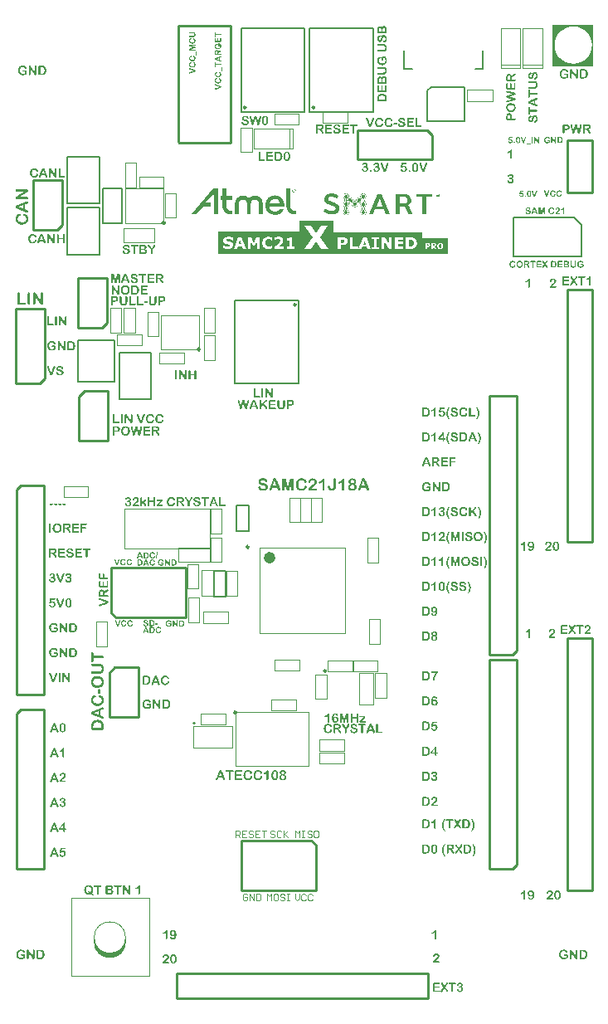
<source format=gto>
G04 Layer_Color=65535*
%FSLAX43Y43*%
%MOMM*%
G71*
G01*
G75*
%ADD47C,0.200*%
%ADD49C,0.150*%
%ADD50C,0.250*%
%ADD112C,0.254*%
%ADD113C,0.600*%
%ADD114C,0.100*%
%ADD115C,0.112*%
G36*
X-619Y-25918D02*
X-611Y-25920D01*
X-603Y-25923D01*
X-593Y-25928D01*
X-584Y-25934D01*
X-577Y-25943D01*
X-576Y-25944D01*
X-573Y-25948D01*
X-571Y-25954D01*
X-566Y-25961D01*
X-562Y-25971D01*
X-559Y-25984D01*
X-557Y-25999D01*
X-556Y-26015D01*
Y-26740D01*
Y-26741D01*
Y-26745D01*
Y-26751D01*
X-557Y-26760D01*
X-558Y-26769D01*
X-561Y-26780D01*
X-567Y-26803D01*
X-571Y-26815D01*
X-577Y-26826D01*
X-584Y-26837D01*
X-592Y-26846D01*
X-603Y-26855D01*
X-614Y-26861D01*
X-628Y-26865D01*
X-643Y-26866D01*
X-649D01*
X-657Y-26865D01*
X-666Y-26862D01*
X-676Y-26860D01*
X-686Y-26856D01*
X-696Y-26850D01*
X-706Y-26841D01*
X-707Y-26840D01*
X-709Y-26836D01*
X-713Y-26830D01*
X-717Y-26821D01*
X-721Y-26811D01*
X-724Y-26798D01*
X-727Y-26781D01*
X-728Y-26764D01*
Y-26188D01*
X-729Y-26189D01*
X-736Y-26193D01*
X-743Y-26199D01*
X-754Y-26206D01*
X-767Y-26216D01*
X-782Y-26226D01*
X-798Y-26238D01*
X-816Y-26249D01*
X-852Y-26273D01*
X-871Y-26283D01*
X-888Y-26291D01*
X-904Y-26300D01*
X-921Y-26306D01*
X-934Y-26310D01*
X-946Y-26311D01*
X-951D01*
X-956Y-26310D01*
X-962Y-26309D01*
X-968Y-26306D01*
X-977Y-26303D01*
X-984Y-26298D01*
X-993Y-26291D01*
X-994Y-26290D01*
X-996Y-26288D01*
X-999Y-26283D01*
X-1003Y-26278D01*
X-1007Y-26270D01*
X-1009Y-26261D01*
X-1012Y-26251D01*
X-1013Y-26241D01*
Y-26240D01*
Y-26236D01*
X-1012Y-26230D01*
X-1011Y-26223D01*
X-1008Y-26215D01*
X-1004Y-26208D01*
X-999Y-26200D01*
X-993Y-26194D01*
X-992Y-26193D01*
X-989Y-26191D01*
X-983Y-26188D01*
X-976Y-26184D01*
X-966Y-26178D01*
X-953Y-26171D01*
X-938Y-26164D01*
X-921Y-26155D01*
X-919D01*
X-917Y-26154D01*
X-913Y-26151D01*
X-908Y-26149D01*
X-894Y-26141D01*
X-877Y-26131D01*
X-857Y-26120D01*
X-837Y-26108D01*
X-817Y-26094D01*
X-799Y-26079D01*
X-797Y-26078D01*
X-792Y-26071D01*
X-783Y-26064D01*
X-772Y-26053D01*
X-759Y-26040D01*
X-746Y-26025D01*
X-732Y-26008D01*
X-718Y-25990D01*
X-717Y-25988D01*
X-712Y-25983D01*
X-706Y-25974D01*
X-698Y-25964D01*
X-691Y-25953D01*
X-683Y-25943D01*
X-677Y-25935D01*
X-672Y-25929D01*
X-669Y-25926D01*
X-667Y-25925D01*
X-662Y-25923D01*
X-657Y-25920D01*
X-649Y-25919D01*
X-641Y-25916D01*
X-624D01*
X-619Y-25918D01*
D02*
G37*
G36*
X-1184Y-25924D02*
X-1173Y-25925D01*
X-1162Y-25928D01*
X-1149Y-25933D01*
X-1138Y-25938D01*
X-1128Y-25945D01*
X-1127Y-25946D01*
X-1124Y-25949D01*
X-1121Y-25954D01*
X-1116Y-25960D01*
X-1112Y-25968D01*
X-1108Y-25978D01*
X-1106Y-25989D01*
X-1104Y-26001D01*
Y-26003D01*
Y-26008D01*
X-1106Y-26014D01*
X-1107Y-26021D01*
X-1111Y-26030D01*
X-1114Y-26040D01*
X-1121Y-26049D01*
X-1129Y-26058D01*
X-1131Y-26059D01*
X-1134Y-26060D01*
X-1139Y-26064D01*
X-1147Y-26068D01*
X-1157Y-26071D01*
X-1169Y-26074D01*
X-1184Y-26076D01*
X-1201Y-26078D01*
X-1406D01*
Y-26753D01*
Y-26755D01*
Y-26763D01*
X-1407Y-26773D01*
X-1409Y-26785D01*
X-1412Y-26799D01*
X-1417Y-26813D01*
X-1423Y-26826D01*
X-1432Y-26839D01*
X-1433Y-26840D01*
X-1437Y-26843D01*
X-1442Y-26847D01*
X-1451Y-26853D01*
X-1459Y-26858D01*
X-1472Y-26862D01*
X-1484Y-26865D01*
X-1499Y-26866D01*
X-1505D01*
X-1514Y-26865D01*
X-1523Y-26862D01*
X-1534Y-26860D01*
X-1545Y-26855D01*
X-1557Y-26847D01*
X-1567Y-26839D01*
X-1568Y-26837D01*
X-1570Y-26834D01*
X-1575Y-26826D01*
X-1579Y-26818D01*
X-1584Y-26805D01*
X-1589Y-26790D01*
X-1592Y-26773D01*
X-1593Y-26753D01*
Y-26078D01*
X-1807D01*
X-1815Y-26076D01*
X-1825Y-26075D01*
X-1838Y-26073D01*
X-1849Y-26069D01*
X-1860Y-26064D01*
X-1870Y-26058D01*
X-1872Y-26056D01*
X-1874Y-26054D01*
X-1878Y-26049D01*
X-1882Y-26043D01*
X-1887Y-26035D01*
X-1890Y-26025D01*
X-1893Y-26014D01*
X-1894Y-26001D01*
Y-26000D01*
Y-25995D01*
X-1893Y-25989D01*
X-1892Y-25980D01*
X-1888Y-25971D01*
X-1884Y-25961D01*
X-1878Y-25953D01*
X-1870Y-25944D01*
X-1869Y-25943D01*
X-1865Y-25940D01*
X-1860Y-25938D01*
X-1852Y-25933D01*
X-1842Y-25929D01*
X-1829Y-25926D01*
X-1815Y-25924D01*
X-1799Y-25923D01*
X-1193D01*
X-1184Y-25924D01*
D02*
G37*
G36*
X-26438Y-10433D02*
X-26418Y-10434D01*
X-26394Y-10436D01*
X-26369Y-10440D01*
X-26344Y-10445D01*
X-26321Y-10453D01*
X-26319D01*
X-26318Y-10454D01*
X-26311Y-10456D01*
X-26298Y-10461D01*
X-26284Y-10468D01*
X-26268Y-10476D01*
X-26251Y-10486D01*
X-26233Y-10498D01*
X-26217Y-10510D01*
X-26216Y-10511D01*
X-26211Y-10516D01*
X-26203Y-10523D01*
X-26194Y-10533D01*
X-26184Y-10544D01*
X-26174Y-10556D01*
X-26164Y-10570D01*
X-26157Y-10584D01*
X-26156Y-10585D01*
X-26154Y-10590D01*
X-26151Y-10598D01*
X-26147Y-10608D01*
X-26144Y-10619D01*
X-26141Y-10631D01*
X-26139Y-10645D01*
X-26138Y-10659D01*
Y-10660D01*
Y-10665D01*
X-26139Y-10671D01*
X-26141Y-10679D01*
X-26144Y-10689D01*
X-26148Y-10699D01*
X-26154Y-10710D01*
X-26162Y-10720D01*
X-26163Y-10721D01*
X-26166Y-10724D01*
X-26171Y-10729D01*
X-26178Y-10733D01*
X-26187Y-10738D01*
X-26197Y-10743D01*
X-26208Y-10745D01*
X-26221Y-10746D01*
X-26226D01*
X-26232Y-10745D01*
X-26239Y-10744D01*
X-26256Y-10739D01*
X-26263Y-10735D01*
X-26271Y-10730D01*
X-26272Y-10729D01*
X-26273Y-10726D01*
X-26277Y-10723D01*
X-26281Y-10718D01*
X-26287Y-10710D01*
X-26292Y-10700D01*
X-26298Y-10689D01*
X-26306Y-10676D01*
X-26307Y-10674D01*
X-26311Y-10668D01*
X-26316Y-10659D01*
X-26323Y-10646D01*
X-26332Y-10634D01*
X-26342Y-10620D01*
X-26354Y-10608D01*
X-26367Y-10595D01*
X-26368Y-10594D01*
X-26373Y-10590D01*
X-26382Y-10585D01*
X-26394Y-10580D01*
X-26409Y-10575D01*
X-26429Y-10570D01*
X-26453Y-10566D01*
X-26481Y-10565D01*
X-26493D01*
X-26507Y-10566D01*
X-26523Y-10569D01*
X-26542Y-10573D01*
X-26562Y-10579D01*
X-26582Y-10586D01*
X-26599Y-10598D01*
X-26601Y-10599D01*
X-26606Y-10604D01*
X-26613Y-10610D01*
X-26621Y-10619D01*
X-26629Y-10631D01*
X-26635Y-10644D01*
X-26640Y-10659D01*
X-26643Y-10675D01*
Y-10676D01*
Y-10680D01*
X-26642Y-10685D01*
X-26640Y-10691D01*
X-26637Y-10706D01*
X-26633Y-10715D01*
X-26628Y-10723D01*
X-26627Y-10724D01*
X-26626Y-10726D01*
X-26622Y-10730D01*
X-26617Y-10734D01*
X-26604Y-10746D01*
X-26587Y-10758D01*
X-26586D01*
X-26582Y-10760D01*
X-26577Y-10763D01*
X-26569Y-10766D01*
X-26553Y-10774D01*
X-26533Y-10781D01*
X-26532D01*
X-26528Y-10783D01*
X-26521Y-10785D01*
X-26512Y-10788D01*
X-26498Y-10790D01*
X-26483Y-10795D01*
X-26464Y-10799D01*
X-26442Y-10805D01*
X-26441D01*
X-26438Y-10806D01*
X-26434D01*
X-26428Y-10808D01*
X-26422Y-10810D01*
X-26414Y-10811D01*
X-26396Y-10816D01*
X-26373Y-10823D01*
X-26349Y-10829D01*
X-26324Y-10836D01*
X-26301Y-10845D01*
X-26299D01*
X-26298Y-10846D01*
X-26294Y-10848D01*
X-26289Y-10849D01*
X-26278Y-10854D01*
X-26263Y-10860D01*
X-26246Y-10868D01*
X-26228Y-10878D01*
X-26209Y-10888D01*
X-26192Y-10899D01*
X-26189Y-10900D01*
X-26184Y-10904D01*
X-26177Y-10911D01*
X-26166Y-10920D01*
X-26154Y-10933D01*
X-26143Y-10946D01*
X-26132Y-10961D01*
X-26122Y-10979D01*
X-26121Y-10981D01*
X-26118Y-10988D01*
X-26114Y-10998D01*
X-26109Y-11011D01*
X-26104Y-11029D01*
X-26101Y-11049D01*
X-26098Y-11073D01*
X-26097Y-11098D01*
Y-11099D01*
Y-11101D01*
Y-11106D01*
X-26098Y-11111D01*
Y-11119D01*
X-26099Y-11128D01*
X-26102Y-11149D01*
X-26108Y-11173D01*
X-26116Y-11198D01*
X-26126Y-11224D01*
X-26141Y-11250D01*
Y-11251D01*
X-26143Y-11253D01*
X-26146Y-11256D01*
X-26148Y-11261D01*
X-26159Y-11273D01*
X-26173Y-11288D01*
X-26191Y-11305D01*
X-26213Y-11321D01*
X-26238Y-11339D01*
X-26268Y-11354D01*
X-26269D01*
X-26272Y-11355D01*
X-26277Y-11358D01*
X-26283Y-11360D01*
X-26291Y-11363D01*
X-26301Y-11365D01*
X-26312Y-11369D01*
X-26324Y-11373D01*
X-26338Y-11376D01*
X-26353Y-11379D01*
X-26387Y-11385D01*
X-26424Y-11390D01*
X-26466Y-11391D01*
X-26479D01*
X-26488Y-11390D01*
X-26501D01*
X-26514Y-11389D01*
X-26529Y-11387D01*
X-26546Y-11385D01*
X-26582Y-11379D01*
X-26619Y-11370D01*
X-26657Y-11358D01*
X-26693Y-11340D01*
X-26694D01*
X-26695Y-11339D01*
X-26703Y-11334D01*
X-26714Y-11325D01*
X-26729Y-11314D01*
X-26745Y-11299D01*
X-26763Y-11283D01*
X-26779Y-11263D01*
X-26795Y-11241D01*
Y-11240D01*
X-26797Y-11239D01*
X-26799Y-11235D01*
X-26802Y-11230D01*
X-26808Y-11219D01*
X-26815Y-11203D01*
X-26823Y-11184D01*
X-26829Y-11164D01*
X-26834Y-11141D01*
X-26835Y-11119D01*
Y-11118D01*
Y-11113D01*
X-26834Y-11106D01*
X-26833Y-11099D01*
X-26829Y-11090D01*
X-26825Y-11080D01*
X-26819Y-11070D01*
X-26812Y-11061D01*
X-26810Y-11060D01*
X-26808Y-11058D01*
X-26802Y-11054D01*
X-26795Y-11049D01*
X-26787Y-11044D01*
X-26775Y-11040D01*
X-26764Y-11038D01*
X-26750Y-11036D01*
X-26745D01*
X-26740Y-11038D01*
X-26733Y-11039D01*
X-26725Y-11041D01*
X-26718Y-11045D01*
X-26709Y-11050D01*
X-26702Y-11056D01*
X-26700Y-11058D01*
X-26698Y-11060D01*
X-26694Y-11064D01*
X-26689Y-11070D01*
X-26683Y-11078D01*
X-26678Y-11088D01*
X-26672Y-11099D01*
X-26666Y-11111D01*
X-26664Y-11114D01*
X-26663Y-11119D01*
X-26659Y-11128D01*
X-26654Y-11138D01*
X-26648Y-11149D01*
X-26642Y-11161D01*
X-26635Y-11174D01*
X-26628Y-11186D01*
X-26627Y-11188D01*
X-26624Y-11191D01*
X-26619Y-11196D01*
X-26613Y-11204D01*
X-26604Y-11211D01*
X-26594Y-11220D01*
X-26583Y-11228D01*
X-26569Y-11235D01*
X-26568Y-11236D01*
X-26563Y-11238D01*
X-26554Y-11241D01*
X-26543Y-11244D01*
X-26528Y-11248D01*
X-26512Y-11251D01*
X-26492Y-11253D01*
X-26471Y-11254D01*
X-26463D01*
X-26457Y-11253D01*
X-26449D01*
X-26442Y-11251D01*
X-26422Y-11249D01*
X-26401Y-11244D01*
X-26378Y-11238D01*
X-26356Y-11228D01*
X-26334Y-11215D01*
X-26332Y-11214D01*
X-26326Y-11208D01*
X-26318Y-11200D01*
X-26308Y-11189D01*
X-26298Y-11175D01*
X-26291Y-11158D01*
X-26284Y-11139D01*
X-26282Y-11119D01*
Y-11116D01*
Y-11111D01*
X-26283Y-11103D01*
X-26286Y-11093D01*
X-26289Y-11080D01*
X-26294Y-11068D01*
X-26301Y-11055D01*
X-26311Y-11044D01*
X-26312Y-11043D01*
X-26316Y-11039D01*
X-26322Y-11034D01*
X-26331Y-11026D01*
X-26341Y-11020D01*
X-26354Y-11013D01*
X-26368Y-11005D01*
X-26384Y-10999D01*
X-26387Y-10998D01*
X-26392Y-10996D01*
X-26402Y-10993D01*
X-26416Y-10989D01*
X-26433Y-10984D01*
X-26453Y-10979D01*
X-26477Y-10973D01*
X-26503Y-10966D01*
X-26504D01*
X-26508Y-10965D01*
X-26513Y-10964D01*
X-26519Y-10963D01*
X-26528Y-10960D01*
X-26538Y-10958D01*
X-26562Y-10951D01*
X-26588Y-10944D01*
X-26616Y-10934D01*
X-26644Y-10924D01*
X-26670Y-10913D01*
X-26672D01*
X-26673Y-10911D01*
X-26677Y-10909D01*
X-26682Y-10906D01*
X-26694Y-10899D01*
X-26709Y-10890D01*
X-26727Y-10878D01*
X-26744Y-10863D01*
X-26762Y-10845D01*
X-26778Y-10826D01*
Y-10825D01*
X-26779Y-10824D01*
X-26784Y-10816D01*
X-26790Y-10805D01*
X-26797Y-10789D01*
X-26804Y-10770D01*
X-26810Y-10746D01*
X-26815Y-10720D01*
X-26817Y-10691D01*
Y-10690D01*
Y-10688D01*
Y-10684D01*
X-26815Y-10679D01*
X-26814Y-10664D01*
X-26812Y-10646D01*
X-26807Y-10625D01*
X-26799Y-10603D01*
X-26789Y-10579D01*
X-26775Y-10556D01*
Y-10555D01*
X-26773Y-10554D01*
X-26768Y-10546D01*
X-26758Y-10535D01*
X-26745Y-10523D01*
X-26728Y-10508D01*
X-26708Y-10491D01*
X-26683Y-10478D01*
X-26656Y-10464D01*
X-26654D01*
X-26652Y-10463D01*
X-26647Y-10461D01*
X-26642Y-10459D01*
X-26634Y-10456D01*
X-26624Y-10454D01*
X-26614Y-10450D01*
X-26602Y-10448D01*
X-26589Y-10445D01*
X-26574Y-10441D01*
X-26543Y-10436D01*
X-26507Y-10433D01*
X-26468Y-10431D01*
X-26447D01*
X-26438Y-10433D01*
D02*
G37*
G36*
X-2825Y-25924D02*
X-2815Y-25925D01*
X-2804Y-25928D01*
X-2793Y-25931D01*
X-2783Y-25936D01*
X-2774Y-25943D01*
X-2773Y-25944D01*
X-2770Y-25946D01*
X-2766Y-25950D01*
X-2763Y-25956D01*
X-2759Y-25964D01*
X-2755Y-25973D01*
X-2753Y-25984D01*
X-2751Y-25995D01*
Y-25996D01*
Y-26000D01*
X-2753Y-26006D01*
X-2754Y-26014D01*
X-2756Y-26023D01*
X-2761Y-26031D01*
X-2766Y-26041D01*
X-2774Y-26049D01*
X-2775Y-26050D01*
X-2778Y-26051D01*
X-2783Y-26055D01*
X-2790Y-26058D01*
X-2799Y-26061D01*
X-2810Y-26065D01*
X-2824Y-26066D01*
X-2840Y-26068D01*
X-3263D01*
Y-26295D01*
X-2866D01*
X-2859Y-26296D01*
X-2849Y-26298D01*
X-2839Y-26300D01*
X-2828Y-26304D01*
X-2818Y-26309D01*
X-2809Y-26315D01*
X-2808Y-26316D01*
X-2805Y-26319D01*
X-2803Y-26323D01*
X-2798Y-26329D01*
X-2794Y-26335D01*
X-2791Y-26344D01*
X-2789Y-26354D01*
X-2788Y-26365D01*
Y-26366D01*
Y-26370D01*
X-2789Y-26376D01*
X-2790Y-26384D01*
X-2793Y-26393D01*
X-2796Y-26401D01*
X-2801Y-26410D01*
X-2809Y-26418D01*
X-2810Y-26419D01*
X-2813Y-26420D01*
X-2818Y-26424D01*
X-2825Y-26426D01*
X-2834Y-26430D01*
X-2845Y-26434D01*
X-2859Y-26435D01*
X-2874Y-26436D01*
X-3263D01*
Y-26701D01*
X-2818D01*
X-2810Y-26703D01*
X-2800Y-26704D01*
X-2790Y-26706D01*
X-2779Y-26710D01*
X-2768Y-26715D01*
X-2759Y-26723D01*
X-2758Y-26724D01*
X-2755Y-26726D01*
X-2751Y-26730D01*
X-2748Y-26736D01*
X-2744Y-26744D01*
X-2740Y-26754D01*
X-2738Y-26764D01*
X-2736Y-26776D01*
Y-26778D01*
Y-26781D01*
X-2738Y-26788D01*
X-2739Y-26795D01*
X-2741Y-26804D01*
X-2746Y-26813D01*
X-2751Y-26823D01*
X-2759Y-26830D01*
X-2760Y-26831D01*
X-2763Y-26833D01*
X-2769Y-26836D01*
X-2775Y-26840D01*
X-2785Y-26844D01*
X-2796Y-26846D01*
X-2810Y-26849D01*
X-2825Y-26850D01*
X-3346D01*
X-3358Y-26849D01*
X-3370Y-26846D01*
X-3385Y-26844D01*
X-3399Y-26839D01*
X-3413Y-26833D01*
X-3424Y-26824D01*
X-3425Y-26823D01*
X-3428Y-26819D01*
X-3433Y-26811D01*
X-3436Y-26803D01*
X-3441Y-26790D01*
X-3446Y-26775D01*
X-3449Y-26756D01*
X-3450Y-26735D01*
Y-26039D01*
Y-26038D01*
Y-26031D01*
X-3449Y-26024D01*
Y-26015D01*
X-3445Y-25994D01*
X-3443Y-25983D01*
X-3439Y-25973D01*
X-3438Y-25971D01*
X-3436Y-25969D01*
X-3434Y-25964D01*
X-3429Y-25958D01*
X-3418Y-25945D01*
X-3410Y-25940D01*
X-3401Y-25935D01*
X-3400D01*
X-3396Y-25933D01*
X-3391Y-25931D01*
X-3384Y-25929D01*
X-3374Y-25926D01*
X-3363Y-25925D01*
X-3350Y-25923D01*
X-2833D01*
X-2825Y-25924D01*
D02*
G37*
G36*
X-34368Y-13208D02*
X-34358Y-13210D01*
X-34348Y-13214D01*
X-34335Y-13219D01*
X-34324Y-13225D01*
X-34314Y-13235D01*
X-34313Y-13236D01*
X-34310Y-13240D01*
X-34305Y-13248D01*
X-34300Y-13256D01*
X-34296Y-13269D01*
X-34291Y-13284D01*
X-34289Y-13301D01*
X-34288Y-13321D01*
Y-13996D01*
X-33900D01*
X-33891Y-13998D01*
X-33881Y-13999D01*
X-33870Y-14001D01*
X-33859Y-14006D01*
X-33848Y-14011D01*
X-33838Y-14019D01*
X-33836Y-14020D01*
X-33834Y-14023D01*
X-33830Y-14028D01*
X-33825Y-14034D01*
X-33820Y-14043D01*
X-33816Y-14051D01*
X-33814Y-14063D01*
X-33813Y-14074D01*
Y-14075D01*
Y-14080D01*
X-33814Y-14086D01*
X-33815Y-14094D01*
X-33819Y-14103D01*
X-33823Y-14113D01*
X-33829Y-14121D01*
X-33838Y-14130D01*
X-33839Y-14131D01*
X-33843Y-14132D01*
X-33848Y-14136D01*
X-33855Y-14140D01*
X-33865Y-14144D01*
X-33878Y-14146D01*
X-33891Y-14149D01*
X-33908Y-14150D01*
X-34371D01*
X-34383Y-14149D01*
X-34395Y-14146D01*
X-34410Y-14144D01*
X-34424Y-14139D01*
X-34438Y-14132D01*
X-34449Y-14124D01*
X-34450Y-14123D01*
X-34453Y-14119D01*
X-34458Y-14111D01*
X-34461Y-14103D01*
X-34466Y-14090D01*
X-34471Y-14075D01*
X-34474Y-14056D01*
X-34475Y-14035D01*
Y-13321D01*
Y-13320D01*
Y-13319D01*
Y-13311D01*
X-34474Y-13301D01*
X-34471Y-13289D01*
X-34469Y-13275D01*
X-34465Y-13260D01*
X-34459Y-13248D01*
X-34450Y-13235D01*
X-34449Y-13234D01*
X-34445Y-13230D01*
X-34440Y-13226D01*
X-34433Y-13220D01*
X-34423Y-13215D01*
X-34411Y-13211D01*
X-34398Y-13208D01*
X-34383Y-13206D01*
X-34375D01*
X-34368Y-13208D01*
D02*
G37*
G36*
X-31562Y-13216D02*
X-31546Y-13218D01*
X-31527Y-13220D01*
X-31508Y-13224D01*
X-31487Y-13229D01*
X-31467Y-13236D01*
X-31466D01*
X-31465Y-13238D01*
X-31458Y-13240D01*
X-31448Y-13245D01*
X-31435Y-13253D01*
X-31421Y-13261D01*
X-31405Y-13271D01*
X-31388Y-13284D01*
X-31373Y-13299D01*
X-31372Y-13300D01*
X-31367Y-13306D01*
X-31360Y-13315D01*
X-31350Y-13326D01*
X-31340Y-13341D01*
X-31328Y-13359D01*
X-31317Y-13379D01*
X-31306Y-13400D01*
Y-13401D01*
X-31303Y-13405D01*
X-31301Y-13411D01*
X-31298Y-13419D01*
X-31295Y-13430D01*
X-31291Y-13444D01*
X-31286Y-13459D01*
X-31281Y-13476D01*
X-31277Y-13496D01*
X-31272Y-13519D01*
X-31268Y-13543D01*
X-31265Y-13569D01*
X-31262Y-13598D01*
X-31260Y-13629D01*
X-31257Y-13661D01*
Y-13696D01*
Y-13698D01*
Y-13701D01*
Y-13706D01*
Y-13714D01*
Y-13723D01*
X-31258Y-13733D01*
Y-13745D01*
Y-13758D01*
X-31261Y-13785D01*
X-31263Y-13815D01*
X-31266Y-13846D01*
X-31271Y-13875D01*
Y-13876D01*
Y-13879D01*
X-31272Y-13883D01*
X-31273Y-13888D01*
X-31277Y-13901D01*
X-31281Y-13920D01*
X-31287Y-13940D01*
X-31296Y-13963D01*
X-31306Y-13986D01*
X-31317Y-14010D01*
Y-14011D01*
X-31320Y-14014D01*
X-31322Y-14018D01*
X-31325Y-14023D01*
X-31335Y-14036D01*
X-31347Y-14053D01*
X-31363Y-14071D01*
X-31383Y-14090D01*
X-31405Y-14109D01*
X-31430Y-14125D01*
X-31431D01*
X-31432Y-14126D01*
X-31436Y-14129D01*
X-31441Y-14131D01*
X-31448Y-14134D01*
X-31456Y-14137D01*
X-31473Y-14145D01*
X-31496Y-14153D01*
X-31522Y-14159D01*
X-31551Y-14164D01*
X-31581Y-14165D01*
X-31589D01*
X-31597Y-14164D01*
X-31604D01*
X-31614Y-14163D01*
X-31638Y-14159D01*
X-31664Y-14151D01*
X-31693Y-14142D01*
X-31723Y-14129D01*
X-31737Y-14121D01*
X-31752Y-14111D01*
X-31753Y-14110D01*
X-31756Y-14109D01*
X-31759Y-14105D01*
X-31764Y-14101D01*
X-31778Y-14089D01*
X-31794Y-14071D01*
X-31813Y-14050D01*
X-31833Y-14024D01*
X-31851Y-13994D01*
X-31867Y-13960D01*
X-31868Y-13958D01*
X-31871Y-13951D01*
X-31873Y-13940D01*
X-31878Y-13926D01*
X-31883Y-13909D01*
X-31887Y-13889D01*
X-31892Y-13868D01*
X-31896Y-13844D01*
Y-13843D01*
Y-13841D01*
X-31897Y-13838D01*
Y-13833D01*
X-31898Y-13820D01*
X-31899Y-13803D01*
X-31902Y-13783D01*
X-31903Y-13759D01*
X-31904Y-13734D01*
Y-13706D01*
Y-13705D01*
Y-13703D01*
Y-13698D01*
Y-13690D01*
Y-13681D01*
Y-13673D01*
X-31903Y-13649D01*
X-31902Y-13623D01*
X-31901Y-13594D01*
X-31898Y-13564D01*
X-31894Y-13535D01*
Y-13534D01*
Y-13531D01*
X-31893Y-13528D01*
X-31892Y-13523D01*
X-31891Y-13508D01*
X-31887Y-13489D01*
X-31882Y-13469D01*
X-31877Y-13446D01*
X-31871Y-13424D01*
X-31863Y-13403D01*
Y-13401D01*
X-31862Y-13399D01*
X-31859Y-13394D01*
X-31856Y-13388D01*
X-31852Y-13380D01*
X-31847Y-13371D01*
X-31836Y-13351D01*
X-31821Y-13329D01*
X-31802Y-13305D01*
X-31779Y-13284D01*
X-31754Y-13264D01*
X-31753D01*
X-31751Y-13261D01*
X-31747Y-13259D01*
X-31742Y-13256D01*
X-31734Y-13253D01*
X-31727Y-13249D01*
X-31717Y-13244D01*
X-31707Y-13239D01*
X-31682Y-13230D01*
X-31653Y-13223D01*
X-31621Y-13218D01*
X-31586Y-13215D01*
X-31574D01*
X-31562Y-13216D01*
D02*
G37*
G36*
X-2014Y-25908D02*
X-2007Y-25909D01*
X-1997Y-25911D01*
X-1988Y-25915D01*
X-1978Y-25920D01*
X-1969Y-25928D01*
X-1968Y-25929D01*
X-1965Y-25931D01*
X-1962Y-25936D01*
X-1958Y-25941D01*
X-1954Y-25949D01*
X-1950Y-25958D01*
X-1948Y-25968D01*
X-1947Y-25979D01*
Y-25981D01*
X-1948Y-25986D01*
X-1949Y-25996D01*
X-1953Y-26009D01*
X-1958Y-26025D01*
X-1967Y-26045D01*
X-1979Y-26068D01*
X-1995Y-26094D01*
X-2179Y-26368D01*
X-1982Y-26671D01*
X-1980Y-26673D01*
X-1978Y-26678D01*
X-1973Y-26685D01*
X-1967Y-26694D01*
X-1954Y-26715D01*
X-1948Y-26726D01*
X-1943Y-26736D01*
Y-26738D01*
X-1940Y-26741D01*
X-1939Y-26746D01*
X-1937Y-26753D01*
X-1933Y-26769D01*
X-1930Y-26786D01*
Y-26788D01*
Y-26790D01*
Y-26794D01*
X-1932Y-26800D01*
X-1935Y-26813D01*
X-1942Y-26828D01*
Y-26829D01*
X-1944Y-26830D01*
X-1949Y-26837D01*
X-1959Y-26846D01*
X-1973Y-26855D01*
X-1974D01*
X-1977Y-26856D01*
X-1980Y-26859D01*
X-1985Y-26860D01*
X-1999Y-26865D01*
X-2017Y-26866D01*
X-2020D01*
X-2025Y-26865D01*
X-2032D01*
X-2047Y-26861D01*
X-2062Y-26855D01*
X-2063D01*
X-2064Y-26854D01*
X-2073Y-26847D01*
X-2082Y-26840D01*
X-2092Y-26829D01*
Y-26828D01*
X-2094Y-26825D01*
X-2097Y-26821D01*
X-2102Y-26814D01*
X-2107Y-26805D01*
X-2114Y-26794D01*
X-2123Y-26780D01*
X-2134Y-26764D01*
X-2297Y-26506D01*
X-2470Y-26771D01*
X-2471Y-26773D01*
X-2474Y-26776D01*
X-2477Y-26783D01*
X-2481Y-26789D01*
X-2490Y-26804D01*
X-2495Y-26811D01*
X-2499Y-26816D01*
X-2500Y-26819D01*
X-2505Y-26824D01*
X-2511Y-26831D01*
X-2520Y-26840D01*
X-2523Y-26841D01*
X-2528Y-26846D01*
X-2536Y-26853D01*
X-2548Y-26859D01*
X-2549D01*
X-2550Y-26860D01*
X-2554Y-26861D01*
X-2559Y-26862D01*
X-2571Y-26865D01*
X-2586Y-26866D01*
X-2593D01*
X-2599Y-26865D01*
X-2606Y-26864D01*
X-2616Y-26861D01*
X-2625Y-26858D01*
X-2635Y-26853D01*
X-2644Y-26846D01*
X-2645Y-26845D01*
X-2648Y-26843D01*
X-2650Y-26837D01*
X-2654Y-26830D01*
X-2659Y-26823D01*
X-2661Y-26811D01*
X-2664Y-26799D01*
X-2665Y-26785D01*
Y-26783D01*
X-2664Y-26776D01*
X-2663Y-26766D01*
X-2659Y-26754D01*
X-2654Y-26736D01*
X-2646Y-26718D01*
X-2635Y-26695D01*
X-2620Y-26671D01*
X-2412Y-26368D01*
X-2586Y-26098D01*
X-2588Y-26096D01*
X-2590Y-26091D01*
X-2595Y-26084D01*
X-2600Y-26075D01*
X-2606Y-26064D01*
X-2613Y-26054D01*
X-2624Y-26031D01*
Y-26030D01*
X-2626Y-26026D01*
X-2628Y-26021D01*
X-2630Y-26014D01*
X-2634Y-25996D01*
X-2636Y-25976D01*
Y-25975D01*
Y-25971D01*
X-2635Y-25966D01*
X-2634Y-25960D01*
X-2630Y-25953D01*
X-2626Y-25944D01*
X-2620Y-25936D01*
X-2613Y-25928D01*
X-2611Y-25926D01*
X-2609Y-25924D01*
X-2603Y-25921D01*
X-2596Y-25916D01*
X-2588Y-25913D01*
X-2578Y-25910D01*
X-2566Y-25908D01*
X-2554Y-25906D01*
X-2548D01*
X-2540Y-25908D01*
X-2531Y-25909D01*
X-2523Y-25913D01*
X-2513Y-25916D01*
X-2503Y-25923D01*
X-2494Y-25930D01*
X-2493Y-25931D01*
X-2490Y-25935D01*
X-2485Y-25941D01*
X-2478Y-25950D01*
X-2469Y-25961D01*
X-2459Y-25976D01*
X-2447Y-25995D01*
X-2433Y-26016D01*
X-2294Y-26241D01*
X-2145Y-26016D01*
X-2144Y-26015D01*
X-2142Y-26011D01*
X-2139Y-26006D01*
X-2134Y-25999D01*
X-2124Y-25984D01*
X-2114Y-25968D01*
X-2113Y-25966D01*
X-2112Y-25964D01*
X-2109Y-25960D01*
X-2105Y-25955D01*
X-2098Y-25944D01*
X-2089Y-25934D01*
Y-25933D01*
X-2087Y-25931D01*
X-2080Y-25926D01*
X-2072Y-25920D01*
X-2062Y-25914D01*
X-2060D01*
X-2059Y-25913D01*
X-2052Y-25910D01*
X-2040Y-25908D01*
X-2027Y-25906D01*
X-2020D01*
X-2014Y-25908D01*
D02*
G37*
G36*
X-25312Y-10449D02*
X-25302Y-10450D01*
X-25291Y-10453D01*
X-25280Y-10456D01*
X-25270Y-10461D01*
X-25261Y-10468D01*
X-25260Y-10469D01*
X-25257Y-10471D01*
X-25253Y-10475D01*
X-25250Y-10481D01*
X-25246Y-10489D01*
X-25242Y-10498D01*
X-25240Y-10509D01*
X-25238Y-10520D01*
Y-10521D01*
Y-10525D01*
X-25240Y-10531D01*
X-25241Y-10539D01*
X-25243Y-10548D01*
X-25248Y-10556D01*
X-25253Y-10566D01*
X-25261Y-10574D01*
X-25262Y-10575D01*
X-25265Y-10576D01*
X-25270Y-10580D01*
X-25277Y-10583D01*
X-25286Y-10586D01*
X-25297Y-10590D01*
X-25311Y-10591D01*
X-25327Y-10593D01*
X-25749D01*
Y-10820D01*
X-25353D01*
X-25346Y-10821D01*
X-25336Y-10823D01*
X-25326Y-10825D01*
X-25315Y-10829D01*
X-25305Y-10834D01*
X-25296Y-10840D01*
X-25295Y-10841D01*
X-25292Y-10844D01*
X-25290Y-10848D01*
X-25285Y-10854D01*
X-25281Y-10860D01*
X-25278Y-10869D01*
X-25276Y-10879D01*
X-25275Y-10890D01*
Y-10891D01*
Y-10895D01*
X-25276Y-10901D01*
X-25277Y-10909D01*
X-25280Y-10918D01*
X-25283Y-10926D01*
X-25288Y-10935D01*
X-25296Y-10943D01*
X-25297Y-10944D01*
X-25300Y-10945D01*
X-25305Y-10949D01*
X-25312Y-10951D01*
X-25321Y-10955D01*
X-25332Y-10959D01*
X-25346Y-10960D01*
X-25361Y-10961D01*
X-25749D01*
Y-11226D01*
X-25305D01*
X-25297Y-11228D01*
X-25287Y-11229D01*
X-25277Y-11231D01*
X-25266Y-11235D01*
X-25255Y-11240D01*
X-25246Y-11248D01*
X-25245Y-11249D01*
X-25242Y-11251D01*
X-25238Y-11255D01*
X-25235Y-11261D01*
X-25231Y-11269D01*
X-25227Y-11279D01*
X-25225Y-11289D01*
X-25223Y-11301D01*
Y-11303D01*
Y-11306D01*
X-25225Y-11313D01*
X-25226Y-11320D01*
X-25228Y-11329D01*
X-25233Y-11338D01*
X-25238Y-11348D01*
X-25246Y-11355D01*
X-25247Y-11356D01*
X-25250Y-11358D01*
X-25256Y-11361D01*
X-25262Y-11365D01*
X-25272Y-11369D01*
X-25283Y-11371D01*
X-25297Y-11374D01*
X-25312Y-11375D01*
X-25833D01*
X-25844Y-11374D01*
X-25857Y-11371D01*
X-25872Y-11369D01*
X-25886Y-11364D01*
X-25899Y-11358D01*
X-25911Y-11349D01*
X-25912Y-11348D01*
X-25914Y-11344D01*
X-25919Y-11336D01*
X-25923Y-11328D01*
X-25928Y-11315D01*
X-25933Y-11300D01*
X-25936Y-11281D01*
X-25937Y-11260D01*
Y-10564D01*
Y-10563D01*
Y-10556D01*
X-25936Y-10549D01*
Y-10540D01*
X-25932Y-10519D01*
X-25929Y-10508D01*
X-25926Y-10498D01*
X-25924Y-10496D01*
X-25923Y-10494D01*
X-25921Y-10489D01*
X-25916Y-10483D01*
X-25904Y-10470D01*
X-25897Y-10465D01*
X-25888Y-10460D01*
X-25887D01*
X-25883Y-10458D01*
X-25878Y-10456D01*
X-25871Y-10454D01*
X-25861Y-10451D01*
X-25849Y-10450D01*
X-25837Y-10448D01*
X-25320D01*
X-25312Y-10449D01*
D02*
G37*
G36*
X-1953Y-4792D02*
X-1944Y-4795D01*
X-1933Y-4798D01*
X-1922Y-4803D01*
X-1912Y-4810D01*
X-1902Y-4819D01*
X-1901Y-4820D01*
X-1898Y-4824D01*
X-1895Y-4831D01*
X-1889Y-4839D01*
X-1886Y-4852D01*
X-1882Y-4866D01*
X-1879Y-4883D01*
X-1878Y-4902D01*
Y-5643D01*
Y-5645D01*
Y-5648D01*
X-1879Y-5655D01*
Y-5662D01*
X-1881Y-5671D01*
X-1883Y-5683D01*
X-1891Y-5704D01*
X-1896Y-5717D01*
X-1903Y-5727D01*
X-1911Y-5737D01*
X-1921Y-5747D01*
X-1933Y-5755D01*
X-1947Y-5761D01*
X-1963Y-5765D01*
X-1981Y-5767D01*
X-1990D01*
X-1996Y-5765D01*
X-2011Y-5763D01*
X-2028Y-5759D01*
X-2029D01*
X-2032Y-5758D01*
X-2036Y-5755D01*
X-2041Y-5753D01*
X-2052Y-5746D01*
X-2066Y-5736D01*
X-2067Y-5735D01*
X-2069Y-5733D01*
X-2077Y-5726D01*
X-2088Y-5714D01*
X-2100Y-5699D01*
X-2102Y-5698D01*
X-2103Y-5695D01*
X-2105Y-5692D01*
X-2109Y-5685D01*
X-2119Y-5671D01*
X-2131Y-5655D01*
X-2488Y-5105D01*
Y-5657D01*
Y-5660D01*
Y-5666D01*
X-2489Y-5676D01*
X-2490Y-5688D01*
X-2494Y-5702D01*
X-2498Y-5716D01*
X-2504Y-5728D01*
X-2513Y-5740D01*
X-2514Y-5741D01*
X-2518Y-5744D01*
X-2523Y-5749D01*
X-2531Y-5753D01*
X-2540Y-5758D01*
X-2551Y-5763D01*
X-2564Y-5765D01*
X-2578Y-5767D01*
X-2584D01*
X-2592Y-5765D01*
X-2601Y-5763D01*
X-2611Y-5760D01*
X-2622Y-5755D01*
X-2632Y-5747D01*
X-2643Y-5739D01*
X-2644Y-5737D01*
X-2646Y-5733D01*
X-2650Y-5727D01*
X-2654Y-5718D01*
X-2659Y-5707D01*
X-2663Y-5693D01*
X-2665Y-5676D01*
X-2667Y-5657D01*
Y-4930D01*
Y-4927D01*
Y-4922D01*
Y-4913D01*
X-2665Y-4903D01*
X-2663Y-4880D01*
X-2660Y-4867D01*
X-2657Y-4857D01*
Y-4856D01*
X-2654Y-4852D01*
X-2651Y-4847D01*
X-2648Y-4841D01*
X-2641Y-4833D01*
X-2635Y-4825D01*
X-2627Y-4818D01*
X-2617Y-4810D01*
X-2616Y-4809D01*
X-2612Y-4808D01*
X-2606Y-4804D01*
X-2598Y-4800D01*
X-2589Y-4798D01*
X-2579Y-4794D01*
X-2568Y-4792D01*
X-2555Y-4791D01*
X-2546D01*
X-2540Y-4792D01*
X-2526Y-4795D01*
X-2512Y-4800D01*
X-2510D01*
X-2508Y-4801D01*
X-2500Y-4806D01*
X-2490Y-4814D01*
X-2479Y-4823D01*
X-2477D01*
X-2476Y-4825D01*
X-2470Y-4833D01*
X-2461Y-4844D01*
X-2451Y-4860D01*
X-2450Y-4861D01*
X-2448Y-4864D01*
X-2446Y-4867D01*
X-2442Y-4874D01*
X-2432Y-4889D01*
X-2420Y-4907D01*
X-2053Y-5462D01*
Y-4902D01*
Y-4900D01*
Y-4899D01*
Y-4893D01*
X-2052Y-4883D01*
X-2051Y-4871D01*
X-2048Y-4857D01*
X-2043Y-4843D01*
X-2038Y-4831D01*
X-2030Y-4819D01*
X-2029Y-4818D01*
X-2027Y-4815D01*
X-2022Y-4810D01*
X-2014Y-4805D01*
X-2005Y-4800D01*
X-1994Y-4795D01*
X-1981Y-4792D01*
X-1967Y-4791D01*
X-1961D01*
X-1953Y-4792D01*
D02*
G37*
G36*
X-1268Y-4809D02*
X-1246Y-4810D01*
X-1219Y-4813D01*
X-1191Y-4815D01*
X-1163Y-4820D01*
X-1136Y-4827D01*
X-1135D01*
X-1134Y-4828D01*
X-1130Y-4829D01*
X-1125Y-4831D01*
X-1111Y-4834D01*
X-1094Y-4842D01*
X-1074Y-4851D01*
X-1054Y-4862D01*
X-1031Y-4876D01*
X-1009Y-4894D01*
X-1008Y-4895D01*
X-1003Y-4900D01*
X-995Y-4907D01*
X-986Y-4918D01*
X-975Y-4931D01*
X-962Y-4947D01*
X-950Y-4966D01*
X-936Y-4989D01*
X-922Y-5015D01*
X-909Y-5043D01*
X-896Y-5074D01*
X-885Y-5109D01*
X-876Y-5147D01*
X-868Y-5187D01*
X-863Y-5231D01*
X-862Y-5278D01*
Y-5279D01*
Y-5281D01*
Y-5285D01*
Y-5292D01*
Y-5299D01*
X-863Y-5308D01*
Y-5328D01*
X-866Y-5352D01*
X-868Y-5378D01*
X-872Y-5406D01*
X-877Y-5432D01*
Y-5434D01*
X-879Y-5435D01*
Y-5439D01*
X-880Y-5444D01*
X-884Y-5458D01*
X-889Y-5474D01*
X-895Y-5493D01*
X-903Y-5515D01*
X-913Y-5537D01*
X-923Y-5558D01*
X-924Y-5561D01*
X-928Y-5567D01*
X-936Y-5579D01*
X-945Y-5591D01*
X-956Y-5608D01*
X-969Y-5624D01*
X-984Y-5642D01*
X-1002Y-5659D01*
X-1003Y-5660D01*
X-1008Y-5664D01*
X-1016Y-5670D01*
X-1026Y-5678D01*
X-1039Y-5687D01*
X-1053Y-5695D01*
X-1069Y-5706D01*
X-1086Y-5713D01*
X-1088Y-5714D01*
X-1093Y-5717D01*
X-1102Y-5720D01*
X-1115Y-5725D01*
X-1129Y-5730D01*
X-1145Y-5733D01*
X-1163Y-5739D01*
X-1182Y-5742D01*
X-1185D01*
X-1191Y-5744D01*
X-1201Y-5745D01*
X-1215Y-5746D01*
X-1233Y-5747D01*
X-1252Y-5749D01*
X-1273Y-5750D01*
X-1555D01*
X-1564Y-5749D01*
X-1576Y-5747D01*
X-1601Y-5744D01*
X-1614Y-5740D01*
X-1625Y-5735D01*
X-1627Y-5733D01*
X-1629Y-5732D01*
X-1634Y-5728D01*
X-1639Y-5723D01*
X-1646Y-5717D01*
X-1651Y-5711D01*
X-1656Y-5702D01*
X-1660Y-5692D01*
Y-5690D01*
X-1661Y-5687D01*
X-1662Y-5680D01*
X-1663Y-5671D01*
X-1665Y-5660D01*
X-1666Y-5647D01*
X-1667Y-5633D01*
Y-5617D01*
Y-4926D01*
Y-4924D01*
Y-4923D01*
Y-4916D01*
X-1666Y-4904D01*
X-1663Y-4891D01*
X-1661Y-4876D01*
X-1656Y-4861D01*
X-1649Y-4847D01*
X-1641Y-4836D01*
X-1639Y-4834D01*
X-1635Y-4832D01*
X-1628Y-4827D01*
X-1619Y-4822D01*
X-1606Y-4817D01*
X-1591Y-4811D01*
X-1573Y-4809D01*
X-1552Y-4808D01*
X-1277D01*
X-1268Y-4809D01*
D02*
G37*
G36*
X-6264Y-5113D02*
X-6256D01*
X-6247Y-5114D01*
X-6226Y-5116D01*
X-6202Y-5123D01*
X-6177Y-5130D01*
X-6151Y-5140D01*
X-6125Y-5155D01*
X-6124D01*
X-6122Y-5158D01*
X-6119Y-5160D01*
X-6114Y-5163D01*
X-6102Y-5174D01*
X-6087Y-5188D01*
X-6070Y-5205D01*
X-6054Y-5228D01*
X-6036Y-5253D01*
X-6021Y-5283D01*
Y-5284D01*
X-6020Y-5286D01*
X-6017Y-5291D01*
X-6015Y-5298D01*
X-6012Y-5305D01*
X-6010Y-5315D01*
X-6006Y-5326D01*
X-6003Y-5339D01*
X-5999Y-5352D01*
X-5996Y-5367D01*
X-5990Y-5401D01*
X-5985Y-5439D01*
X-5984Y-5480D01*
Y-5481D01*
Y-5486D01*
Y-5494D01*
X-5985Y-5502D01*
Y-5515D01*
X-5986Y-5529D01*
X-5988Y-5544D01*
X-5990Y-5560D01*
X-5996Y-5596D01*
X-6005Y-5634D01*
X-6017Y-5671D01*
X-6035Y-5707D01*
Y-5709D01*
X-6036Y-5710D01*
X-6041Y-5717D01*
X-6050Y-5729D01*
X-6061Y-5744D01*
X-6076Y-5760D01*
X-6092Y-5777D01*
X-6112Y-5794D01*
X-6134Y-5810D01*
X-6135D01*
X-6136Y-5811D01*
X-6140Y-5814D01*
X-6145Y-5816D01*
X-6156Y-5822D01*
X-6172Y-5830D01*
X-6191Y-5837D01*
X-6211Y-5844D01*
X-6234Y-5849D01*
X-6256Y-5850D01*
X-6262D01*
X-6269Y-5849D01*
X-6276Y-5847D01*
X-6285Y-5844D01*
X-6295Y-5840D01*
X-6305Y-5834D01*
X-6314Y-5826D01*
X-6315Y-5825D01*
X-6317Y-5822D01*
X-6321Y-5816D01*
X-6326Y-5810D01*
X-6331Y-5801D01*
X-6335Y-5790D01*
X-6337Y-5779D01*
X-6339Y-5765D01*
Y-5764D01*
Y-5760D01*
X-6337Y-5755D01*
X-6336Y-5747D01*
X-6334Y-5740D01*
X-6330Y-5732D01*
X-6325Y-5724D01*
X-6319Y-5716D01*
X-6317Y-5715D01*
X-6315Y-5712D01*
X-6311Y-5709D01*
X-6305Y-5704D01*
X-6297Y-5697D01*
X-6287Y-5692D01*
X-6276Y-5686D01*
X-6264Y-5680D01*
X-6261Y-5679D01*
X-6256Y-5677D01*
X-6247Y-5674D01*
X-6237Y-5669D01*
X-6226Y-5662D01*
X-6214Y-5656D01*
X-6201Y-5650D01*
X-6189Y-5642D01*
X-6187Y-5641D01*
X-6184Y-5639D01*
X-6179Y-5634D01*
X-6171Y-5627D01*
X-6164Y-5619D01*
X-6155Y-5609D01*
X-6147Y-5597D01*
X-6140Y-5584D01*
X-6139Y-5582D01*
X-6137Y-5577D01*
X-6134Y-5569D01*
X-6131Y-5557D01*
X-6127Y-5542D01*
X-6124Y-5526D01*
X-6122Y-5506D01*
X-6121Y-5485D01*
Y-5484D01*
Y-5481D01*
Y-5477D01*
X-6122Y-5471D01*
Y-5464D01*
X-6124Y-5456D01*
X-6126Y-5436D01*
X-6131Y-5415D01*
X-6137Y-5392D01*
X-6147Y-5370D01*
X-6160Y-5349D01*
X-6161Y-5346D01*
X-6167Y-5340D01*
X-6175Y-5333D01*
X-6186Y-5323D01*
X-6200Y-5313D01*
X-6217Y-5305D01*
X-6236Y-5299D01*
X-6256Y-5296D01*
X-6264D01*
X-6272Y-5298D01*
X-6282Y-5300D01*
X-6295Y-5304D01*
X-6307Y-5309D01*
X-6320Y-5315D01*
X-6331Y-5325D01*
X-6332Y-5326D01*
X-6336Y-5330D01*
X-6341Y-5336D01*
X-6349Y-5345D01*
X-6355Y-5355D01*
X-6362Y-5369D01*
X-6370Y-5383D01*
X-6376Y-5399D01*
X-6377Y-5401D01*
X-6379Y-5406D01*
X-6382Y-5416D01*
X-6386Y-5430D01*
X-6391Y-5447D01*
X-6396Y-5467D01*
X-6402Y-5491D01*
X-6409Y-5517D01*
Y-5519D01*
X-6410Y-5522D01*
X-6411Y-5527D01*
X-6412Y-5534D01*
X-6415Y-5542D01*
X-6417Y-5552D01*
X-6424Y-5576D01*
X-6431Y-5602D01*
X-6441Y-5630D01*
X-6451Y-5659D01*
X-6462Y-5685D01*
Y-5686D01*
X-6464Y-5687D01*
X-6466Y-5691D01*
X-6469Y-5696D01*
X-6476Y-5709D01*
X-6485Y-5724D01*
X-6497Y-5741D01*
X-6512Y-5759D01*
X-6530Y-5776D01*
X-6549Y-5792D01*
X-6550D01*
X-6551Y-5794D01*
X-6559Y-5799D01*
X-6570Y-5805D01*
X-6586Y-5811D01*
X-6605Y-5819D01*
X-6629Y-5825D01*
X-6655Y-5830D01*
X-6684Y-5831D01*
X-6691D01*
X-6696Y-5830D01*
X-6711Y-5829D01*
X-6729Y-5826D01*
X-6750Y-5821D01*
X-6772Y-5814D01*
X-6796Y-5804D01*
X-6819Y-5790D01*
X-6820D01*
X-6821Y-5787D01*
X-6829Y-5782D01*
X-6840Y-5772D01*
X-6852Y-5760D01*
X-6867Y-5742D01*
X-6884Y-5722D01*
X-6897Y-5697D01*
X-6911Y-5670D01*
Y-5669D01*
X-6912Y-5666D01*
X-6914Y-5661D01*
X-6916Y-5656D01*
X-6919Y-5649D01*
X-6921Y-5639D01*
X-6925Y-5629D01*
X-6927Y-5616D01*
X-6930Y-5604D01*
X-6934Y-5589D01*
X-6939Y-5557D01*
X-6942Y-5521D01*
X-6944Y-5482D01*
Y-5481D01*
Y-5479D01*
Y-5474D01*
Y-5469D01*
Y-5461D01*
X-6942Y-5452D01*
X-6941Y-5432D01*
X-6939Y-5409D01*
X-6935Y-5384D01*
X-6930Y-5359D01*
X-6922Y-5335D01*
Y-5334D01*
X-6921Y-5333D01*
X-6919Y-5325D01*
X-6914Y-5313D01*
X-6907Y-5299D01*
X-6899Y-5283D01*
X-6889Y-5265D01*
X-6877Y-5248D01*
X-6865Y-5231D01*
X-6864Y-5230D01*
X-6859Y-5225D01*
X-6852Y-5218D01*
X-6842Y-5209D01*
X-6831Y-5199D01*
X-6819Y-5189D01*
X-6805Y-5179D01*
X-6791Y-5171D01*
X-6790Y-5170D01*
X-6785Y-5169D01*
X-6777Y-5165D01*
X-6767Y-5161D01*
X-6756Y-5159D01*
X-6744Y-5155D01*
X-6730Y-5154D01*
X-6716Y-5153D01*
X-6710D01*
X-6704Y-5154D01*
X-6696Y-5155D01*
X-6686Y-5159D01*
X-6676Y-5163D01*
X-6665Y-5169D01*
X-6655Y-5176D01*
X-6654Y-5178D01*
X-6651Y-5180D01*
X-6646Y-5185D01*
X-6642Y-5193D01*
X-6637Y-5201D01*
X-6632Y-5211D01*
X-6630Y-5223D01*
X-6629Y-5235D01*
Y-5236D01*
Y-5240D01*
X-6630Y-5246D01*
X-6631Y-5254D01*
X-6636Y-5270D01*
X-6640Y-5278D01*
X-6645Y-5285D01*
X-6646Y-5286D01*
X-6649Y-5288D01*
X-6652Y-5291D01*
X-6657Y-5295D01*
X-6665Y-5301D01*
X-6675Y-5306D01*
X-6686Y-5313D01*
X-6699Y-5320D01*
X-6701Y-5321D01*
X-6707Y-5325D01*
X-6716Y-5330D01*
X-6729Y-5338D01*
X-6741Y-5346D01*
X-6755Y-5356D01*
X-6767Y-5369D01*
X-6780Y-5381D01*
X-6781Y-5383D01*
X-6785Y-5387D01*
X-6790Y-5396D01*
X-6795Y-5409D01*
X-6800Y-5424D01*
X-6805Y-5444D01*
X-6809Y-5467D01*
X-6810Y-5495D01*
Y-5496D01*
Y-5499D01*
Y-5502D01*
Y-5507D01*
X-6809Y-5521D01*
X-6806Y-5537D01*
X-6802Y-5556D01*
X-6796Y-5576D01*
X-6789Y-5596D01*
X-6777Y-5614D01*
X-6776Y-5615D01*
X-6771Y-5620D01*
X-6765Y-5627D01*
X-6756Y-5635D01*
X-6744Y-5644D01*
X-6731Y-5650D01*
X-6716Y-5655D01*
X-6700Y-5657D01*
X-6695D01*
X-6690Y-5656D01*
X-6684Y-5655D01*
X-6669Y-5651D01*
X-6660Y-5647D01*
X-6652Y-5642D01*
X-6651Y-5641D01*
X-6649Y-5640D01*
X-6645Y-5636D01*
X-6641Y-5631D01*
X-6629Y-5619D01*
X-6617Y-5601D01*
Y-5600D01*
X-6615Y-5596D01*
X-6612Y-5591D01*
X-6609Y-5584D01*
X-6601Y-5567D01*
X-6594Y-5547D01*
Y-5546D01*
X-6592Y-5542D01*
X-6590Y-5535D01*
X-6587Y-5526D01*
X-6585Y-5512D01*
X-6580Y-5497D01*
X-6576Y-5479D01*
X-6570Y-5456D01*
Y-5455D01*
X-6569Y-5452D01*
Y-5449D01*
X-6567Y-5442D01*
X-6565Y-5436D01*
X-6564Y-5429D01*
X-6559Y-5410D01*
X-6552Y-5387D01*
X-6546Y-5364D01*
X-6539Y-5339D01*
X-6530Y-5315D01*
Y-5314D01*
X-6529Y-5313D01*
X-6527Y-5309D01*
X-6526Y-5304D01*
X-6521Y-5293D01*
X-6515Y-5278D01*
X-6507Y-5260D01*
X-6497Y-5243D01*
X-6487Y-5224D01*
X-6476Y-5206D01*
X-6475Y-5204D01*
X-6471Y-5199D01*
X-6464Y-5191D01*
X-6455Y-5180D01*
X-6442Y-5169D01*
X-6429Y-5158D01*
X-6414Y-5146D01*
X-6396Y-5136D01*
X-6394Y-5135D01*
X-6387Y-5133D01*
X-6377Y-5129D01*
X-6364Y-5124D01*
X-6346Y-5119D01*
X-6326Y-5115D01*
X-6302Y-5113D01*
X-6277Y-5111D01*
X-6269D01*
X-6264Y-5113D01*
D02*
G37*
G36*
X-3236Y-4792D02*
X-3225D01*
X-3203Y-4794D01*
X-3177Y-4798D01*
X-3149Y-4801D01*
X-3120Y-4808D01*
X-3092Y-4817D01*
X-3091D01*
X-3088Y-4818D01*
X-3085Y-4819D01*
X-3079Y-4822D01*
X-3067Y-4827D01*
X-3049Y-4834D01*
X-3031Y-4843D01*
X-3011Y-4855D01*
X-2991Y-4867D01*
X-2973Y-4881D01*
X-2970Y-4883D01*
X-2965Y-4888D01*
X-2958Y-4895D01*
X-2947Y-4905D01*
X-2936Y-4918D01*
X-2924Y-4932D01*
X-2913Y-4946D01*
X-2904Y-4963D01*
X-2903Y-4964D01*
X-2900Y-4970D01*
X-2897Y-4978D01*
X-2891Y-4988D01*
X-2888Y-5001D01*
X-2884Y-5013D01*
X-2881Y-5026D01*
X-2880Y-5039D01*
Y-5040D01*
Y-5045D01*
X-2881Y-5051D01*
X-2884Y-5060D01*
X-2886Y-5071D01*
X-2891Y-5081D01*
X-2898Y-5091D01*
X-2907Y-5101D01*
X-2908Y-5102D01*
X-2912Y-5105D01*
X-2917Y-5109D01*
X-2924Y-5114D01*
X-2935Y-5119D01*
X-2945Y-5123D01*
X-2958Y-5125D01*
X-2971Y-5126D01*
X-2979D01*
X-2984Y-5125D01*
X-2997Y-5123D01*
X-3011Y-5118D01*
X-3012D01*
X-3013Y-5115D01*
X-3022Y-5110D01*
X-3032Y-5101D01*
X-3043Y-5090D01*
Y-5088D01*
X-3044Y-5087D01*
X-3049Y-5081D01*
X-3055Y-5071D01*
X-3063Y-5058D01*
X-3073Y-5045D01*
X-3083Y-5031D01*
X-3092Y-5017D01*
X-3102Y-5006D01*
X-3104Y-5005D01*
X-3106Y-5001D01*
X-3112Y-4996D01*
X-3120Y-4989D01*
X-3129Y-4982D01*
X-3140Y-4974D01*
X-3153Y-4966D01*
X-3168Y-4959D01*
X-3170Y-4958D01*
X-3176Y-4955D01*
X-3185Y-4952D01*
X-3198Y-4949D01*
X-3213Y-4945D01*
X-3231Y-4941D01*
X-3251Y-4940D01*
X-3274Y-4938D01*
X-3285D01*
X-3298Y-4940D01*
X-3313Y-4941D01*
X-3332Y-4944D01*
X-3351Y-4949D01*
X-3372Y-4954D01*
X-3392Y-4961D01*
X-3394Y-4963D01*
X-3401Y-4965D01*
X-3411Y-4971D01*
X-3422Y-4978D01*
X-3436Y-4988D01*
X-3452Y-4999D01*
X-3467Y-5013D01*
X-3482Y-5029D01*
X-3483Y-5031D01*
X-3488Y-5036D01*
X-3495Y-5045D01*
X-3502Y-5058D01*
X-3511Y-5073D01*
X-3521Y-5092D01*
X-3530Y-5112D01*
X-3538Y-5135D01*
Y-5137D01*
X-3539Y-5138D01*
Y-5142D01*
X-3540Y-5147D01*
X-3544Y-5159D01*
X-3547Y-5176D01*
X-3551Y-5196D01*
X-3554Y-5220D01*
X-3556Y-5247D01*
X-3557Y-5275D01*
Y-5276D01*
Y-5283D01*
Y-5292D01*
X-3556Y-5303D01*
X-3554Y-5316D01*
X-3553Y-5332D01*
X-3551Y-5350D01*
X-3548Y-5369D01*
X-3539Y-5411D01*
X-3533Y-5431D01*
X-3525Y-5453D01*
X-3516Y-5473D01*
X-3506Y-5493D01*
X-3495Y-5513D01*
X-3482Y-5530D01*
X-3481Y-5532D01*
X-3478Y-5534D01*
X-3474Y-5538D01*
X-3468Y-5544D01*
X-3460Y-5551D01*
X-3450Y-5558D01*
X-3440Y-5566D01*
X-3426Y-5575D01*
X-3412Y-5582D01*
X-3397Y-5591D01*
X-3379Y-5599D01*
X-3360Y-5605D01*
X-3340Y-5612D01*
X-3317Y-5615D01*
X-3294Y-5618D01*
X-3269Y-5619D01*
X-3257D01*
X-3245Y-5618D01*
X-3228Y-5617D01*
X-3209Y-5615D01*
X-3189Y-5612D01*
X-3167Y-5608D01*
X-3145Y-5603D01*
X-3144D01*
X-3143Y-5601D01*
X-3135Y-5599D01*
X-3124Y-5595D01*
X-3109Y-5590D01*
X-3091Y-5582D01*
X-3071Y-5575D01*
X-3049Y-5565D01*
X-3026Y-5553D01*
Y-5398D01*
X-3184D01*
X-3192Y-5397D01*
X-3205Y-5396D01*
X-3218Y-5394D01*
X-3232Y-5392D01*
X-3245Y-5388D01*
X-3256Y-5383D01*
X-3257Y-5382D01*
X-3260Y-5379D01*
X-3265Y-5375D01*
X-3269Y-5370D01*
X-3274Y-5363D01*
X-3279Y-5352D01*
X-3281Y-5341D01*
X-3283Y-5328D01*
Y-5327D01*
Y-5323D01*
X-3281Y-5317D01*
X-3280Y-5309D01*
X-3278Y-5302D01*
X-3272Y-5293D01*
X-3267Y-5284D01*
X-3260Y-5276D01*
X-3259Y-5275D01*
X-3256Y-5272D01*
X-3251Y-5270D01*
X-3243Y-5265D01*
X-3234Y-5261D01*
X-3224Y-5259D01*
X-3212Y-5256D01*
X-3198Y-5255D01*
X-2966D01*
X-2958Y-5256D01*
X-2946D01*
X-2936Y-5257D01*
X-2913Y-5262D01*
X-2912D01*
X-2908Y-5264D01*
X-2903Y-5266D01*
X-2897Y-5269D01*
X-2890Y-5274D01*
X-2883Y-5279D01*
X-2875Y-5285D01*
X-2869Y-5294D01*
X-2867Y-5295D01*
X-2866Y-5299D01*
X-2864Y-5304D01*
X-2860Y-5312D01*
X-2856Y-5322D01*
X-2853Y-5335D01*
X-2852Y-5350D01*
X-2851Y-5368D01*
Y-5548D01*
Y-5549D01*
Y-5554D01*
Y-5561D01*
X-2852Y-5570D01*
X-2853Y-5589D01*
X-2856Y-5598D01*
X-2858Y-5606D01*
Y-5608D01*
X-2860Y-5610D01*
X-2862Y-5614D01*
X-2865Y-5619D01*
X-2872Y-5632D01*
X-2885Y-5646D01*
X-2886Y-5647D01*
X-2889Y-5648D01*
X-2893Y-5652D01*
X-2898Y-5656D01*
X-2905Y-5661D01*
X-2913Y-5666D01*
X-2933Y-5679D01*
X-2935D01*
X-2937Y-5681D01*
X-2942Y-5683D01*
X-2947Y-5687D01*
X-2955Y-5690D01*
X-2964Y-5694D01*
X-2985Y-5704D01*
X-3011Y-5716D01*
X-3039Y-5727D01*
X-3068Y-5737D01*
X-3098Y-5746D01*
X-3100D01*
X-3102Y-5747D01*
X-3106D01*
X-3112Y-5749D01*
X-3120Y-5751D01*
X-3128Y-5753D01*
X-3138Y-5754D01*
X-3149Y-5756D01*
X-3175Y-5760D01*
X-3204Y-5763D01*
X-3236Y-5765D01*
X-3270Y-5767D01*
X-3288D01*
X-3298Y-5765D01*
X-3309D01*
X-3322Y-5764D01*
X-3336Y-5763D01*
X-3366Y-5759D01*
X-3399Y-5753D01*
X-3434Y-5745D01*
X-3468Y-5733D01*
X-3469D01*
X-3472Y-5732D01*
X-3477Y-5730D01*
X-3483Y-5727D01*
X-3491Y-5723D01*
X-3500Y-5720D01*
X-3520Y-5709D01*
X-3544Y-5695D01*
X-3570Y-5679D01*
X-3595Y-5660D01*
X-3620Y-5637D01*
X-3622Y-5636D01*
X-3623Y-5634D01*
X-3627Y-5631D01*
X-3631Y-5626D01*
X-3636Y-5619D01*
X-3642Y-5612D01*
X-3656Y-5594D01*
X-3671Y-5571D01*
X-3688Y-5546D01*
X-3703Y-5516D01*
X-3717Y-5483D01*
Y-5482D01*
X-3718Y-5479D01*
X-3720Y-5474D01*
X-3722Y-5467D01*
X-3725Y-5459D01*
X-3727Y-5448D01*
X-3731Y-5436D01*
X-3733Y-5424D01*
X-3736Y-5408D01*
X-3740Y-5393D01*
X-3745Y-5359D01*
X-3749Y-5319D01*
X-3750Y-5279D01*
Y-5278D01*
Y-5274D01*
Y-5269D01*
Y-5260D01*
X-3749Y-5251D01*
Y-5239D01*
X-3747Y-5227D01*
X-3746Y-5213D01*
X-3742Y-5182D01*
X-3736Y-5148D01*
X-3728Y-5112D01*
X-3718Y-5078D01*
Y-5077D01*
X-3717Y-5074D01*
X-3714Y-5069D01*
X-3712Y-5063D01*
X-3708Y-5055D01*
X-3704Y-5046D01*
X-3694Y-5025D01*
X-3680Y-5001D01*
X-3664Y-4974D01*
X-3645Y-4949D01*
X-3622Y-4923D01*
X-3620Y-4922D01*
X-3619Y-4921D01*
X-3615Y-4917D01*
X-3610Y-4913D01*
X-3604Y-4908D01*
X-3596Y-4902D01*
X-3579Y-4888D01*
X-3556Y-4871D01*
X-3529Y-4855D01*
X-3500Y-4839D01*
X-3467Y-4825D01*
X-3466D01*
X-3463Y-4824D01*
X-3458Y-4822D01*
X-3450Y-4820D01*
X-3441Y-4818D01*
X-3431Y-4814D01*
X-3420Y-4811D01*
X-3407Y-4808D01*
X-3392Y-4805D01*
X-3377Y-4803D01*
X-3341Y-4796D01*
X-3302Y-4792D01*
X-3260Y-4791D01*
X-3243D01*
X-3236Y-4792D01*
D02*
G37*
G36*
X-27042Y-10449D02*
X-27032Y-10450D01*
X-27020Y-10453D01*
X-27009Y-10456D01*
X-26999Y-10461D01*
X-26990Y-10468D01*
X-26989Y-10469D01*
X-26987Y-10471D01*
X-26983Y-10475D01*
X-26979Y-10481D01*
X-26975Y-10489D01*
X-26972Y-10498D01*
X-26969Y-10509D01*
X-26968Y-10520D01*
Y-10521D01*
Y-10525D01*
X-26969Y-10531D01*
X-26970Y-10539D01*
X-26973Y-10548D01*
X-26978Y-10556D01*
X-26983Y-10566D01*
X-26990Y-10574D01*
X-26992Y-10575D01*
X-26994Y-10576D01*
X-26999Y-10580D01*
X-27007Y-10583D01*
X-27015Y-10586D01*
X-27027Y-10590D01*
X-27040Y-10591D01*
X-27057Y-10593D01*
X-27479D01*
Y-10820D01*
X-27083D01*
X-27075Y-10821D01*
X-27065Y-10823D01*
X-27055Y-10825D01*
X-27044Y-10829D01*
X-27034Y-10834D01*
X-27025Y-10840D01*
X-27024Y-10841D01*
X-27022Y-10844D01*
X-27019Y-10848D01*
X-27014Y-10854D01*
X-27010Y-10860D01*
X-27008Y-10869D01*
X-27005Y-10879D01*
X-27004Y-10890D01*
Y-10891D01*
Y-10895D01*
X-27005Y-10901D01*
X-27007Y-10909D01*
X-27009Y-10918D01*
X-27013Y-10926D01*
X-27018Y-10935D01*
X-27025Y-10943D01*
X-27027Y-10944D01*
X-27029Y-10945D01*
X-27034Y-10949D01*
X-27042Y-10951D01*
X-27050Y-10955D01*
X-27062Y-10959D01*
X-27075Y-10960D01*
X-27090Y-10961D01*
X-27479D01*
Y-11226D01*
X-27034D01*
X-27027Y-11228D01*
X-27017Y-11229D01*
X-27007Y-11231D01*
X-26995Y-11235D01*
X-26984Y-11240D01*
X-26975Y-11248D01*
X-26974Y-11249D01*
X-26972Y-11251D01*
X-26968Y-11255D01*
X-26964Y-11261D01*
X-26960Y-11269D01*
X-26957Y-11279D01*
X-26954Y-11289D01*
X-26953Y-11301D01*
Y-11303D01*
Y-11306D01*
X-26954Y-11313D01*
X-26955Y-11320D01*
X-26958Y-11329D01*
X-26963Y-11338D01*
X-26968Y-11348D01*
X-26975Y-11355D01*
X-26977Y-11356D01*
X-26979Y-11358D01*
X-26985Y-11361D01*
X-26992Y-11365D01*
X-27002Y-11369D01*
X-27013Y-11371D01*
X-27027Y-11374D01*
X-27042Y-11375D01*
X-27563D01*
X-27574Y-11374D01*
X-27587Y-11371D01*
X-27602Y-11369D01*
X-27615Y-11364D01*
X-27629Y-11358D01*
X-27640Y-11349D01*
X-27642Y-11348D01*
X-27644Y-11344D01*
X-27649Y-11336D01*
X-27653Y-11328D01*
X-27658Y-11315D01*
X-27663Y-11300D01*
X-27665Y-11281D01*
X-27666Y-11260D01*
Y-10564D01*
Y-10563D01*
Y-10556D01*
X-27665Y-10549D01*
Y-10540D01*
X-27661Y-10519D01*
X-27659Y-10508D01*
X-27655Y-10498D01*
X-27654Y-10496D01*
X-27653Y-10494D01*
X-27650Y-10489D01*
X-27645Y-10483D01*
X-27634Y-10470D01*
X-27626Y-10465D01*
X-27618Y-10460D01*
X-27617D01*
X-27613Y-10458D01*
X-27608Y-10456D01*
X-27600Y-10454D01*
X-27590Y-10451D01*
X-27579Y-10450D01*
X-27567Y-10448D01*
X-27049D01*
X-27042Y-10449D01*
D02*
G37*
G36*
X-24454D02*
X-24442Y-10450D01*
X-24431Y-10453D01*
X-24419Y-10458D01*
X-24407Y-10463D01*
X-24397Y-10470D01*
X-24396Y-10471D01*
X-24394Y-10474D01*
X-24390Y-10479D01*
X-24385Y-10485D01*
X-24381Y-10493D01*
X-24377Y-10503D01*
X-24375Y-10514D01*
X-24374Y-10526D01*
Y-10528D01*
Y-10533D01*
X-24375Y-10539D01*
X-24376Y-10546D01*
X-24380Y-10555D01*
X-24384Y-10565D01*
X-24390Y-10574D01*
X-24399Y-10583D01*
X-24400Y-10584D01*
X-24404Y-10585D01*
X-24409Y-10589D01*
X-24416Y-10593D01*
X-24426Y-10596D01*
X-24439Y-10599D01*
X-24454Y-10601D01*
X-24470Y-10603D01*
X-24675D01*
Y-11278D01*
Y-11280D01*
Y-11288D01*
X-24676Y-11298D01*
X-24679Y-11310D01*
X-24681Y-11324D01*
X-24686Y-11338D01*
X-24692Y-11351D01*
X-24701Y-11364D01*
X-24702Y-11365D01*
X-24706Y-11368D01*
X-24711Y-11373D01*
X-24720Y-11377D01*
X-24728Y-11382D01*
X-24741Y-11387D01*
X-24753Y-11390D01*
X-24768Y-11391D01*
X-24775D01*
X-24783Y-11390D01*
X-24792Y-11387D01*
X-24803Y-11385D01*
X-24815Y-11380D01*
X-24826Y-11373D01*
X-24836Y-11364D01*
X-24837Y-11363D01*
X-24840Y-11359D01*
X-24845Y-11351D01*
X-24848Y-11343D01*
X-24853Y-11330D01*
X-24858Y-11315D01*
X-24861Y-11298D01*
X-24862Y-11278D01*
Y-10603D01*
X-25076D01*
X-25085Y-10601D01*
X-25095Y-10600D01*
X-25107Y-10598D01*
X-25118Y-10594D01*
X-25130Y-10589D01*
X-25140Y-10583D01*
X-25141Y-10581D01*
X-25143Y-10579D01*
X-25147Y-10574D01*
X-25151Y-10568D01*
X-25156Y-10560D01*
X-25160Y-10550D01*
X-25162Y-10539D01*
X-25163Y-10526D01*
Y-10525D01*
Y-10520D01*
X-25162Y-10514D01*
X-25161Y-10505D01*
X-25157Y-10496D01*
X-25153Y-10486D01*
X-25147Y-10478D01*
X-25140Y-10469D01*
X-25138Y-10468D01*
X-25135Y-10465D01*
X-25130Y-10463D01*
X-25121Y-10458D01*
X-25111Y-10454D01*
X-25098Y-10451D01*
X-25085Y-10449D01*
X-25068Y-10448D01*
X-24462D01*
X-24454Y-10449D01*
D02*
G37*
G36*
X-28143D02*
X-28125D01*
X-28108Y-10450D01*
X-28089Y-10451D01*
X-28071Y-10454D01*
X-28069D01*
X-28064Y-10455D01*
X-28055Y-10456D01*
X-28044Y-10459D01*
X-28033Y-10461D01*
X-28019Y-10465D01*
X-27991Y-10475D01*
X-27989Y-10476D01*
X-27984Y-10479D01*
X-27975Y-10483D01*
X-27965Y-10489D01*
X-27953Y-10496D01*
X-27940Y-10505D01*
X-27926Y-10516D01*
X-27914Y-10529D01*
X-27913Y-10530D01*
X-27909Y-10535D01*
X-27903Y-10541D01*
X-27895Y-10551D01*
X-27886Y-10563D01*
X-27878Y-10576D01*
X-27870Y-10591D01*
X-27863Y-10608D01*
X-27861Y-10610D01*
X-27860Y-10615D01*
X-27858Y-10625D01*
X-27854Y-10636D01*
X-27850Y-10651D01*
X-27848Y-10668D01*
X-27846Y-10685D01*
X-27845Y-10704D01*
Y-10705D01*
Y-10709D01*
Y-10714D01*
X-27846Y-10721D01*
Y-10730D01*
X-27848Y-10740D01*
X-27853Y-10764D01*
X-27859Y-10790D01*
X-27870Y-10818D01*
X-27884Y-10845D01*
X-27894Y-10858D01*
X-27904Y-10870D01*
X-27905Y-10871D01*
X-27906Y-10873D01*
X-27910Y-10876D01*
X-27915Y-10880D01*
X-27921Y-10885D01*
X-27929Y-10891D01*
X-27938Y-10898D01*
X-27948Y-10904D01*
X-27960Y-10911D01*
X-27973Y-10919D01*
X-27988Y-10925D01*
X-28004Y-10933D01*
X-28021Y-10940D01*
X-28040Y-10946D01*
X-28060Y-10953D01*
X-28081Y-10958D01*
X-28079Y-10959D01*
X-28073Y-10963D01*
X-28063Y-10969D01*
X-28050Y-10978D01*
X-28036Y-10989D01*
X-28020Y-11001D01*
X-28004Y-11018D01*
X-27986Y-11036D01*
X-27984Y-11039D01*
X-27979Y-11045D01*
X-27970Y-11055D01*
X-27959Y-11069D01*
X-27946Y-11085D01*
X-27933Y-11104D01*
X-27919Y-11125D01*
X-27905Y-11146D01*
Y-11148D01*
X-27904Y-11149D01*
X-27899Y-11156D01*
X-27893Y-11168D01*
X-27884Y-11181D01*
X-27875Y-11198D01*
X-27866Y-11216D01*
X-27856Y-11234D01*
X-27849Y-11253D01*
X-27848Y-11255D01*
X-27845Y-11260D01*
X-27843Y-11268D01*
X-27839Y-11278D01*
X-27831Y-11299D01*
X-27830Y-11309D01*
X-27829Y-11316D01*
Y-11318D01*
Y-11320D01*
Y-11324D01*
X-27830Y-11328D01*
X-27834Y-11340D01*
X-27841Y-11354D01*
Y-11355D01*
X-27844Y-11356D01*
X-27849Y-11364D01*
X-27859Y-11373D01*
X-27873Y-11381D01*
X-27874D01*
X-27876Y-11382D01*
X-27880Y-11384D01*
X-27886Y-11386D01*
X-27893Y-11387D01*
X-27901Y-11390D01*
X-27920Y-11391D01*
X-27925D01*
X-27931Y-11390D01*
X-27939Y-11389D01*
X-27955Y-11385D01*
X-27964Y-11381D01*
X-27973Y-11376D01*
X-27974Y-11375D01*
X-27976Y-11374D01*
X-27980Y-11371D01*
X-27985Y-11366D01*
X-27998Y-11355D01*
X-28010Y-11340D01*
X-28011Y-11339D01*
X-28013Y-11335D01*
X-28016Y-11330D01*
X-28021Y-11323D01*
X-28026Y-11313D01*
X-28034Y-11301D01*
X-28043Y-11288D01*
X-28051Y-11273D01*
X-28126Y-11148D01*
Y-11146D01*
X-28128Y-11145D01*
X-28130Y-11141D01*
X-28134Y-11136D01*
X-28141Y-11124D01*
X-28151Y-11108D01*
X-28163Y-11091D01*
X-28175Y-11074D01*
X-28188Y-11058D01*
X-28200Y-11043D01*
X-28201Y-11041D01*
X-28205Y-11036D01*
X-28211Y-11030D01*
X-28220Y-11023D01*
X-28230Y-11014D01*
X-28240Y-11006D01*
X-28253Y-10999D01*
X-28265Y-10993D01*
X-28266Y-10991D01*
X-28271Y-10990D01*
X-28278Y-10988D01*
X-28288Y-10985D01*
X-28300Y-10983D01*
X-28314Y-10981D01*
X-28330Y-10979D01*
X-28413D01*
Y-11278D01*
Y-11279D01*
Y-11280D01*
Y-11288D01*
X-28414Y-11298D01*
X-28416Y-11310D01*
X-28419Y-11324D01*
X-28424Y-11339D01*
X-28430Y-11352D01*
X-28439Y-11364D01*
X-28440Y-11365D01*
X-28444Y-11368D01*
X-28449Y-11373D01*
X-28458Y-11377D01*
X-28466Y-11382D01*
X-28479Y-11387D01*
X-28491Y-11390D01*
X-28506Y-11391D01*
X-28514D01*
X-28521Y-11390D01*
X-28531Y-11387D01*
X-28543Y-11384D01*
X-28555Y-11379D01*
X-28566Y-11373D01*
X-28576Y-11363D01*
X-28578Y-11361D01*
X-28580Y-11358D01*
X-28584Y-11350D01*
X-28587Y-11341D01*
X-28593Y-11329D01*
X-28596Y-11315D01*
X-28599Y-11298D01*
X-28600Y-11278D01*
Y-10564D01*
Y-10563D01*
Y-10561D01*
Y-10554D01*
X-28599Y-10543D01*
X-28596Y-10530D01*
X-28594Y-10515D01*
X-28589Y-10500D01*
X-28583Y-10486D01*
X-28574Y-10475D01*
X-28573Y-10474D01*
X-28569Y-10471D01*
X-28561Y-10466D01*
X-28553Y-10461D01*
X-28540Y-10456D01*
X-28525Y-10451D01*
X-28506Y-10449D01*
X-28485Y-10448D01*
X-28158D01*
X-28143Y-10449D01*
D02*
G37*
G36*
X-33064Y-13224D02*
X-33054Y-13225D01*
X-33043Y-13228D01*
X-33032Y-13231D01*
X-33022Y-13236D01*
X-33013Y-13243D01*
X-33012Y-13244D01*
X-33009Y-13246D01*
X-33005Y-13250D01*
X-33002Y-13256D01*
X-32998Y-13264D01*
X-32994Y-13273D01*
X-32992Y-13284D01*
X-32990Y-13295D01*
Y-13296D01*
Y-13300D01*
X-32992Y-13306D01*
X-32993Y-13314D01*
X-32995Y-13323D01*
X-33000Y-13331D01*
X-33005Y-13341D01*
X-33013Y-13349D01*
X-33014Y-13350D01*
X-33017Y-13351D01*
X-33022Y-13355D01*
X-33029Y-13358D01*
X-33038Y-13361D01*
X-33049Y-13365D01*
X-33063Y-13366D01*
X-33079Y-13368D01*
X-33501D01*
Y-13595D01*
X-33105D01*
X-33098Y-13596D01*
X-33088Y-13598D01*
X-33078Y-13600D01*
X-33067Y-13604D01*
X-33057Y-13609D01*
X-33048Y-13615D01*
X-33047Y-13616D01*
X-33044Y-13619D01*
X-33042Y-13623D01*
X-33037Y-13629D01*
X-33033Y-13635D01*
X-33030Y-13644D01*
X-33028Y-13654D01*
X-33027Y-13665D01*
Y-13666D01*
Y-13670D01*
X-33028Y-13676D01*
X-33029Y-13684D01*
X-33032Y-13693D01*
X-33035Y-13701D01*
X-33040Y-13710D01*
X-33048Y-13718D01*
X-33049Y-13719D01*
X-33052Y-13720D01*
X-33057Y-13724D01*
X-33064Y-13726D01*
X-33073Y-13730D01*
X-33084Y-13734D01*
X-33098Y-13735D01*
X-33113Y-13736D01*
X-33501D01*
Y-14001D01*
X-33057D01*
X-33049Y-14003D01*
X-33039Y-14004D01*
X-33029Y-14006D01*
X-33018Y-14010D01*
X-33007Y-14015D01*
X-32998Y-14023D01*
X-32997Y-14024D01*
X-32994Y-14026D01*
X-32990Y-14030D01*
X-32987Y-14036D01*
X-32983Y-14044D01*
X-32979Y-14054D01*
X-32977Y-14064D01*
X-32975Y-14076D01*
Y-14078D01*
Y-14081D01*
X-32977Y-14088D01*
X-32978Y-14095D01*
X-32980Y-14104D01*
X-32985Y-14113D01*
X-32990Y-14123D01*
X-32998Y-14130D01*
X-32999Y-14131D01*
X-33002Y-14132D01*
X-33008Y-14136D01*
X-33014Y-14140D01*
X-33024Y-14144D01*
X-33035Y-14146D01*
X-33049Y-14149D01*
X-33064Y-14150D01*
X-33585D01*
X-33596Y-14149D01*
X-33609Y-14146D01*
X-33624Y-14144D01*
X-33638Y-14139D01*
X-33651Y-14132D01*
X-33663Y-14124D01*
X-33664Y-14123D01*
X-33666Y-14119D01*
X-33671Y-14111D01*
X-33675Y-14103D01*
X-33680Y-14090D01*
X-33685Y-14075D01*
X-33688Y-14056D01*
X-33689Y-14035D01*
Y-13339D01*
Y-13338D01*
Y-13331D01*
X-33688Y-13324D01*
Y-13315D01*
X-33684Y-13294D01*
X-33681Y-13283D01*
X-33678Y-13273D01*
X-33676Y-13271D01*
X-33675Y-13269D01*
X-33673Y-13264D01*
X-33668Y-13258D01*
X-33656Y-13245D01*
X-33649Y-13240D01*
X-33640Y-13235D01*
X-33639D01*
X-33635Y-13233D01*
X-33630Y-13231D01*
X-33623Y-13229D01*
X-33613Y-13226D01*
X-33601Y-13225D01*
X-33589Y-13223D01*
X-33072D01*
X-33064Y-13224D01*
D02*
G37*
G36*
X-19494Y-17531D02*
X-19453Y-17536D01*
X-19406Y-17542D01*
X-19348Y-17560D01*
X-19290Y-17577D01*
X-19226Y-17606D01*
X-19162Y-17641D01*
X-19103Y-17688D01*
X-19045Y-17740D01*
X-18998Y-17805D01*
X-18952Y-17880D01*
X-18922Y-17968D01*
X-18899Y-18067D01*
X-18893Y-18184D01*
Y-18190D01*
Y-18201D01*
Y-18219D01*
X-18899Y-18242D01*
X-18911Y-18306D01*
X-18940Y-18376D01*
X-18981Y-18464D01*
X-19010Y-18504D01*
X-19045Y-18545D01*
X-19086Y-18580D01*
X-19138Y-18615D01*
X-19191Y-18650D01*
X-19255Y-18679D01*
X-19249D01*
X-19231Y-18691D01*
X-19208Y-18703D01*
X-19179Y-18726D01*
X-19144Y-18755D01*
X-19109Y-18796D01*
X-19080Y-18843D01*
X-19051Y-18907D01*
Y-18913D01*
X-19045Y-18930D01*
X-19033Y-18954D01*
X-19022Y-18988D01*
X-19004Y-19029D01*
X-18987Y-19082D01*
X-18940Y-19187D01*
X-18899Y-19298D01*
X-18847Y-19408D01*
X-18823Y-19461D01*
X-18806Y-19508D01*
X-18782Y-19548D01*
X-18765Y-19583D01*
X-19191D01*
Y-19578D01*
X-19202Y-19566D01*
X-19214Y-19537D01*
X-19237Y-19484D01*
X-19249Y-19455D01*
X-19266Y-19420D01*
X-19284Y-19379D01*
X-19301Y-19327D01*
X-19325Y-19268D01*
X-19348Y-19210D01*
X-19377Y-19140D01*
X-19406Y-19058D01*
Y-19053D01*
X-19412Y-19047D01*
X-19424Y-19018D01*
X-19447Y-18971D01*
X-19476Y-18924D01*
X-19517Y-18878D01*
X-19570Y-18831D01*
X-19634Y-18802D01*
X-19669Y-18790D01*
X-20077D01*
Y-19583D01*
X-20468D01*
Y-17525D01*
X-19529D01*
X-19494Y-17531D01*
D02*
G37*
G36*
X-21080Y-19583D02*
X-21500D01*
X-21687Y-19117D01*
X-22561D01*
X-22742Y-19583D01*
X-23168D01*
X-22311Y-17525D01*
X-21932D01*
X-21080Y-19583D01*
D02*
G37*
G36*
X-38634Y-19612D02*
X-39025D01*
Y-17490D01*
X-39835Y-18446D01*
X-39369D01*
Y-18814D01*
X-40150D01*
X-40833Y-19612D01*
X-41287D01*
X-39077Y-17000D01*
X-38634D01*
Y-19612D01*
D02*
G37*
G36*
X-16730Y-17834D02*
X-17365D01*
Y-19583D01*
X-17756D01*
Y-17834D01*
X-18392D01*
Y-17525D01*
X-16730D01*
Y-17834D01*
D02*
G37*
G36*
X-23734Y-17472D02*
X-23687Y-17484D01*
X-23629Y-17501D01*
X-23570Y-17536D01*
X-23524Y-17589D01*
X-23506Y-17624D01*
X-23489Y-17665D01*
X-23483Y-17711D01*
X-23477Y-17764D01*
Y-17770D01*
Y-17787D01*
X-23483Y-17810D01*
X-23489Y-17845D01*
X-23500Y-17880D01*
X-23518Y-17921D01*
X-23541Y-17962D01*
X-23576Y-17997D01*
X-23582Y-18003D01*
X-23600Y-18032D01*
X-23617Y-18073D01*
X-23623Y-18137D01*
Y-18213D01*
Y-18219D01*
Y-18230D01*
X-23617Y-18265D01*
X-23600Y-18306D01*
X-23570Y-18347D01*
X-23565Y-18353D01*
X-23553Y-18364D01*
X-23541Y-18382D01*
X-23524Y-18411D01*
X-23506Y-18446D01*
X-23489Y-18487D01*
X-23483Y-18528D01*
X-23477Y-18580D01*
Y-18586D01*
Y-18604D01*
X-23483Y-18627D01*
X-23489Y-18662D01*
X-23500Y-18697D01*
X-23518Y-18738D01*
X-23541Y-18773D01*
X-23570Y-18808D01*
X-23576Y-18819D01*
X-23594Y-18843D01*
X-23617Y-18889D01*
X-23623Y-18948D01*
Y-19029D01*
Y-19035D01*
Y-19047D01*
X-23617Y-19082D01*
X-23600Y-19128D01*
X-23570Y-19169D01*
X-23565Y-19175D01*
X-23553Y-19187D01*
X-23541Y-19204D01*
X-23524Y-19233D01*
X-23506Y-19268D01*
X-23489Y-19309D01*
X-23483Y-19350D01*
X-23477Y-19403D01*
Y-19408D01*
Y-19414D01*
X-23483Y-19449D01*
X-23495Y-19496D01*
X-23512Y-19548D01*
X-23547Y-19601D01*
X-23600Y-19647D01*
X-23635Y-19665D01*
X-23675Y-19682D01*
X-23722Y-19688D01*
X-23774Y-19694D01*
X-23786D01*
X-23821Y-19688D01*
X-23868Y-19677D01*
X-23926Y-19659D01*
X-23984Y-19624D01*
X-24031Y-19572D01*
X-24049Y-19537D01*
X-24066Y-19496D01*
X-24072Y-19455D01*
X-24078Y-19403D01*
Y-19397D01*
Y-19379D01*
X-24072Y-19356D01*
X-24066Y-19321D01*
X-24054Y-19286D01*
X-24031Y-19245D01*
X-24008Y-19204D01*
X-23973Y-19169D01*
X-23967Y-19158D01*
X-23949Y-19134D01*
X-23932Y-19088D01*
X-23926Y-19029D01*
Y-18948D01*
Y-18942D01*
Y-18930D01*
X-23932Y-18895D01*
X-23944Y-18854D01*
X-23973Y-18808D01*
X-23979Y-18802D01*
X-23990Y-18790D01*
X-24008Y-18773D01*
X-24025Y-18744D01*
X-24043Y-18714D01*
X-24060Y-18674D01*
X-24072Y-18633D01*
X-24078Y-18580D01*
Y-18574D01*
Y-18563D01*
X-24072Y-18545D01*
Y-18522D01*
X-24054Y-18469D01*
X-24025Y-18411D01*
X-24031Y-18417D01*
X-24037Y-18423D01*
X-24060Y-18434D01*
X-24084Y-18446D01*
X-24113Y-18464D01*
X-24148Y-18475D01*
X-24189Y-18481D01*
X-24235Y-18487D01*
X-24311D01*
X-24317Y-18493D01*
X-24329Y-18504D01*
X-24346Y-18522D01*
X-24352Y-18551D01*
Y-18557D01*
Y-18569D01*
X-24358Y-18586D01*
Y-18598D01*
Y-18604D01*
Y-18609D01*
X-24364Y-18639D01*
X-24375Y-18685D01*
X-24398Y-18738D01*
X-24433Y-18790D01*
X-24486Y-18831D01*
X-24562Y-18866D01*
X-24603Y-18872D01*
X-24655Y-18878D01*
X-24667D01*
X-24702Y-18872D01*
X-24748Y-18860D01*
X-24801Y-18843D01*
X-24853Y-18808D01*
X-24906Y-18761D01*
X-24941Y-18691D01*
X-24953Y-18644D01*
X-24958Y-18598D01*
Y-18592D01*
Y-18586D01*
X-24964Y-18557D01*
Y-18551D01*
Y-18534D01*
X-24970Y-18510D01*
X-24976Y-18499D01*
X-24982Y-18493D01*
X-24988Y-18487D01*
X-25104D01*
X-25127Y-18481D01*
X-25157Y-18475D01*
X-25221Y-18452D01*
X-25256Y-18434D01*
X-25291Y-18411D01*
Y-18417D01*
X-25285Y-18423D01*
X-25262Y-18458D01*
X-25244Y-18516D01*
X-25238Y-18580D01*
Y-18586D01*
Y-18604D01*
X-25244Y-18627D01*
X-25250Y-18662D01*
X-25262Y-18697D01*
X-25285Y-18738D01*
X-25308Y-18773D01*
X-25343Y-18808D01*
X-25349Y-18819D01*
X-25367Y-18843D01*
X-25384Y-18889D01*
X-25390Y-18948D01*
Y-19029D01*
Y-19035D01*
Y-19047D01*
X-25384Y-19082D01*
X-25367Y-19128D01*
X-25337Y-19169D01*
X-25332Y-19175D01*
X-25320Y-19187D01*
X-25308Y-19204D01*
X-25285Y-19233D01*
X-25267Y-19268D01*
X-25256Y-19309D01*
X-25244Y-19350D01*
X-25238Y-19403D01*
Y-19408D01*
Y-19414D01*
X-25244Y-19449D01*
X-25256Y-19496D01*
X-25273Y-19548D01*
X-25314Y-19601D01*
X-25367Y-19647D01*
X-25402Y-19665D01*
X-25442Y-19682D01*
X-25489Y-19688D01*
X-25542Y-19694D01*
X-25553D01*
X-25588Y-19688D01*
X-25635Y-19677D01*
X-25693Y-19659D01*
X-25751Y-19624D01*
X-25798Y-19572D01*
X-25816Y-19537D01*
X-25833Y-19496D01*
X-25839Y-19455D01*
X-25845Y-19403D01*
Y-19397D01*
Y-19379D01*
X-25839Y-19356D01*
X-25833Y-19321D01*
X-25821Y-19286D01*
X-25798Y-19245D01*
X-25775Y-19204D01*
X-25740Y-19169D01*
X-25734Y-19158D01*
X-25716Y-19134D01*
X-25699Y-19088D01*
X-25693Y-19029D01*
Y-18948D01*
Y-18942D01*
Y-18930D01*
X-25699Y-18895D01*
X-25711Y-18854D01*
X-25740Y-18808D01*
X-25746Y-18802D01*
X-25757Y-18790D01*
X-25775Y-18773D01*
X-25792Y-18744D01*
X-25810Y-18714D01*
X-25827Y-18674D01*
X-25839Y-18633D01*
X-25845Y-18580D01*
Y-18574D01*
Y-18557D01*
X-25839Y-18534D01*
X-25833Y-18499D01*
X-25816Y-18464D01*
X-25798Y-18423D01*
X-25769Y-18382D01*
X-25734Y-18347D01*
X-25728Y-18341D01*
X-25711Y-18312D01*
X-25699Y-18271D01*
X-25693Y-18213D01*
Y-18137D01*
Y-18131D01*
Y-18120D01*
X-25699Y-18085D01*
X-25711Y-18038D01*
X-25740Y-17997D01*
X-25746Y-17991D01*
X-25757Y-17980D01*
X-25775Y-17962D01*
X-25792Y-17933D01*
X-25810Y-17898D01*
X-25827Y-17857D01*
X-25839Y-17816D01*
X-25845Y-17764D01*
Y-17758D01*
Y-17752D01*
X-25839Y-17717D01*
X-25827Y-17670D01*
X-25804Y-17612D01*
X-25769Y-17560D01*
X-25716Y-17513D01*
X-25681Y-17496D01*
X-25641Y-17478D01*
X-25594Y-17472D01*
X-25542Y-17466D01*
X-25530D01*
X-25495Y-17472D01*
X-25448Y-17484D01*
X-25390Y-17501D01*
X-25332Y-17536D01*
X-25285Y-17589D01*
X-25267Y-17624D01*
X-25250Y-17665D01*
X-25244Y-17711D01*
X-25238Y-17764D01*
Y-17775D01*
Y-17793D01*
Y-17799D01*
X-25232Y-17822D01*
X-25215Y-17851D01*
X-25186Y-17892D01*
X-25157D01*
X-25133Y-17886D01*
X-25075D01*
X-25046Y-17892D01*
X-24999Y-17898D01*
X-24947Y-17921D01*
X-24894Y-17950D01*
X-24842Y-18003D01*
X-24807Y-18067D01*
X-24789Y-18114D01*
X-24783Y-18160D01*
Y-18166D01*
Y-18178D01*
Y-18195D01*
Y-18219D01*
Y-18225D01*
X-24778Y-18242D01*
Y-18254D01*
Y-18265D01*
X-24748Y-18283D01*
X-24713D01*
X-24702Y-18277D01*
X-24684Y-18271D01*
X-24632D01*
X-24620Y-18277D01*
X-24603Y-18283D01*
X-24573D01*
X-24538Y-18265D01*
Y-18260D01*
Y-18242D01*
Y-18219D01*
Y-18213D01*
X-24533Y-18195D01*
Y-18160D01*
Y-18155D01*
Y-18149D01*
X-24521Y-18120D01*
X-24509Y-18073D01*
X-24486Y-18020D01*
X-24445Y-17974D01*
X-24393Y-17927D01*
X-24323Y-17898D01*
X-24282Y-17886D01*
X-24189D01*
X-24165Y-17892D01*
X-24130D01*
X-24124Y-17880D01*
X-24101Y-17857D01*
X-24084Y-17828D01*
X-24072Y-17793D01*
X-24078Y-17764D01*
Y-17758D01*
Y-17752D01*
X-24072Y-17717D01*
X-24060Y-17670D01*
X-24043Y-17612D01*
X-24008Y-17560D01*
X-23949Y-17513D01*
X-23920Y-17496D01*
X-23879Y-17478D01*
X-23833Y-17472D01*
X-23780Y-17466D01*
X-23769D01*
X-23734Y-17472D01*
D02*
G37*
G36*
X-34727Y-17705D02*
X-34674Y-17711D01*
X-34628Y-17723D01*
X-34587Y-17735D01*
X-34558Y-17746D01*
X-34540Y-17752D01*
X-34534Y-17758D01*
X-34429Y-17810D01*
X-34383Y-17840D01*
X-34348Y-17869D01*
X-34313Y-17892D01*
X-34289Y-17915D01*
X-34278Y-17927D01*
X-34272Y-17933D01*
X-34196Y-18020D01*
X-34144Y-18108D01*
X-34126Y-18143D01*
X-34114Y-18172D01*
X-34103Y-18190D01*
Y-18195D01*
X-34079Y-18254D01*
X-34068Y-18312D01*
X-34056Y-18364D01*
X-34044Y-18411D01*
Y-18452D01*
X-34039Y-18487D01*
Y-18510D01*
Y-18516D01*
Y-19612D01*
X-34435D01*
Y-18516D01*
X-34441Y-18458D01*
X-34453Y-18405D01*
X-34464Y-18370D01*
X-34470Y-18364D01*
Y-18359D01*
X-34493Y-18306D01*
X-34523Y-18265D01*
X-34546Y-18236D01*
X-34558Y-18225D01*
X-34598Y-18184D01*
X-34639Y-18160D01*
X-34674Y-18143D01*
X-34680Y-18137D01*
X-34686D01*
X-34744Y-18114D01*
X-34791Y-18108D01*
X-34832Y-18102D01*
X-34843D01*
X-34902Y-18108D01*
X-34954Y-18120D01*
X-34995Y-18131D01*
X-35001Y-18137D01*
X-35007D01*
X-35059Y-18160D01*
X-35100Y-18190D01*
X-35129Y-18213D01*
X-35141Y-18225D01*
X-35176Y-18271D01*
X-35205Y-18312D01*
X-35222Y-18347D01*
X-35228Y-18353D01*
Y-18359D01*
X-35246Y-18417D01*
X-35252Y-18464D01*
X-35257Y-18504D01*
Y-18510D01*
Y-18516D01*
Y-19612D01*
X-35648D01*
Y-18516D01*
X-35654Y-18458D01*
X-35666Y-18405D01*
X-35677Y-18370D01*
X-35683Y-18364D01*
Y-18359D01*
X-35712Y-18306D01*
X-35741Y-18265D01*
X-35765Y-18236D01*
X-35776Y-18225D01*
X-35817Y-18184D01*
X-35858Y-18160D01*
X-35893Y-18143D01*
X-35899Y-18137D01*
X-35905D01*
X-35963Y-18114D01*
X-36016Y-18108D01*
X-36039Y-18102D01*
X-36068D01*
X-36126Y-18108D01*
X-36179Y-18120D01*
X-36214Y-18131D01*
X-36220Y-18137D01*
X-36225D01*
X-36272Y-18160D01*
X-36313Y-18190D01*
X-36342Y-18213D01*
X-36354Y-18225D01*
X-36389Y-18271D01*
X-36418Y-18312D01*
X-36435Y-18347D01*
X-36441Y-18353D01*
Y-18359D01*
X-36459Y-18417D01*
X-36465Y-18464D01*
X-36470Y-18504D01*
Y-18510D01*
Y-18516D01*
Y-19612D01*
X-36873D01*
Y-18516D01*
X-36861Y-18394D01*
X-36855Y-18341D01*
X-36844Y-18295D01*
X-36832Y-18254D01*
X-36826Y-18225D01*
X-36814Y-18207D01*
Y-18201D01*
X-36762Y-18096D01*
X-36733Y-18050D01*
X-36704Y-18015D01*
X-36680Y-17980D01*
X-36657Y-17956D01*
X-36645Y-17945D01*
X-36640Y-17939D01*
X-36552Y-17863D01*
X-36470Y-17805D01*
X-36435Y-17787D01*
X-36406Y-17770D01*
X-36389Y-17758D01*
X-36383D01*
X-36325Y-17735D01*
X-36272Y-17723D01*
X-36220Y-17711D01*
X-36173Y-17700D01*
X-36126D01*
X-36097Y-17694D01*
X-36068D01*
X-35992Y-17700D01*
X-35922Y-17705D01*
X-35864Y-17723D01*
X-35806Y-17740D01*
X-35765Y-17758D01*
X-35730Y-17770D01*
X-35706Y-17781D01*
X-35701Y-17787D01*
X-35601Y-17845D01*
X-35561Y-17880D01*
X-35526Y-17910D01*
X-35496Y-17939D01*
X-35473Y-17956D01*
X-35461Y-17974D01*
X-35456Y-17980D01*
X-35374Y-17898D01*
X-35292Y-17840D01*
X-35263Y-17816D01*
X-35234Y-17799D01*
X-35217Y-17793D01*
X-35211Y-17787D01*
X-35147Y-17758D01*
X-35082Y-17735D01*
X-35024Y-17717D01*
X-34966Y-17705D01*
X-34919Y-17700D01*
X-34878Y-17694D01*
X-34785D01*
X-34727Y-17705D01*
D02*
G37*
G36*
X-26953Y-17484D02*
X-26906D01*
X-26848Y-17496D01*
X-26784Y-17507D01*
X-26714Y-17519D01*
X-26638Y-17542D01*
X-26632D01*
X-26609Y-17554D01*
X-26574Y-17571D01*
X-26527Y-17589D01*
X-26475Y-17618D01*
X-26416Y-17647D01*
X-26300Y-17729D01*
X-26440Y-18009D01*
X-26445D01*
X-26451Y-17997D01*
X-26486Y-17974D01*
X-26545Y-17939D01*
X-26615Y-17898D01*
X-26708Y-17857D01*
X-26807Y-17822D01*
X-26918Y-17799D01*
X-27040Y-17787D01*
X-27052D01*
X-27081Y-17793D01*
X-27122Y-17799D01*
X-27174Y-17816D01*
X-27227Y-17840D01*
X-27279Y-17880D01*
X-27326Y-17933D01*
X-27355Y-18009D01*
Y-18015D01*
X-27349Y-18038D01*
X-27344Y-18067D01*
X-27326Y-18108D01*
X-27303Y-18149D01*
X-27262Y-18195D01*
X-27209Y-18236D01*
X-27134Y-18271D01*
X-26609Y-18475D01*
X-26603D01*
X-26591Y-18481D01*
X-26574Y-18493D01*
X-26545Y-18504D01*
X-26480Y-18539D01*
X-26405Y-18598D01*
X-26335Y-18668D01*
X-26271Y-18755D01*
X-26241Y-18808D01*
X-26224Y-18860D01*
X-26212Y-18924D01*
X-26206Y-18988D01*
Y-18994D01*
Y-19012D01*
X-26212Y-19035D01*
Y-19064D01*
X-26224Y-19105D01*
X-26236Y-19152D01*
X-26247Y-19204D01*
X-26271Y-19263D01*
Y-19268D01*
X-26276Y-19280D01*
X-26288Y-19292D01*
X-26306Y-19315D01*
X-26346Y-19373D01*
X-26381Y-19403D01*
X-26416Y-19432D01*
X-26457Y-19467D01*
X-26510Y-19496D01*
X-26568Y-19525D01*
X-26632Y-19554D01*
X-26702Y-19578D01*
X-26778Y-19589D01*
X-26865Y-19601D01*
X-26965Y-19607D01*
X-27005D01*
X-27052Y-19601D01*
X-27110Y-19595D01*
X-27180Y-19589D01*
X-27256Y-19572D01*
X-27332Y-19554D01*
X-27402Y-19531D01*
X-27408D01*
X-27414Y-19525D01*
X-27449Y-19513D01*
X-27495Y-19490D01*
X-27559Y-19467D01*
X-27629Y-19432D01*
X-27699Y-19391D01*
X-27763Y-19350D01*
X-27822Y-19303D01*
X-27653Y-19023D01*
X-27647D01*
X-27641Y-19035D01*
X-27624Y-19047D01*
X-27600Y-19064D01*
X-27536Y-19105D01*
X-27454Y-19152D01*
X-27355Y-19204D01*
X-27233Y-19245D01*
X-27104Y-19274D01*
X-27034Y-19280D01*
X-26959Y-19286D01*
X-26947D01*
X-26918Y-19280D01*
X-26877Y-19274D01*
X-26825Y-19263D01*
X-26766Y-19239D01*
X-26708Y-19204D01*
X-26661Y-19158D01*
X-26620Y-19093D01*
X-26615Y-19088D01*
X-26609Y-19070D01*
X-26603Y-19047D01*
Y-19018D01*
Y-19012D01*
Y-18994D01*
X-26615Y-18965D01*
X-26626Y-18930D01*
X-26650Y-18895D01*
X-26679Y-18854D01*
X-26725Y-18819D01*
X-26784Y-18790D01*
X-26790D01*
X-26807Y-18779D01*
X-26836Y-18773D01*
X-26871Y-18755D01*
X-26912Y-18744D01*
X-26959Y-18726D01*
X-27058Y-18685D01*
X-27163Y-18644D01*
X-27209Y-18627D01*
X-27250Y-18609D01*
X-27291Y-18598D01*
X-27320Y-18586D01*
X-27338Y-18580D01*
X-27349Y-18574D01*
X-27355D01*
X-27367Y-18569D01*
X-27390Y-18557D01*
X-27414Y-18545D01*
X-27484Y-18504D01*
X-27559Y-18446D01*
X-27635Y-18376D01*
X-27705Y-18289D01*
X-27728Y-18242D01*
X-27752Y-18184D01*
X-27763Y-18131D01*
X-27769Y-18067D01*
Y-18061D01*
Y-18038D01*
Y-18009D01*
X-27763Y-17974D01*
Y-17968D01*
X-27758Y-17950D01*
X-27752Y-17927D01*
X-27740Y-17898D01*
X-27723Y-17857D01*
X-27705Y-17816D01*
X-27676Y-17770D01*
X-27641Y-17723D01*
X-27600Y-17682D01*
X-27548Y-17636D01*
X-27489Y-17595D01*
X-27419Y-17554D01*
X-27338Y-17525D01*
X-27244Y-17501D01*
X-27139Y-17484D01*
X-27023Y-17478D01*
X-26988D01*
X-26953Y-17484D01*
D02*
G37*
G36*
X-31228Y-18808D02*
Y-18814D01*
Y-18825D01*
Y-18843D01*
X-31222Y-18866D01*
X-31210Y-18919D01*
X-31193Y-18977D01*
Y-18983D01*
X-31187Y-18988D01*
X-31169Y-19023D01*
X-31140Y-19064D01*
X-31105Y-19111D01*
X-31093Y-19123D01*
X-31064Y-19146D01*
X-31023Y-19175D01*
X-30971Y-19204D01*
X-30965D01*
X-30959Y-19210D01*
X-30942Y-19216D01*
X-30918D01*
X-30866Y-19228D01*
X-30802Y-19233D01*
X-30598D01*
Y-19618D01*
X-30831D01*
X-30860Y-19612D01*
X-30901D01*
X-30948Y-19607D01*
X-31006Y-19595D01*
X-31117Y-19560D01*
X-31123Y-19554D01*
X-31140Y-19548D01*
X-31169Y-19531D01*
X-31204Y-19513D01*
X-31286Y-19461D01*
X-31373Y-19385D01*
X-31379Y-19379D01*
X-31391Y-19362D01*
X-31414Y-19338D01*
X-31438Y-19309D01*
X-31467Y-19268D01*
X-31496Y-19228D01*
X-31548Y-19123D01*
Y-19117D01*
X-31560Y-19099D01*
X-31566Y-19070D01*
X-31577Y-19029D01*
X-31589Y-18983D01*
X-31601Y-18930D01*
X-31607Y-18872D01*
X-31612Y-18808D01*
Y-17000D01*
X-31228D01*
Y-18808D01*
D02*
G37*
G36*
X-34287Y-9558D02*
X-34278Y-9559D01*
X-34269Y-9563D01*
X-34258Y-9566D01*
X-34248Y-9573D01*
X-34238Y-9581D01*
X-34237Y-9583D01*
X-34234Y-9586D01*
X-34229Y-9591D01*
X-34224Y-9599D01*
X-34221Y-9608D01*
X-34216Y-9618D01*
X-34213Y-9630D01*
X-34212Y-9643D01*
Y-9644D01*
Y-9648D01*
X-34213Y-9654D01*
Y-9663D01*
X-34216Y-9674D01*
X-34218Y-9689D01*
X-34222Y-9705D01*
X-34227Y-9725D01*
X-34380Y-10350D01*
Y-10351D01*
X-34382Y-10353D01*
X-34383Y-10360D01*
X-34387Y-10371D01*
X-34390Y-10385D01*
X-34394Y-10401D01*
X-34399Y-10416D01*
X-34403Y-10431D01*
X-34408Y-10444D01*
Y-10445D01*
X-34410Y-10449D01*
X-34413Y-10454D01*
X-34415Y-10461D01*
X-34420Y-10469D01*
X-34427Y-10478D01*
X-34434Y-10486D01*
X-34443Y-10495D01*
X-34444Y-10496D01*
X-34448Y-10499D01*
X-34453Y-10501D01*
X-34460Y-10505D01*
X-34470Y-10510D01*
X-34483Y-10512D01*
X-34497Y-10515D01*
X-34513Y-10516D01*
X-34520D01*
X-34528Y-10515D01*
X-34538Y-10514D01*
X-34548Y-10511D01*
X-34560Y-10507D01*
X-34572Y-10502D01*
X-34582Y-10495D01*
X-34583Y-10494D01*
X-34585Y-10491D01*
X-34590Y-10486D01*
X-34595Y-10481D01*
X-34608Y-10466D01*
X-34613Y-10458D01*
X-34618Y-10448D01*
Y-10446D01*
X-34619Y-10443D01*
X-34622Y-10435D01*
X-34625Y-10425D01*
X-34629Y-10413D01*
X-34634Y-10396D01*
X-34640Y-10378D01*
X-34647Y-10355D01*
X-34797Y-9798D01*
X-34948Y-10355D01*
Y-10356D01*
X-34949Y-10358D01*
X-34950Y-10365D01*
X-34954Y-10376D01*
X-34958Y-10390D01*
X-34963Y-10405D01*
X-34968Y-10420D01*
X-34972Y-10434D01*
X-34977Y-10446D01*
Y-10448D01*
X-34979Y-10451D01*
X-34982Y-10456D01*
X-34985Y-10463D01*
X-34990Y-10470D01*
X-34997Y-10479D01*
X-35004Y-10486D01*
X-35013Y-10495D01*
X-35014Y-10496D01*
X-35018Y-10499D01*
X-35023Y-10501D01*
X-35032Y-10505D01*
X-35042Y-10510D01*
X-35053Y-10512D01*
X-35067Y-10515D01*
X-35082Y-10516D01*
X-35088D01*
X-35094Y-10515D01*
X-35102D01*
X-35120Y-10511D01*
X-35139Y-10504D01*
X-35140D01*
X-35143Y-10501D01*
X-35147Y-10499D01*
X-35152Y-10495D01*
X-35164Y-10484D01*
X-35175Y-10468D01*
Y-10466D01*
X-35178Y-10464D01*
X-35180Y-10459D01*
X-35183Y-10451D01*
X-35187Y-10444D01*
X-35190Y-10434D01*
X-35198Y-10411D01*
Y-10410D01*
X-35199Y-10406D01*
X-35200Y-10400D01*
X-35203Y-10391D01*
X-35205Y-10383D01*
X-35208Y-10371D01*
X-35214Y-10350D01*
X-35368Y-9725D01*
Y-9724D01*
Y-9723D01*
X-35370Y-9716D01*
X-35371Y-9706D01*
X-35374Y-9695D01*
X-35376Y-9681D01*
X-35379Y-9668D01*
X-35380Y-9654D01*
X-35381Y-9643D01*
Y-9641D01*
Y-9636D01*
X-35380Y-9630D01*
X-35378Y-9621D01*
X-35375Y-9611D01*
X-35371Y-9601D01*
X-35365Y-9591D01*
X-35356Y-9581D01*
X-35355Y-9580D01*
X-35351Y-9578D01*
X-35346Y-9574D01*
X-35339Y-9569D01*
X-35330Y-9564D01*
X-35319Y-9560D01*
X-35308Y-9558D01*
X-35294Y-9556D01*
X-35285D01*
X-35276Y-9558D01*
X-35266Y-9560D01*
X-35255Y-9565D01*
X-35243Y-9570D01*
X-35233Y-9579D01*
X-35225Y-9590D01*
X-35224Y-9591D01*
X-35223Y-9596D01*
X-35219Y-9604D01*
X-35215Y-9614D01*
X-35210Y-9628D01*
X-35205Y-9644D01*
X-35199Y-9663D01*
X-35194Y-9685D01*
X-35073Y-10226D01*
X-34937Y-9720D01*
Y-9719D01*
X-34935Y-9718D01*
X-34934Y-9710D01*
X-34932Y-9700D01*
X-34928Y-9688D01*
X-34924Y-9674D01*
X-34919Y-9659D01*
X-34914Y-9645D01*
X-34910Y-9633D01*
X-34909Y-9631D01*
X-34908Y-9628D01*
X-34905Y-9621D01*
X-34900Y-9614D01*
X-34895Y-9605D01*
X-34888Y-9596D01*
X-34880Y-9588D01*
X-34870Y-9579D01*
X-34869Y-9578D01*
X-34865Y-9575D01*
X-34859Y-9571D01*
X-34850Y-9568D01*
X-34840Y-9564D01*
X-34828Y-9560D01*
X-34813Y-9558D01*
X-34797Y-9556D01*
X-34789D01*
X-34780Y-9558D01*
X-34769Y-9559D01*
X-34758Y-9563D01*
X-34745Y-9566D01*
X-34734Y-9573D01*
X-34723Y-9580D01*
X-34722Y-9581D01*
X-34719Y-9584D01*
X-34714Y-9589D01*
X-34708Y-9595D01*
X-34703Y-9603D01*
X-34697Y-9610D01*
X-34692Y-9620D01*
X-34687Y-9630D01*
Y-9631D01*
X-34684Y-9635D01*
X-34683Y-9643D01*
X-34679Y-9651D01*
X-34675Y-9664D01*
X-34670Y-9680D01*
X-34665Y-9699D01*
X-34659Y-9720D01*
X-34522Y-10226D01*
X-34400Y-9685D01*
Y-9683D01*
X-34399Y-9678D01*
X-34397Y-9670D01*
X-34395Y-9661D01*
X-34390Y-9639D01*
X-34387Y-9629D01*
X-34384Y-9619D01*
Y-9618D01*
X-34383Y-9615D01*
X-34380Y-9610D01*
X-34378Y-9605D01*
X-34369Y-9591D01*
X-34357Y-9576D01*
X-34355Y-9575D01*
X-34353Y-9573D01*
X-34348Y-9570D01*
X-34342Y-9566D01*
X-34334Y-9563D01*
X-34324Y-9559D01*
X-34313Y-9558D01*
X-34300Y-9556D01*
X-34294D01*
X-34287Y-9558D01*
D02*
G37*
G36*
X-33784Y-9566D02*
X-33768Y-9568D01*
X-33749Y-9570D01*
X-33731Y-9574D01*
X-33709Y-9579D01*
X-33689Y-9586D01*
X-33688D01*
X-33687Y-9588D01*
X-33681Y-9590D01*
X-33671Y-9595D01*
X-33657Y-9603D01*
X-33643Y-9611D01*
X-33627Y-9621D01*
X-33611Y-9634D01*
X-33596Y-9649D01*
X-33594Y-9650D01*
X-33589Y-9656D01*
X-33582Y-9665D01*
X-33572Y-9676D01*
X-33562Y-9691D01*
X-33551Y-9709D01*
X-33539Y-9729D01*
X-33528Y-9750D01*
Y-9751D01*
X-33526Y-9755D01*
X-33523Y-9761D01*
X-33521Y-9769D01*
X-33517Y-9780D01*
X-33513Y-9794D01*
X-33508Y-9809D01*
X-33503Y-9826D01*
X-33499Y-9846D01*
X-33494Y-9869D01*
X-33491Y-9893D01*
X-33487Y-9919D01*
X-33484Y-9948D01*
X-33482Y-9979D01*
X-33479Y-10011D01*
Y-10046D01*
Y-10048D01*
Y-10051D01*
Y-10056D01*
Y-10064D01*
Y-10073D01*
X-33481Y-10083D01*
Y-10095D01*
Y-10108D01*
X-33483Y-10135D01*
X-33486Y-10165D01*
X-33488Y-10196D01*
X-33493Y-10225D01*
Y-10226D01*
Y-10229D01*
X-33494Y-10233D01*
X-33496Y-10238D01*
X-33499Y-10251D01*
X-33503Y-10270D01*
X-33509Y-10290D01*
X-33518Y-10313D01*
X-33528Y-10336D01*
X-33539Y-10360D01*
Y-10361D01*
X-33542Y-10364D01*
X-33544Y-10368D01*
X-33547Y-10373D01*
X-33557Y-10386D01*
X-33569Y-10403D01*
X-33586Y-10421D01*
X-33606Y-10440D01*
X-33627Y-10459D01*
X-33652Y-10475D01*
X-33653D01*
X-33654Y-10476D01*
X-33658Y-10479D01*
X-33663Y-10481D01*
X-33671Y-10484D01*
X-33678Y-10488D01*
X-33696Y-10495D01*
X-33718Y-10502D01*
X-33744Y-10509D01*
X-33773Y-10514D01*
X-33803Y-10515D01*
X-33812D01*
X-33819Y-10514D01*
X-33827D01*
X-33837Y-10512D01*
X-33861Y-10509D01*
X-33887Y-10501D01*
X-33916Y-10493D01*
X-33946Y-10479D01*
X-33959Y-10471D01*
X-33974Y-10461D01*
X-33976Y-10460D01*
X-33978Y-10459D01*
X-33982Y-10455D01*
X-33987Y-10451D01*
X-34001Y-10439D01*
X-34017Y-10421D01*
X-34036Y-10400D01*
X-34056Y-10374D01*
X-34073Y-10344D01*
X-34089Y-10310D01*
X-34091Y-10308D01*
X-34093Y-10301D01*
X-34096Y-10290D01*
X-34101Y-10276D01*
X-34106Y-10259D01*
X-34109Y-10239D01*
X-34114Y-10218D01*
X-34118Y-10194D01*
Y-10193D01*
Y-10191D01*
X-34119Y-10188D01*
Y-10183D01*
X-34121Y-10170D01*
X-34122Y-10153D01*
X-34124Y-10133D01*
X-34126Y-10109D01*
X-34127Y-10084D01*
Y-10056D01*
Y-10055D01*
Y-10053D01*
Y-10048D01*
Y-10040D01*
Y-10031D01*
Y-10023D01*
X-34126Y-9999D01*
X-34124Y-9973D01*
X-34123Y-9944D01*
X-34121Y-9914D01*
X-34117Y-9885D01*
Y-9884D01*
Y-9881D01*
X-34116Y-9878D01*
X-34114Y-9873D01*
X-34113Y-9858D01*
X-34109Y-9839D01*
X-34104Y-9819D01*
X-34099Y-9796D01*
X-34093Y-9774D01*
X-34086Y-9753D01*
Y-9751D01*
X-34084Y-9749D01*
X-34082Y-9744D01*
X-34078Y-9738D01*
X-34074Y-9730D01*
X-34069Y-9721D01*
X-34058Y-9701D01*
X-34043Y-9679D01*
X-34024Y-9655D01*
X-34002Y-9634D01*
X-33977Y-9614D01*
X-33976D01*
X-33973Y-9611D01*
X-33969Y-9609D01*
X-33964Y-9606D01*
X-33957Y-9603D01*
X-33949Y-9599D01*
X-33939Y-9594D01*
X-33929Y-9589D01*
X-33904Y-9580D01*
X-33876Y-9573D01*
X-33843Y-9568D01*
X-33808Y-9565D01*
X-33797D01*
X-33784Y-9566D01*
D02*
G37*
G36*
X-32431Y-13224D02*
X-32408Y-13225D01*
X-32382Y-13228D01*
X-32354Y-13230D01*
X-32327Y-13235D01*
X-32301Y-13241D01*
X-32299D01*
X-32298Y-13243D01*
X-32294Y-13244D01*
X-32289Y-13245D01*
X-32276Y-13249D01*
X-32259Y-13256D01*
X-32239Y-13265D01*
X-32219Y-13276D01*
X-32197Y-13290D01*
X-32176Y-13308D01*
X-32174Y-13309D01*
X-32169Y-13314D01*
X-32162Y-13320D01*
X-32153Y-13331D01*
X-32142Y-13344D01*
X-32129Y-13360D01*
X-32117Y-13379D01*
X-32103Y-13401D01*
X-32089Y-13426D01*
X-32077Y-13454D01*
X-32064Y-13485D01*
X-32053Y-13519D01*
X-32044Y-13556D01*
X-32037Y-13596D01*
X-32032Y-13639D01*
X-32031Y-13685D01*
Y-13686D01*
Y-13689D01*
Y-13693D01*
Y-13699D01*
Y-13706D01*
X-32032Y-13715D01*
Y-13735D01*
X-32034Y-13759D01*
X-32037Y-13784D01*
X-32041Y-13811D01*
X-32046Y-13838D01*
Y-13839D01*
X-32047Y-13840D01*
Y-13844D01*
X-32048Y-13849D01*
X-32052Y-13863D01*
X-32057Y-13879D01*
X-32063Y-13898D01*
X-32071Y-13919D01*
X-32081Y-13940D01*
X-32091Y-13961D01*
X-32092Y-13964D01*
X-32096Y-13970D01*
X-32103Y-13981D01*
X-32112Y-13994D01*
X-32123Y-14010D01*
X-32136Y-14026D01*
X-32151Y-14044D01*
X-32168Y-14060D01*
X-32169Y-14061D01*
X-32174Y-14065D01*
X-32182Y-14071D01*
X-32192Y-14079D01*
X-32204Y-14088D01*
X-32218Y-14096D01*
X-32234Y-14106D01*
X-32251Y-14114D01*
X-32253Y-14115D01*
X-32258Y-14118D01*
X-32267Y-14120D01*
X-32279Y-14125D01*
X-32293Y-14130D01*
X-32309Y-14134D01*
X-32327Y-14139D01*
X-32346Y-14142D01*
X-32348D01*
X-32354Y-14144D01*
X-32364Y-14145D01*
X-32378Y-14146D01*
X-32396Y-14148D01*
X-32414Y-14149D01*
X-32436Y-14150D01*
X-32713D01*
X-32722Y-14149D01*
X-32733Y-14148D01*
X-32758Y-14144D01*
X-32770Y-14140D01*
X-32782Y-14135D01*
X-32783Y-14134D01*
X-32785Y-14132D01*
X-32790Y-14129D01*
X-32795Y-14124D01*
X-32802Y-14118D01*
X-32807Y-14111D01*
X-32812Y-14103D01*
X-32815Y-14093D01*
Y-14091D01*
X-32817Y-14088D01*
X-32818Y-14081D01*
X-32819Y-14073D01*
X-32820Y-14061D01*
X-32822Y-14049D01*
X-32823Y-14035D01*
Y-14019D01*
Y-13339D01*
Y-13338D01*
Y-13336D01*
Y-13329D01*
X-32822Y-13318D01*
X-32819Y-13305D01*
X-32817Y-13290D01*
X-32812Y-13275D01*
X-32805Y-13261D01*
X-32797Y-13250D01*
X-32795Y-13249D01*
X-32792Y-13246D01*
X-32784Y-13241D01*
X-32775Y-13236D01*
X-32763Y-13231D01*
X-32748Y-13226D01*
X-32730Y-13224D01*
X-32709Y-13223D01*
X-32439D01*
X-32431Y-13224D01*
D02*
G37*
G36*
X-35804Y-9558D02*
X-35784Y-9559D01*
X-35760Y-9561D01*
X-35735Y-9565D01*
X-35710Y-9570D01*
X-35686Y-9578D01*
X-35685D01*
X-35684Y-9579D01*
X-35676Y-9581D01*
X-35664Y-9586D01*
X-35650Y-9593D01*
X-35634Y-9601D01*
X-35616Y-9611D01*
X-35599Y-9623D01*
X-35583Y-9635D01*
X-35581Y-9636D01*
X-35576Y-9641D01*
X-35569Y-9648D01*
X-35560Y-9658D01*
X-35550Y-9669D01*
X-35540Y-9681D01*
X-35530Y-9695D01*
X-35523Y-9709D01*
X-35521Y-9710D01*
X-35520Y-9715D01*
X-35516Y-9723D01*
X-35513Y-9733D01*
X-35510Y-9744D01*
X-35506Y-9756D01*
X-35505Y-9770D01*
X-35504Y-9784D01*
Y-9785D01*
Y-9790D01*
X-35505Y-9796D01*
X-35506Y-9804D01*
X-35510Y-9814D01*
X-35514Y-9824D01*
X-35520Y-9835D01*
X-35528Y-9845D01*
X-35529Y-9846D01*
X-35531Y-9849D01*
X-35536Y-9854D01*
X-35544Y-9858D01*
X-35553Y-9863D01*
X-35563Y-9868D01*
X-35574Y-9870D01*
X-35586Y-9871D01*
X-35591D01*
X-35598Y-9870D01*
X-35605Y-9869D01*
X-35621Y-9864D01*
X-35629Y-9860D01*
X-35636Y-9855D01*
X-35638Y-9854D01*
X-35639Y-9851D01*
X-35643Y-9848D01*
X-35646Y-9843D01*
X-35653Y-9835D01*
X-35658Y-9825D01*
X-35664Y-9814D01*
X-35671Y-9801D01*
X-35673Y-9799D01*
X-35676Y-9793D01*
X-35681Y-9784D01*
X-35689Y-9771D01*
X-35698Y-9759D01*
X-35708Y-9745D01*
X-35720Y-9733D01*
X-35733Y-9720D01*
X-35734Y-9719D01*
X-35739Y-9715D01*
X-35748Y-9710D01*
X-35760Y-9705D01*
X-35775Y-9700D01*
X-35795Y-9695D01*
X-35819Y-9691D01*
X-35846Y-9690D01*
X-35859D01*
X-35873Y-9691D01*
X-35889Y-9694D01*
X-35908Y-9698D01*
X-35928Y-9704D01*
X-35948Y-9711D01*
X-35965Y-9723D01*
X-35966Y-9724D01*
X-35971Y-9729D01*
X-35979Y-9735D01*
X-35986Y-9744D01*
X-35995Y-9756D01*
X-36001Y-9769D01*
X-36006Y-9784D01*
X-36009Y-9800D01*
Y-9801D01*
Y-9805D01*
X-36008Y-9810D01*
X-36006Y-9816D01*
X-36003Y-9831D01*
X-35999Y-9840D01*
X-35994Y-9848D01*
X-35993Y-9849D01*
X-35991Y-9851D01*
X-35988Y-9855D01*
X-35983Y-9859D01*
X-35970Y-9871D01*
X-35953Y-9883D01*
X-35951D01*
X-35948Y-9885D01*
X-35943Y-9888D01*
X-35935Y-9891D01*
X-35919Y-9899D01*
X-35899Y-9906D01*
X-35898D01*
X-35894Y-9908D01*
X-35886Y-9910D01*
X-35878Y-9913D01*
X-35864Y-9915D01*
X-35849Y-9920D01*
X-35830Y-9924D01*
X-35808Y-9930D01*
X-35806D01*
X-35804Y-9931D01*
X-35800D01*
X-35794Y-9933D01*
X-35788Y-9935D01*
X-35780Y-9936D01*
X-35761Y-9941D01*
X-35739Y-9948D01*
X-35715Y-9954D01*
X-35690Y-9961D01*
X-35666Y-9970D01*
X-35665D01*
X-35664Y-9971D01*
X-35660Y-9973D01*
X-35655Y-9974D01*
X-35644Y-9979D01*
X-35629Y-9985D01*
X-35611Y-9993D01*
X-35594Y-10003D01*
X-35575Y-10013D01*
X-35558Y-10024D01*
X-35555Y-10025D01*
X-35550Y-10029D01*
X-35543Y-10036D01*
X-35531Y-10045D01*
X-35520Y-10058D01*
X-35509Y-10071D01*
X-35498Y-10086D01*
X-35488Y-10104D01*
X-35486Y-10106D01*
X-35484Y-10113D01*
X-35480Y-10123D01*
X-35475Y-10136D01*
X-35470Y-10154D01*
X-35466Y-10174D01*
X-35464Y-10198D01*
X-35463Y-10223D01*
Y-10224D01*
Y-10226D01*
Y-10231D01*
X-35464Y-10236D01*
Y-10244D01*
X-35465Y-10253D01*
X-35468Y-10274D01*
X-35474Y-10298D01*
X-35481Y-10323D01*
X-35491Y-10349D01*
X-35506Y-10375D01*
Y-10376D01*
X-35509Y-10378D01*
X-35511Y-10381D01*
X-35514Y-10386D01*
X-35525Y-10398D01*
X-35539Y-10413D01*
X-35556Y-10430D01*
X-35579Y-10446D01*
X-35604Y-10464D01*
X-35634Y-10479D01*
X-35635D01*
X-35638Y-10480D01*
X-35643Y-10483D01*
X-35649Y-10485D01*
X-35656Y-10488D01*
X-35666Y-10490D01*
X-35678Y-10494D01*
X-35690Y-10498D01*
X-35704Y-10501D01*
X-35719Y-10504D01*
X-35753Y-10510D01*
X-35790Y-10515D01*
X-35831Y-10516D01*
X-35845D01*
X-35854Y-10515D01*
X-35866D01*
X-35880Y-10514D01*
X-35895Y-10512D01*
X-35911Y-10510D01*
X-35948Y-10504D01*
X-35985Y-10495D01*
X-36023Y-10483D01*
X-36059Y-10465D01*
X-36060D01*
X-36061Y-10464D01*
X-36069Y-10459D01*
X-36080Y-10450D01*
X-36095Y-10439D01*
X-36111Y-10424D01*
X-36129Y-10408D01*
X-36145Y-10388D01*
X-36161Y-10366D01*
Y-10365D01*
X-36163Y-10364D01*
X-36165Y-10360D01*
X-36168Y-10355D01*
X-36174Y-10344D01*
X-36181Y-10328D01*
X-36189Y-10309D01*
X-36195Y-10289D01*
X-36200Y-10266D01*
X-36201Y-10244D01*
Y-10243D01*
Y-10238D01*
X-36200Y-10231D01*
X-36199Y-10224D01*
X-36195Y-10215D01*
X-36191Y-10205D01*
X-36185Y-10195D01*
X-36178Y-10186D01*
X-36176Y-10185D01*
X-36174Y-10183D01*
X-36168Y-10179D01*
X-36161Y-10174D01*
X-36153Y-10169D01*
X-36141Y-10165D01*
X-36130Y-10163D01*
X-36116Y-10161D01*
X-36111D01*
X-36106Y-10163D01*
X-36099Y-10164D01*
X-36091Y-10166D01*
X-36084Y-10170D01*
X-36075Y-10175D01*
X-36068Y-10181D01*
X-36066Y-10183D01*
X-36064Y-10185D01*
X-36060Y-10189D01*
X-36055Y-10195D01*
X-36049Y-10203D01*
X-36044Y-10213D01*
X-36038Y-10224D01*
X-36031Y-10236D01*
X-36030Y-10239D01*
X-36029Y-10244D01*
X-36025Y-10253D01*
X-36020Y-10263D01*
X-36014Y-10274D01*
X-36008Y-10286D01*
X-36001Y-10299D01*
X-35994Y-10311D01*
X-35993Y-10313D01*
X-35990Y-10316D01*
X-35985Y-10321D01*
X-35979Y-10329D01*
X-35970Y-10336D01*
X-35960Y-10345D01*
X-35949Y-10353D01*
X-35935Y-10360D01*
X-35934Y-10361D01*
X-35929Y-10363D01*
X-35920Y-10366D01*
X-35909Y-10369D01*
X-35894Y-10373D01*
X-35878Y-10376D01*
X-35858Y-10378D01*
X-35836Y-10379D01*
X-35829D01*
X-35823Y-10378D01*
X-35815D01*
X-35808Y-10376D01*
X-35788Y-10374D01*
X-35766Y-10369D01*
X-35744Y-10363D01*
X-35721Y-10353D01*
X-35700Y-10340D01*
X-35698Y-10339D01*
X-35691Y-10333D01*
X-35684Y-10325D01*
X-35674Y-10314D01*
X-35664Y-10300D01*
X-35656Y-10283D01*
X-35650Y-10264D01*
X-35648Y-10244D01*
Y-10241D01*
Y-10236D01*
X-35649Y-10228D01*
X-35651Y-10218D01*
X-35655Y-10205D01*
X-35660Y-10193D01*
X-35666Y-10180D01*
X-35676Y-10169D01*
X-35678Y-10168D01*
X-35681Y-10164D01*
X-35688Y-10159D01*
X-35696Y-10151D01*
X-35706Y-10145D01*
X-35720Y-10138D01*
X-35734Y-10130D01*
X-35750Y-10124D01*
X-35753Y-10123D01*
X-35758Y-10121D01*
X-35768Y-10118D01*
X-35781Y-10114D01*
X-35799Y-10109D01*
X-35819Y-10104D01*
X-35843Y-10098D01*
X-35869Y-10091D01*
X-35870D01*
X-35874Y-10090D01*
X-35879Y-10089D01*
X-35885Y-10088D01*
X-35894Y-10085D01*
X-35904Y-10083D01*
X-35928Y-10076D01*
X-35954Y-10069D01*
X-35981Y-10059D01*
X-36010Y-10049D01*
X-36036Y-10038D01*
X-36038D01*
X-36039Y-10036D01*
X-36043Y-10034D01*
X-36048Y-10031D01*
X-36060Y-10024D01*
X-36075Y-10015D01*
X-36093Y-10003D01*
X-36110Y-9988D01*
X-36128Y-9970D01*
X-36144Y-9951D01*
Y-9950D01*
X-36145Y-9949D01*
X-36150Y-9941D01*
X-36156Y-9930D01*
X-36163Y-9914D01*
X-36170Y-9895D01*
X-36176Y-9871D01*
X-36181Y-9845D01*
X-36183Y-9816D01*
Y-9815D01*
Y-9813D01*
Y-9809D01*
X-36181Y-9804D01*
X-36180Y-9789D01*
X-36178Y-9771D01*
X-36173Y-9750D01*
X-36165Y-9728D01*
X-36155Y-9704D01*
X-36141Y-9681D01*
Y-9680D01*
X-36139Y-9679D01*
X-36134Y-9671D01*
X-36124Y-9660D01*
X-36111Y-9648D01*
X-36094Y-9633D01*
X-36074Y-9616D01*
X-36049Y-9603D01*
X-36021Y-9589D01*
X-36020D01*
X-36018Y-9588D01*
X-36013Y-9586D01*
X-36008Y-9584D01*
X-36000Y-9581D01*
X-35990Y-9579D01*
X-35980Y-9575D01*
X-35968Y-9573D01*
X-35955Y-9570D01*
X-35940Y-9566D01*
X-35909Y-9561D01*
X-35873Y-9558D01*
X-35834Y-9556D01*
X-35813D01*
X-35804Y-9558D01*
D02*
G37*
G36*
X-37759Y-17717D02*
X-37153D01*
Y-18114D01*
X-37759D01*
Y-18808D01*
Y-18814D01*
Y-18825D01*
Y-18843D01*
X-37753Y-18866D01*
X-37748Y-18919D01*
X-37730Y-18977D01*
Y-18983D01*
X-37724Y-18988D01*
X-37707Y-19023D01*
X-37672Y-19064D01*
X-37631Y-19105D01*
X-37619Y-19117D01*
X-37596Y-19140D01*
X-37549Y-19175D01*
X-37497Y-19204D01*
X-37491D01*
X-37485Y-19210D01*
X-37444Y-19216D01*
X-37392Y-19228D01*
X-37334Y-19233D01*
X-37141D01*
Y-19618D01*
X-37363D01*
X-37392Y-19612D01*
X-37438D01*
X-37485Y-19607D01*
X-37538Y-19595D01*
X-37648Y-19560D01*
X-37654Y-19554D01*
X-37672Y-19548D01*
X-37701Y-19531D01*
X-37736Y-19513D01*
X-37818Y-19461D01*
X-37911Y-19385D01*
X-37917Y-19379D01*
X-37928Y-19362D01*
X-37952Y-19338D01*
X-37975Y-19309D01*
X-38004Y-19268D01*
X-38033Y-19228D01*
X-38086Y-19123D01*
Y-19117D01*
X-38097Y-19099D01*
X-38103Y-19070D01*
X-38115Y-19029D01*
X-38127Y-18983D01*
X-38138Y-18930D01*
X-38144Y-18872D01*
X-38150Y-18808D01*
Y-18114D01*
X-38348D01*
Y-17717D01*
X-38150D01*
Y-17000D01*
X-37759D01*
Y-17717D01*
D02*
G37*
G36*
X-32726Y-17688D02*
X-32691D01*
X-32645Y-17700D01*
X-32546Y-17717D01*
X-32435Y-17752D01*
X-32312Y-17805D01*
X-32254Y-17840D01*
X-32201Y-17875D01*
X-32149Y-17921D01*
X-32097Y-17974D01*
X-32091Y-17980D01*
X-32085Y-17985D01*
X-32073Y-18003D01*
X-32056Y-18020D01*
X-32021Y-18079D01*
X-31974Y-18160D01*
X-31927Y-18260D01*
X-31892Y-18376D01*
X-31863Y-18504D01*
X-31852Y-18650D01*
Y-18814D01*
X-33350D01*
Y-18825D01*
Y-18849D01*
X-33345Y-18889D01*
X-33333Y-18936D01*
X-33315Y-18994D01*
X-33286Y-19053D01*
X-33251Y-19111D01*
X-33199Y-19169D01*
X-33193Y-19175D01*
X-33170Y-19193D01*
X-33135Y-19216D01*
X-33088Y-19245D01*
X-33030Y-19274D01*
X-32960Y-19298D01*
X-32884Y-19321D01*
X-32802Y-19333D01*
X-32750D01*
X-32697Y-19321D01*
X-32633Y-19309D01*
X-32557Y-19280D01*
X-32481Y-19245D01*
X-32406Y-19187D01*
X-32341Y-19117D01*
X-31910D01*
Y-19123D01*
X-31916Y-19140D01*
X-31933Y-19163D01*
X-31951Y-19198D01*
X-31974Y-19239D01*
X-32003Y-19286D01*
X-32044Y-19333D01*
X-32085Y-19385D01*
X-32143Y-19438D01*
X-32207Y-19484D01*
X-32277Y-19531D01*
X-32365Y-19572D01*
X-32458Y-19607D01*
X-32563Y-19636D01*
X-32680Y-19653D01*
X-32808Y-19659D01*
X-32849D01*
X-32884Y-19653D01*
X-32919D01*
X-32965Y-19642D01*
X-33070Y-19624D01*
X-33181Y-19589D01*
X-33304Y-19543D01*
X-33420Y-19473D01*
X-33473Y-19426D01*
X-33525Y-19379D01*
Y-19373D01*
X-33537Y-19368D01*
X-33549Y-19350D01*
X-33566Y-19327D01*
X-33584Y-19298D01*
X-33607Y-19268D01*
X-33654Y-19181D01*
X-33706Y-19076D01*
X-33747Y-18954D01*
X-33776Y-18808D01*
X-33782Y-18732D01*
X-33788Y-18650D01*
Y-18644D01*
Y-18633D01*
Y-18609D01*
X-33782Y-18580D01*
Y-18551D01*
X-33776Y-18510D01*
X-33753Y-18417D01*
X-33724Y-18306D01*
X-33677Y-18195D01*
X-33613Y-18079D01*
X-33578Y-18026D01*
X-33531Y-17974D01*
X-33525Y-17968D01*
X-33519Y-17962D01*
X-33502Y-17945D01*
X-33479Y-17927D01*
X-33450Y-17904D01*
X-33420Y-17880D01*
X-33333Y-17828D01*
X-33228Y-17775D01*
X-33105Y-17729D01*
X-32960Y-17694D01*
X-32884Y-17688D01*
X-32802Y-17682D01*
X-32761D01*
X-32726Y-17688D01*
D02*
G37*
G36*
X-29105Y-20261D02*
X-26868D01*
Y-21456D01*
X-17809D01*
Y-22028D01*
X-15124D01*
Y-23650D01*
X-30300D01*
Y-20261D01*
X-29151D01*
Y-16376D01*
X-29105D01*
Y-20261D01*
D02*
G37*
G36*
X-6344Y-6021D02*
X-6332D01*
X-6319Y-6022D01*
X-6290Y-6025D01*
X-6260Y-6029D01*
X-6229Y-6034D01*
X-6200Y-6041D01*
X-6199D01*
X-6196Y-6042D01*
X-6192Y-6044D01*
X-6187Y-6045D01*
X-6174Y-6051D01*
X-6157Y-6059D01*
X-6137Y-6070D01*
X-6116Y-6084D01*
X-6094Y-6101D01*
X-6072Y-6121D01*
X-6070Y-6124D01*
X-6065Y-6130D01*
X-6056Y-6141D01*
X-6046Y-6155D01*
X-6036Y-6172D01*
X-6025Y-6192D01*
X-6014Y-6215D01*
X-6005Y-6240D01*
Y-6241D01*
X-6004Y-6242D01*
X-6003Y-6246D01*
X-6001Y-6251D01*
X-6000Y-6257D01*
X-5999Y-6266D01*
X-5995Y-6284D01*
X-5990Y-6307D01*
X-5988Y-6333D01*
X-5985Y-6364D01*
X-5984Y-6396D01*
Y-6397D01*
Y-6401D01*
Y-6406D01*
Y-6413D01*
X-5985Y-6423D01*
Y-6433D01*
X-5986Y-6446D01*
Y-6460D01*
X-5989Y-6488D01*
X-5994Y-6520D01*
X-5999Y-6551D01*
X-6006Y-6581D01*
Y-6582D01*
X-6008Y-6585D01*
X-6009Y-6588D01*
X-6010Y-6593D01*
X-6016Y-6607D01*
X-6024Y-6625D01*
X-6034Y-6645D01*
X-6046Y-6666D01*
X-6060Y-6686D01*
X-6077Y-6706D01*
X-6080Y-6708D01*
X-6086Y-6713D01*
X-6097Y-6722D01*
X-6111Y-6733D01*
X-6129Y-6745D01*
X-6150Y-6756D01*
X-6175Y-6767D01*
X-6201Y-6777D01*
X-6202D01*
X-6205Y-6778D01*
X-6209Y-6780D01*
X-6215Y-6781D01*
X-6222Y-6782D01*
X-6231Y-6785D01*
X-6241Y-6786D01*
X-6252Y-6788D01*
X-6279Y-6792D01*
X-6310Y-6796D01*
X-6345Y-6798D01*
X-6382Y-6800D01*
X-6839D01*
X-6849Y-6798D01*
X-6861Y-6796D01*
X-6875Y-6793D01*
X-6890Y-6790D01*
X-6902Y-6783D01*
X-6915Y-6775D01*
X-6916Y-6773D01*
X-6920Y-6770D01*
X-6924Y-6765D01*
X-6930Y-6757D01*
X-6935Y-6747D01*
X-6939Y-6736D01*
X-6942Y-6722D01*
X-6944Y-6707D01*
Y-6705D01*
Y-6700D01*
X-6942Y-6692D01*
X-6940Y-6682D01*
X-6936Y-6671D01*
X-6931Y-6660D01*
X-6925Y-6648D01*
X-6915Y-6638D01*
X-6914Y-6637D01*
X-6910Y-6635D01*
X-6902Y-6630D01*
X-6894Y-6625D01*
X-6881Y-6621D01*
X-6866Y-6616D01*
X-6849Y-6613D01*
X-6829Y-6612D01*
X-6360D01*
X-6345Y-6611D01*
X-6326Y-6610D01*
X-6306Y-6608D01*
X-6284Y-6605D01*
X-6262Y-6601D01*
X-6241Y-6596D01*
X-6239Y-6595D01*
X-6232Y-6592D01*
X-6224Y-6588D01*
X-6212Y-6582D01*
X-6199Y-6573D01*
X-6186Y-6562D01*
X-6172Y-6550D01*
X-6161Y-6535D01*
X-6160Y-6532D01*
X-6156Y-6526D01*
X-6152Y-6516D01*
X-6147Y-6502D01*
X-6141Y-6485D01*
X-6137Y-6463D01*
X-6134Y-6438D01*
X-6132Y-6410D01*
Y-6408D01*
Y-6405D01*
Y-6400D01*
X-6134Y-6392D01*
Y-6382D01*
X-6135Y-6372D01*
X-6140Y-6348D01*
X-6146Y-6324D01*
X-6156Y-6297D01*
X-6171Y-6274D01*
X-6180Y-6262D01*
X-6190Y-6254D01*
X-6191D01*
X-6192Y-6251D01*
X-6196Y-6250D01*
X-6201Y-6246D01*
X-6207Y-6242D01*
X-6215Y-6239D01*
X-6224Y-6235D01*
X-6235Y-6230D01*
X-6246Y-6226D01*
X-6260Y-6222D01*
X-6274Y-6219D01*
X-6290Y-6215D01*
X-6307Y-6211D01*
X-6326Y-6210D01*
X-6347Y-6207D01*
X-6839D01*
X-6849Y-6206D01*
X-6861Y-6204D01*
X-6875Y-6201D01*
X-6890Y-6197D01*
X-6902Y-6191D01*
X-6915Y-6182D01*
X-6916Y-6181D01*
X-6920Y-6177D01*
X-6924Y-6172D01*
X-6930Y-6165D01*
X-6935Y-6155D01*
X-6939Y-6144D01*
X-6942Y-6130D01*
X-6944Y-6115D01*
Y-6112D01*
Y-6107D01*
X-6942Y-6100D01*
X-6940Y-6090D01*
X-6936Y-6080D01*
X-6931Y-6067D01*
X-6925Y-6056D01*
X-6915Y-6046D01*
X-6914Y-6045D01*
X-6910Y-6042D01*
X-6902Y-6037D01*
X-6894Y-6032D01*
X-6881Y-6029D01*
X-6866Y-6024D01*
X-6849Y-6021D01*
X-6829Y-6020D01*
X-6355D01*
X-6344Y-6021D01*
D02*
G37*
G36*
X-1359Y-61524D02*
X-1348Y-61525D01*
X-1337Y-61528D01*
X-1324Y-61533D01*
X-1313Y-61538D01*
X-1303Y-61545D01*
X-1302Y-61546D01*
X-1299Y-61549D01*
X-1296Y-61554D01*
X-1291Y-61560D01*
X-1287Y-61568D01*
X-1283Y-61578D01*
X-1281Y-61589D01*
X-1279Y-61601D01*
Y-61603D01*
Y-61608D01*
X-1281Y-61614D01*
X-1282Y-61621D01*
X-1286Y-61630D01*
X-1289Y-61640D01*
X-1296Y-61649D01*
X-1304Y-61658D01*
X-1306Y-61659D01*
X-1309Y-61660D01*
X-1314Y-61664D01*
X-1322Y-61668D01*
X-1332Y-61671D01*
X-1344Y-61674D01*
X-1359Y-61676D01*
X-1376Y-61678D01*
X-1581D01*
Y-62353D01*
Y-62355D01*
Y-62363D01*
X-1582Y-62373D01*
X-1584Y-62385D01*
X-1587Y-62399D01*
X-1592Y-62413D01*
X-1598Y-62426D01*
X-1607Y-62439D01*
X-1608Y-62440D01*
X-1612Y-62443D01*
X-1617Y-62447D01*
X-1626Y-62452D01*
X-1634Y-62458D01*
X-1647Y-62463D01*
X-1659Y-62465D01*
X-1674Y-62466D01*
X-1681D01*
X-1689Y-62465D01*
X-1698Y-62463D01*
X-1709Y-62460D01*
X-1720Y-62455D01*
X-1732Y-62447D01*
X-1742Y-62439D01*
X-1743Y-62438D01*
X-1745Y-62434D01*
X-1750Y-62426D01*
X-1754Y-62418D01*
X-1759Y-62405D01*
X-1764Y-62390D01*
X-1767Y-62373D01*
X-1768Y-62353D01*
Y-61678D01*
X-1982D01*
X-1990Y-61676D01*
X-2000Y-61675D01*
X-2013Y-61673D01*
X-2024Y-61669D01*
X-2035Y-61664D01*
X-2045Y-61658D01*
X-2047Y-61656D01*
X-2049Y-61654D01*
X-2053Y-61649D01*
X-2057Y-61643D01*
X-2062Y-61635D01*
X-2065Y-61625D01*
X-2068Y-61614D01*
X-2069Y-61601D01*
Y-61600D01*
Y-61595D01*
X-2068Y-61589D01*
X-2067Y-61580D01*
X-2063Y-61571D01*
X-2059Y-61561D01*
X-2053Y-61553D01*
X-2045Y-61544D01*
X-2044Y-61543D01*
X-2040Y-61540D01*
X-2035Y-61538D01*
X-2027Y-61533D01*
X-2017Y-61529D01*
X-2004Y-61526D01*
X-1990Y-61524D01*
X-1974Y-61523D01*
X-1368D01*
X-1359Y-61524D01*
D02*
G37*
G36*
X-16408Y-92643D02*
X-16399Y-92645D01*
X-16391Y-92648D01*
X-16381Y-92653D01*
X-16373Y-92659D01*
X-16365Y-92668D01*
X-16364Y-92669D01*
X-16361Y-92673D01*
X-16359Y-92679D01*
X-16354Y-92686D01*
X-16350Y-92696D01*
X-16348Y-92709D01*
X-16345Y-92724D01*
X-16344Y-92740D01*
Y-93465D01*
Y-93466D01*
Y-93470D01*
Y-93476D01*
X-16345Y-93485D01*
X-16346Y-93494D01*
X-16349Y-93505D01*
X-16355Y-93528D01*
X-16359Y-93540D01*
X-16365Y-93551D01*
X-16373Y-93562D01*
X-16380Y-93571D01*
X-16391Y-93580D01*
X-16403Y-93586D01*
X-16416Y-93590D01*
X-16431Y-93591D01*
X-16438D01*
X-16445Y-93590D01*
X-16454Y-93588D01*
X-16464Y-93585D01*
X-16474Y-93581D01*
X-16484Y-93575D01*
X-16494Y-93566D01*
X-16495Y-93565D01*
X-16498Y-93561D01*
X-16501Y-93555D01*
X-16505Y-93546D01*
X-16509Y-93536D01*
X-16513Y-93523D01*
X-16515Y-93506D01*
X-16516Y-93489D01*
Y-92913D01*
X-16518Y-92914D01*
X-16524Y-92918D01*
X-16531Y-92924D01*
X-16543Y-92931D01*
X-16555Y-92941D01*
X-16570Y-92951D01*
X-16586Y-92963D01*
X-16604Y-92974D01*
X-16640Y-92998D01*
X-16659Y-93008D01*
X-16676Y-93016D01*
X-16693Y-93025D01*
X-16709Y-93031D01*
X-16723Y-93035D01*
X-16734Y-93036D01*
X-16739D01*
X-16744Y-93035D01*
X-16750Y-93034D01*
X-16756Y-93031D01*
X-16765Y-93028D01*
X-16773Y-93023D01*
X-16781Y-93016D01*
X-16782Y-93015D01*
X-16784Y-93013D01*
X-16788Y-93008D01*
X-16791Y-93003D01*
X-16795Y-92995D01*
X-16798Y-92986D01*
X-16800Y-92976D01*
X-16801Y-92966D01*
Y-92965D01*
Y-92961D01*
X-16800Y-92955D01*
X-16799Y-92948D01*
X-16796Y-92940D01*
X-16792Y-92933D01*
X-16788Y-92925D01*
X-16781Y-92919D01*
X-16780Y-92918D01*
X-16778Y-92916D01*
X-16771Y-92913D01*
X-16764Y-92909D01*
X-16754Y-92903D01*
X-16741Y-92896D01*
X-16726Y-92889D01*
X-16709Y-92880D01*
X-16708D01*
X-16705Y-92879D01*
X-16701Y-92876D01*
X-16696Y-92874D01*
X-16683Y-92866D01*
X-16665Y-92856D01*
X-16645Y-92845D01*
X-16625Y-92833D01*
X-16605Y-92819D01*
X-16588Y-92804D01*
X-16585Y-92803D01*
X-16580Y-92796D01*
X-16571Y-92789D01*
X-16560Y-92778D01*
X-16548Y-92765D01*
X-16534Y-92750D01*
X-16520Y-92733D01*
X-16506Y-92715D01*
X-16505Y-92713D01*
X-16500Y-92708D01*
X-16494Y-92699D01*
X-16486Y-92689D01*
X-16479Y-92678D01*
X-16471Y-92668D01*
X-16465Y-92660D01*
X-16460Y-92654D01*
X-16458Y-92651D01*
X-16455Y-92650D01*
X-16450Y-92648D01*
X-16445Y-92645D01*
X-16438Y-92644D01*
X-16429Y-92641D01*
X-16413D01*
X-16408Y-92643D01*
D02*
G37*
G36*
X-16306Y-95043D02*
X-16296D01*
X-16274Y-95045D01*
X-16248Y-95049D01*
X-16220Y-95055D01*
X-16193Y-95063D01*
X-16166Y-95073D01*
X-16164Y-95074D01*
X-16159Y-95076D01*
X-16150Y-95081D01*
X-16140Y-95088D01*
X-16128Y-95095D01*
X-16114Y-95105D01*
X-16100Y-95116D01*
X-16088Y-95129D01*
X-16086Y-95130D01*
X-16083Y-95135D01*
X-16076Y-95143D01*
X-16069Y-95153D01*
X-16060Y-95164D01*
X-16051Y-95178D01*
X-16043Y-95194D01*
X-16035Y-95210D01*
X-16034Y-95213D01*
X-16033Y-95218D01*
X-16029Y-95228D01*
X-16025Y-95239D01*
X-16023Y-95254D01*
X-16019Y-95270D01*
X-16018Y-95288D01*
X-16016Y-95306D01*
Y-95308D01*
Y-95310D01*
Y-95314D01*
Y-95320D01*
X-16018Y-95326D01*
X-16019Y-95335D01*
X-16021Y-95354D01*
X-16026Y-95376D01*
X-16033Y-95400D01*
X-16043Y-95425D01*
X-16056Y-95450D01*
Y-95451D01*
X-16058Y-95453D01*
X-16063Y-95460D01*
X-16071Y-95473D01*
X-16081Y-95486D01*
X-16093Y-95503D01*
X-16106Y-95519D01*
X-16121Y-95535D01*
X-16136Y-95550D01*
X-16138Y-95551D01*
X-16144Y-95556D01*
X-16154Y-95565D01*
X-16168Y-95578D01*
X-16186Y-95594D01*
X-16210Y-95614D01*
X-16239Y-95638D01*
X-16254Y-95651D01*
X-16271Y-95665D01*
X-16273Y-95666D01*
X-16275Y-95669D01*
X-16280Y-95673D01*
X-16286Y-95678D01*
X-16294Y-95684D01*
X-16303Y-95691D01*
X-16323Y-95709D01*
X-16345Y-95729D01*
X-16366Y-95749D01*
X-16385Y-95769D01*
X-16394Y-95778D01*
X-16401Y-95786D01*
X-16403Y-95788D01*
X-16404Y-95789D01*
X-16408Y-95793D01*
X-16411Y-95798D01*
X-16421Y-95810D01*
X-16433Y-95826D01*
X-16094D01*
X-16085Y-95828D01*
X-16074Y-95829D01*
X-16063Y-95831D01*
X-16050Y-95835D01*
X-16038Y-95840D01*
X-16028Y-95848D01*
X-16026Y-95849D01*
X-16024Y-95851D01*
X-16019Y-95855D01*
X-16014Y-95861D01*
X-16010Y-95869D01*
X-16005Y-95879D01*
X-16003Y-95889D01*
X-16001Y-95901D01*
Y-95903D01*
Y-95906D01*
X-16003Y-95913D01*
X-16004Y-95920D01*
X-16006Y-95928D01*
X-16010Y-95936D01*
X-16015Y-95945D01*
X-16023Y-95954D01*
X-16024Y-95955D01*
X-16026Y-95957D01*
X-16031Y-95960D01*
X-16038Y-95964D01*
X-16046Y-95969D01*
X-16056Y-95971D01*
X-16069Y-95974D01*
X-16084Y-95975D01*
X-16558D01*
X-16566Y-95974D01*
X-16578Y-95971D01*
X-16589Y-95969D01*
X-16601Y-95965D01*
X-16614Y-95959D01*
X-16625Y-95950D01*
X-16626Y-95949D01*
X-16629Y-95945D01*
X-16634Y-95940D01*
X-16638Y-95933D01*
X-16642Y-95924D01*
X-16647Y-95913D01*
X-16650Y-95900D01*
X-16651Y-95888D01*
Y-95886D01*
Y-95884D01*
X-16650Y-95879D01*
X-16649Y-95871D01*
X-16647Y-95863D01*
X-16644Y-95853D01*
X-16640Y-95841D01*
X-16634Y-95828D01*
X-16632Y-95826D01*
X-16631Y-95821D01*
X-16628Y-95815D01*
X-16623Y-95806D01*
X-16610Y-95786D01*
X-16604Y-95778D01*
X-16596Y-95769D01*
X-16595Y-95768D01*
X-16593Y-95765D01*
X-16588Y-95760D01*
X-16583Y-95754D01*
X-16575Y-95746D01*
X-16566Y-95738D01*
X-16546Y-95718D01*
X-16523Y-95694D01*
X-16498Y-95669D01*
X-16471Y-95643D01*
X-16445Y-95619D01*
X-16444Y-95618D01*
X-16443Y-95616D01*
X-16439Y-95613D01*
X-16434Y-95609D01*
X-16421Y-95598D01*
X-16408Y-95585D01*
X-16391Y-95571D01*
X-16375Y-95558D01*
X-16360Y-95545D01*
X-16348Y-95536D01*
X-16345Y-95535D01*
X-16339Y-95530D01*
X-16330Y-95523D01*
X-16318Y-95514D01*
X-16304Y-95503D01*
X-16290Y-95490D01*
X-16275Y-95478D01*
X-16261Y-95464D01*
X-16260Y-95463D01*
X-16255Y-95458D01*
X-16249Y-95450D01*
X-16241Y-95440D01*
X-16233Y-95429D01*
X-16224Y-95416D01*
X-16216Y-95401D01*
X-16209Y-95388D01*
X-16208Y-95386D01*
X-16206Y-95380D01*
X-16203Y-95373D01*
X-16199Y-95363D01*
X-16196Y-95351D01*
X-16193Y-95338D01*
X-16191Y-95324D01*
X-16190Y-95310D01*
Y-95309D01*
Y-95304D01*
X-16191Y-95296D01*
X-16193Y-95286D01*
X-16195Y-95275D01*
X-16199Y-95263D01*
X-16204Y-95251D01*
X-16210Y-95239D01*
X-16211Y-95238D01*
X-16214Y-95234D01*
X-16218Y-95228D01*
X-16224Y-95220D01*
X-16231Y-95213D01*
X-16240Y-95204D01*
X-16250Y-95196D01*
X-16263Y-95189D01*
X-16264Y-95188D01*
X-16269Y-95186D01*
X-16275Y-95183D01*
X-16284Y-95179D01*
X-16295Y-95176D01*
X-16308Y-95173D01*
X-16321Y-95171D01*
X-16335Y-95170D01*
X-16343D01*
X-16349Y-95171D01*
X-16364Y-95174D01*
X-16383Y-95179D01*
X-16403Y-95188D01*
X-16414Y-95194D01*
X-16425Y-95201D01*
X-16435Y-95210D01*
X-16446Y-95219D01*
X-16456Y-95231D01*
X-16465Y-95244D01*
X-16466Y-95246D01*
X-16468Y-95249D01*
X-16470Y-95254D01*
X-16473Y-95260D01*
X-16476Y-95269D01*
X-16481Y-95280D01*
X-16486Y-95295D01*
X-16488Y-95296D01*
X-16489Y-95303D01*
X-16493Y-95310D01*
X-16496Y-95319D01*
X-16506Y-95341D01*
X-16514Y-95351D01*
X-16520Y-95361D01*
X-16521Y-95363D01*
X-16524Y-95365D01*
X-16528Y-95369D01*
X-16534Y-95373D01*
X-16541Y-95376D01*
X-16551Y-95380D01*
X-16563Y-95383D01*
X-16575Y-95384D01*
X-16580D01*
X-16586Y-95383D01*
X-16594Y-95381D01*
X-16601Y-95379D01*
X-16610Y-95375D01*
X-16619Y-95370D01*
X-16628Y-95363D01*
X-16629Y-95361D01*
X-16631Y-95359D01*
X-16634Y-95354D01*
X-16638Y-95348D01*
X-16642Y-95339D01*
X-16645Y-95329D01*
X-16647Y-95318D01*
X-16649Y-95305D01*
Y-95303D01*
Y-95298D01*
X-16647Y-95289D01*
X-16646Y-95278D01*
X-16644Y-95264D01*
X-16640Y-95248D01*
X-16635Y-95231D01*
X-16629Y-95214D01*
X-16628Y-95211D01*
X-16625Y-95206D01*
X-16620Y-95196D01*
X-16614Y-95185D01*
X-16605Y-95173D01*
X-16595Y-95158D01*
X-16584Y-95144D01*
X-16570Y-95129D01*
X-16569Y-95128D01*
X-16563Y-95123D01*
X-16555Y-95115D01*
X-16543Y-95106D01*
X-16529Y-95096D01*
X-16513Y-95086D01*
X-16493Y-95076D01*
X-16471Y-95066D01*
X-16470D01*
X-16469Y-95065D01*
X-16465Y-95064D01*
X-16460Y-95063D01*
X-16448Y-95059D01*
X-16431Y-95054D01*
X-16411Y-95049D01*
X-16386Y-95045D01*
X-16360Y-95043D01*
X-16331Y-95041D01*
X-16315D01*
X-16306Y-95043D01*
D02*
G37*
G36*
X-3000Y-61524D02*
X-2990Y-61525D01*
X-2979Y-61528D01*
X-2968Y-61531D01*
X-2958Y-61536D01*
X-2949Y-61543D01*
X-2948Y-61544D01*
X-2945Y-61546D01*
X-2941Y-61550D01*
X-2938Y-61556D01*
X-2934Y-61564D01*
X-2930Y-61573D01*
X-2928Y-61584D01*
X-2926Y-61595D01*
Y-61596D01*
Y-61600D01*
X-2928Y-61606D01*
X-2929Y-61614D01*
X-2931Y-61623D01*
X-2936Y-61631D01*
X-2941Y-61641D01*
X-2949Y-61649D01*
X-2950Y-61650D01*
X-2953Y-61651D01*
X-2958Y-61655D01*
X-2965Y-61658D01*
X-2974Y-61661D01*
X-2985Y-61665D01*
X-2999Y-61666D01*
X-3015Y-61668D01*
X-3438D01*
Y-61895D01*
X-3041D01*
X-3034Y-61896D01*
X-3024Y-61898D01*
X-3014Y-61900D01*
X-3003Y-61904D01*
X-2993Y-61909D01*
X-2984Y-61915D01*
X-2983Y-61916D01*
X-2980Y-61919D01*
X-2978Y-61923D01*
X-2973Y-61929D01*
X-2969Y-61935D01*
X-2966Y-61944D01*
X-2964Y-61954D01*
X-2963Y-61965D01*
Y-61966D01*
Y-61970D01*
X-2964Y-61976D01*
X-2965Y-61984D01*
X-2968Y-61993D01*
X-2971Y-62001D01*
X-2976Y-62010D01*
X-2984Y-62018D01*
X-2985Y-62019D01*
X-2988Y-62020D01*
X-2993Y-62024D01*
X-3000Y-62026D01*
X-3009Y-62030D01*
X-3020Y-62034D01*
X-3034Y-62035D01*
X-3049Y-62036D01*
X-3438D01*
Y-62301D01*
X-2993D01*
X-2985Y-62303D01*
X-2975Y-62304D01*
X-2965Y-62306D01*
X-2954Y-62310D01*
X-2943Y-62315D01*
X-2934Y-62323D01*
X-2933Y-62324D01*
X-2930Y-62326D01*
X-2926Y-62330D01*
X-2923Y-62336D01*
X-2919Y-62344D01*
X-2915Y-62354D01*
X-2913Y-62364D01*
X-2911Y-62376D01*
Y-62378D01*
Y-62381D01*
X-2913Y-62388D01*
X-2914Y-62395D01*
X-2916Y-62404D01*
X-2921Y-62413D01*
X-2926Y-62423D01*
X-2934Y-62430D01*
X-2935Y-62431D01*
X-2938Y-62432D01*
X-2944Y-62436D01*
X-2950Y-62440D01*
X-2960Y-62444D01*
X-2971Y-62446D01*
X-2985Y-62449D01*
X-3000Y-62450D01*
X-3521D01*
X-3533Y-62449D01*
X-3545Y-62446D01*
X-3560Y-62444D01*
X-3574Y-62439D01*
X-3588Y-62432D01*
X-3599Y-62424D01*
X-3600Y-62423D01*
X-3602Y-62419D01*
X-3608Y-62411D01*
X-3611Y-62403D01*
X-3616Y-62390D01*
X-3621Y-62375D01*
X-3624Y-62356D01*
X-3625Y-62335D01*
Y-61639D01*
Y-61638D01*
Y-61631D01*
X-3624Y-61624D01*
Y-61615D01*
X-3620Y-61594D01*
X-3618Y-61583D01*
X-3614Y-61573D01*
X-3612Y-61571D01*
X-3611Y-61569D01*
X-3609Y-61564D01*
X-3604Y-61558D01*
X-3593Y-61545D01*
X-3585Y-61540D01*
X-3576Y-61535D01*
X-3575D01*
X-3571Y-61533D01*
X-3566Y-61531D01*
X-3559Y-61529D01*
X-3549Y-61526D01*
X-3538Y-61525D01*
X-3525Y-61523D01*
X-3008D01*
X-3000Y-61524D01*
D02*
G37*
G36*
X-21835Y-7309D02*
X-21815D01*
X-21791Y-7311D01*
X-21766Y-7314D01*
X-21739Y-7318D01*
X-21712Y-7323D01*
X-21711D01*
X-21710Y-7324D01*
X-21706D01*
X-21701Y-7325D01*
X-21687Y-7329D01*
X-21671Y-7334D01*
X-21652Y-7340D01*
X-21631Y-7348D01*
X-21610Y-7358D01*
X-21589Y-7368D01*
X-21586Y-7369D01*
X-21580Y-7373D01*
X-21569Y-7380D01*
X-21556Y-7389D01*
X-21540Y-7400D01*
X-21524Y-7413D01*
X-21506Y-7428D01*
X-21490Y-7445D01*
X-21489Y-7446D01*
X-21485Y-7451D01*
X-21479Y-7459D01*
X-21471Y-7469D01*
X-21462Y-7481D01*
X-21454Y-7495D01*
X-21444Y-7511D01*
X-21436Y-7528D01*
X-21435Y-7530D01*
X-21432Y-7535D01*
X-21430Y-7544D01*
X-21425Y-7556D01*
X-21420Y-7570D01*
X-21416Y-7586D01*
X-21411Y-7604D01*
X-21407Y-7623D01*
Y-7625D01*
X-21406Y-7631D01*
X-21405Y-7641D01*
X-21404Y-7655D01*
X-21403Y-7673D01*
X-21401Y-7691D01*
X-21400Y-7713D01*
Y-7736D01*
Y-7981D01*
Y-7984D01*
Y-7990D01*
X-21401Y-7999D01*
X-21403Y-8010D01*
X-21406Y-8035D01*
X-21410Y-8048D01*
X-21415Y-8059D01*
X-21416Y-8060D01*
X-21417Y-8063D01*
X-21421Y-8068D01*
X-21426Y-8073D01*
X-21432Y-8079D01*
X-21439Y-8084D01*
X-21447Y-8089D01*
X-21457Y-8092D01*
X-21459D01*
X-21462Y-8094D01*
X-21469Y-8095D01*
X-21477Y-8096D01*
X-21489Y-8097D01*
X-21501Y-8099D01*
X-21515Y-8100D01*
X-22221D01*
X-22232Y-8099D01*
X-22245Y-8096D01*
X-22260Y-8094D01*
X-22275Y-8089D01*
X-22289Y-8083D01*
X-22300Y-8074D01*
X-22301Y-8073D01*
X-22304Y-8069D01*
X-22309Y-8061D01*
X-22314Y-8053D01*
X-22319Y-8040D01*
X-22324Y-8025D01*
X-22326Y-8008D01*
X-22327Y-7986D01*
Y-7741D01*
Y-7740D01*
Y-7738D01*
Y-7733D01*
Y-7725D01*
Y-7716D01*
X-22326Y-7708D01*
X-22325Y-7685D01*
X-22322Y-7659D01*
X-22320Y-7631D01*
X-22315Y-7604D01*
X-22309Y-7578D01*
Y-7576D01*
X-22307Y-7575D01*
X-22306Y-7571D01*
X-22305Y-7566D01*
X-22301Y-7553D01*
X-22294Y-7536D01*
X-22285Y-7516D01*
X-22274Y-7496D01*
X-22260Y-7474D01*
X-22242Y-7453D01*
X-22241Y-7451D01*
X-22236Y-7446D01*
X-22230Y-7439D01*
X-22219Y-7430D01*
X-22206Y-7419D01*
X-22190Y-7406D01*
X-22171Y-7394D01*
X-22149Y-7380D01*
X-22124Y-7366D01*
X-22096Y-7354D01*
X-22065Y-7341D01*
X-22031Y-7330D01*
X-21994Y-7321D01*
X-21954Y-7314D01*
X-21911Y-7309D01*
X-21865Y-7308D01*
X-21844D01*
X-21835Y-7309D01*
D02*
G37*
G36*
X-2189Y-61508D02*
X-2182Y-61509D01*
X-2172Y-61511D01*
X-2163Y-61515D01*
X-2153Y-61520D01*
X-2144Y-61528D01*
X-2143Y-61529D01*
X-2140Y-61531D01*
X-2137Y-61536D01*
X-2133Y-61541D01*
X-2129Y-61549D01*
X-2125Y-61558D01*
X-2123Y-61568D01*
X-2122Y-61579D01*
Y-61581D01*
X-2123Y-61586D01*
X-2124Y-61596D01*
X-2128Y-61609D01*
X-2133Y-61625D01*
X-2142Y-61645D01*
X-2154Y-61668D01*
X-2170Y-61694D01*
X-2354Y-61968D01*
X-2157Y-62271D01*
X-2155Y-62273D01*
X-2153Y-62278D01*
X-2148Y-62285D01*
X-2142Y-62294D01*
X-2129Y-62315D01*
X-2123Y-62326D01*
X-2118Y-62336D01*
Y-62338D01*
X-2115Y-62341D01*
X-2114Y-62346D01*
X-2112Y-62353D01*
X-2108Y-62369D01*
X-2105Y-62386D01*
Y-62388D01*
Y-62390D01*
Y-62394D01*
X-2107Y-62400D01*
X-2110Y-62413D01*
X-2117Y-62428D01*
Y-62429D01*
X-2119Y-62430D01*
X-2124Y-62438D01*
X-2134Y-62446D01*
X-2148Y-62455D01*
X-2149D01*
X-2152Y-62456D01*
X-2155Y-62459D01*
X-2160Y-62460D01*
X-2174Y-62465D01*
X-2192Y-62466D01*
X-2195D01*
X-2200Y-62465D01*
X-2207D01*
X-2222Y-62461D01*
X-2237Y-62455D01*
X-2238D01*
X-2239Y-62454D01*
X-2248Y-62447D01*
X-2257Y-62440D01*
X-2267Y-62429D01*
Y-62428D01*
X-2269Y-62425D01*
X-2272Y-62421D01*
X-2277Y-62414D01*
X-2282Y-62405D01*
X-2289Y-62394D01*
X-2298Y-62380D01*
X-2309Y-62364D01*
X-2472Y-62106D01*
X-2645Y-62371D01*
X-2647Y-62373D01*
X-2649Y-62376D01*
X-2651Y-62383D01*
X-2657Y-62389D01*
X-2665Y-62404D01*
X-2670Y-62411D01*
X-2674Y-62416D01*
X-2675Y-62419D01*
X-2680Y-62424D01*
X-2686Y-62431D01*
X-2695Y-62440D01*
X-2698Y-62441D01*
X-2703Y-62446D01*
X-2711Y-62452D01*
X-2723Y-62459D01*
X-2724D01*
X-2725Y-62460D01*
X-2729Y-62461D01*
X-2734Y-62463D01*
X-2746Y-62465D01*
X-2761Y-62466D01*
X-2768D01*
X-2774Y-62465D01*
X-2781Y-62464D01*
X-2791Y-62461D01*
X-2800Y-62458D01*
X-2810Y-62452D01*
X-2819Y-62446D01*
X-2820Y-62445D01*
X-2823Y-62443D01*
X-2825Y-62438D01*
X-2829Y-62430D01*
X-2834Y-62423D01*
X-2836Y-62411D01*
X-2839Y-62399D01*
X-2840Y-62385D01*
Y-62383D01*
X-2839Y-62376D01*
X-2838Y-62366D01*
X-2834Y-62354D01*
X-2829Y-62336D01*
X-2821Y-62318D01*
X-2810Y-62295D01*
X-2795Y-62271D01*
X-2587Y-61968D01*
X-2761Y-61698D01*
X-2763Y-61696D01*
X-2765Y-61691D01*
X-2770Y-61684D01*
X-2775Y-61675D01*
X-2781Y-61664D01*
X-2788Y-61654D01*
X-2799Y-61631D01*
Y-61630D01*
X-2801Y-61626D01*
X-2803Y-61621D01*
X-2805Y-61614D01*
X-2809Y-61596D01*
X-2811Y-61576D01*
Y-61575D01*
Y-61571D01*
X-2810Y-61566D01*
X-2809Y-61560D01*
X-2805Y-61553D01*
X-2801Y-61544D01*
X-2795Y-61536D01*
X-2788Y-61528D01*
X-2786Y-61526D01*
X-2784Y-61524D01*
X-2778Y-61521D01*
X-2771Y-61516D01*
X-2763Y-61513D01*
X-2753Y-61510D01*
X-2741Y-61508D01*
X-2729Y-61506D01*
X-2723D01*
X-2715Y-61508D01*
X-2706Y-61509D01*
X-2698Y-61513D01*
X-2688Y-61516D01*
X-2678Y-61523D01*
X-2669Y-61530D01*
X-2668Y-61531D01*
X-2665Y-61535D01*
X-2660Y-61541D01*
X-2653Y-61550D01*
X-2644Y-61561D01*
X-2634Y-61576D01*
X-2622Y-61595D01*
X-2608Y-61616D01*
X-2469Y-61841D01*
X-2320Y-61616D01*
X-2319Y-61615D01*
X-2317Y-61611D01*
X-2314Y-61606D01*
X-2309Y-61599D01*
X-2299Y-61584D01*
X-2289Y-61568D01*
X-2288Y-61566D01*
X-2287Y-61564D01*
X-2284Y-61560D01*
X-2280Y-61555D01*
X-2273Y-61544D01*
X-2264Y-61534D01*
Y-61533D01*
X-2262Y-61531D01*
X-2255Y-61526D01*
X-2247Y-61520D01*
X-2237Y-61514D01*
X-2235D01*
X-2234Y-61513D01*
X-2227Y-61510D01*
X-2215Y-61508D01*
X-2202Y-61506D01*
X-2195D01*
X-2189Y-61508D01*
D02*
G37*
G36*
X-854Y-61518D02*
X-844D01*
X-822Y-61520D01*
X-796Y-61524D01*
X-768Y-61530D01*
X-741Y-61538D01*
X-714Y-61548D01*
X-712Y-61549D01*
X-707Y-61551D01*
X-698Y-61556D01*
X-688Y-61563D01*
X-676Y-61570D01*
X-662Y-61580D01*
X-648Y-61591D01*
X-636Y-61604D01*
X-635Y-61605D01*
X-631Y-61610D01*
X-625Y-61618D01*
X-617Y-61628D01*
X-608Y-61639D01*
X-600Y-61653D01*
X-591Y-61669D01*
X-583Y-61685D01*
X-582Y-61688D01*
X-581Y-61693D01*
X-577Y-61703D01*
X-573Y-61714D01*
X-571Y-61729D01*
X-567Y-61745D01*
X-566Y-61763D01*
X-565Y-61781D01*
Y-61783D01*
Y-61785D01*
Y-61789D01*
Y-61795D01*
X-566Y-61801D01*
X-567Y-61810D01*
X-570Y-61829D01*
X-575Y-61851D01*
X-581Y-61875D01*
X-591Y-61900D01*
X-605Y-61925D01*
Y-61926D01*
X-606Y-61928D01*
X-611Y-61935D01*
X-620Y-61948D01*
X-630Y-61961D01*
X-641Y-61978D01*
X-655Y-61994D01*
X-670Y-62010D01*
X-684Y-62025D01*
X-686Y-62026D01*
X-692Y-62031D01*
X-702Y-62040D01*
X-716Y-62053D01*
X-734Y-62069D01*
X-758Y-62089D01*
X-787Y-62113D01*
X-802Y-62126D01*
X-819Y-62140D01*
X-821Y-62141D01*
X-823Y-62144D01*
X-828Y-62148D01*
X-834Y-62153D01*
X-842Y-62159D01*
X-851Y-62166D01*
X-871Y-62184D01*
X-893Y-62204D01*
X-914Y-62224D01*
X-933Y-62244D01*
X-942Y-62253D01*
X-949Y-62261D01*
X-951Y-62263D01*
X-952Y-62264D01*
X-956Y-62268D01*
X-959Y-62273D01*
X-969Y-62285D01*
X-981Y-62301D01*
X-642D01*
X-633Y-62303D01*
X-622Y-62304D01*
X-611Y-62306D01*
X-598Y-62310D01*
X-586Y-62315D01*
X-576Y-62323D01*
X-575Y-62324D01*
X-572Y-62326D01*
X-567Y-62330D01*
X-562Y-62336D01*
X-558Y-62344D01*
X-553Y-62354D01*
X-551Y-62364D01*
X-550Y-62376D01*
Y-62378D01*
Y-62381D01*
X-551Y-62388D01*
X-552Y-62395D01*
X-555Y-62403D01*
X-558Y-62411D01*
X-563Y-62420D01*
X-571Y-62429D01*
X-572Y-62430D01*
X-575Y-62432D01*
X-580Y-62435D01*
X-586Y-62439D01*
X-595Y-62444D01*
X-605Y-62446D01*
X-617Y-62449D01*
X-632Y-62450D01*
X-1106D01*
X-1114Y-62449D01*
X-1126Y-62446D01*
X-1137Y-62444D01*
X-1149Y-62440D01*
X-1162Y-62434D01*
X-1173Y-62425D01*
X-1174Y-62424D01*
X-1177Y-62420D01*
X-1182Y-62415D01*
X-1186Y-62408D01*
X-1191Y-62399D01*
X-1196Y-62388D01*
X-1198Y-62375D01*
X-1199Y-62363D01*
Y-62361D01*
Y-62359D01*
X-1198Y-62354D01*
X-1197Y-62346D01*
X-1196Y-62338D01*
X-1192Y-62328D01*
X-1188Y-62316D01*
X-1182Y-62303D01*
X-1181Y-62301D01*
X-1179Y-62296D01*
X-1176Y-62290D01*
X-1171Y-62281D01*
X-1158Y-62261D01*
X-1152Y-62253D01*
X-1144Y-62244D01*
X-1143Y-62243D01*
X-1141Y-62240D01*
X-1136Y-62235D01*
X-1131Y-62229D01*
X-1123Y-62221D01*
X-1114Y-62213D01*
X-1094Y-62193D01*
X-1071Y-62169D01*
X-1046Y-62144D01*
X-1019Y-62118D01*
X-993Y-62094D01*
X-992Y-62093D01*
X-991Y-62091D01*
X-987Y-62088D01*
X-982Y-62084D01*
X-969Y-62073D01*
X-956Y-62060D01*
X-939Y-62046D01*
X-923Y-62033D01*
X-908Y-62020D01*
X-896Y-62011D01*
X-893Y-62010D01*
X-887Y-62005D01*
X-878Y-61998D01*
X-866Y-61989D01*
X-852Y-61978D01*
X-838Y-61965D01*
X-823Y-61953D01*
X-809Y-61939D01*
X-808Y-61938D01*
X-803Y-61933D01*
X-797Y-61925D01*
X-789Y-61915D01*
X-781Y-61904D01*
X-772Y-61891D01*
X-764Y-61876D01*
X-757Y-61863D01*
X-756Y-61861D01*
X-754Y-61855D01*
X-751Y-61848D01*
X-747Y-61838D01*
X-744Y-61826D01*
X-741Y-61813D01*
X-739Y-61799D01*
X-738Y-61785D01*
Y-61784D01*
Y-61779D01*
X-739Y-61771D01*
X-741Y-61761D01*
X-743Y-61750D01*
X-747Y-61738D01*
X-752Y-61726D01*
X-758Y-61714D01*
X-759Y-61713D01*
X-762Y-61709D01*
X-766Y-61703D01*
X-772Y-61695D01*
X-779Y-61688D01*
X-788Y-61679D01*
X-798Y-61671D01*
X-811Y-61664D01*
X-812Y-61663D01*
X-817Y-61661D01*
X-823Y-61658D01*
X-832Y-61654D01*
X-843Y-61651D01*
X-856Y-61648D01*
X-869Y-61646D01*
X-883Y-61645D01*
X-891D01*
X-897Y-61646D01*
X-912Y-61649D01*
X-931Y-61654D01*
X-951Y-61663D01*
X-962Y-61669D01*
X-973Y-61676D01*
X-983Y-61685D01*
X-994Y-61694D01*
X-1004Y-61706D01*
X-1013Y-61719D01*
X-1014Y-61721D01*
X-1016Y-61724D01*
X-1018Y-61729D01*
X-1021Y-61735D01*
X-1024Y-61744D01*
X-1029Y-61755D01*
X-1034Y-61770D01*
X-1036Y-61771D01*
X-1037Y-61778D01*
X-1041Y-61785D01*
X-1044Y-61794D01*
X-1054Y-61816D01*
X-1062Y-61826D01*
X-1068Y-61836D01*
X-1069Y-61838D01*
X-1072Y-61840D01*
X-1076Y-61844D01*
X-1082Y-61848D01*
X-1089Y-61851D01*
X-1099Y-61855D01*
X-1111Y-61858D01*
X-1123Y-61859D01*
X-1128D01*
X-1134Y-61858D01*
X-1142Y-61856D01*
X-1149Y-61854D01*
X-1158Y-61850D01*
X-1167Y-61845D01*
X-1176Y-61838D01*
X-1177Y-61836D01*
X-1179Y-61834D01*
X-1182Y-61829D01*
X-1186Y-61823D01*
X-1191Y-61814D01*
X-1193Y-61804D01*
X-1196Y-61793D01*
X-1197Y-61780D01*
Y-61778D01*
Y-61773D01*
X-1196Y-61764D01*
X-1194Y-61753D01*
X-1192Y-61739D01*
X-1188Y-61723D01*
X-1183Y-61706D01*
X-1177Y-61689D01*
X-1176Y-61686D01*
X-1173Y-61681D01*
X-1168Y-61671D01*
X-1162Y-61660D01*
X-1153Y-61648D01*
X-1143Y-61633D01*
X-1132Y-61619D01*
X-1118Y-61604D01*
X-1117Y-61603D01*
X-1111Y-61598D01*
X-1103Y-61590D01*
X-1091Y-61581D01*
X-1077Y-61571D01*
X-1061Y-61561D01*
X-1041Y-61551D01*
X-1019Y-61541D01*
X-1018D01*
X-1017Y-61540D01*
X-1013Y-61539D01*
X-1008Y-61538D01*
X-996Y-61534D01*
X-979Y-61529D01*
X-959Y-61524D01*
X-934Y-61520D01*
X-908Y-61518D01*
X-879Y-61516D01*
X-863D01*
X-854Y-61518D01*
D02*
G37*
G36*
X-43906Y-95118D02*
X-43896D01*
X-43874Y-95120D01*
X-43848Y-95124D01*
X-43820Y-95130D01*
X-43793Y-95138D01*
X-43766Y-95148D01*
X-43764Y-95149D01*
X-43759Y-95151D01*
X-43750Y-95156D01*
X-43740Y-95163D01*
X-43728Y-95170D01*
X-43714Y-95180D01*
X-43700Y-95191D01*
X-43688Y-95204D01*
X-43686Y-95205D01*
X-43683Y-95210D01*
X-43676Y-95218D01*
X-43669Y-95228D01*
X-43660Y-95239D01*
X-43651Y-95253D01*
X-43643Y-95269D01*
X-43635Y-95285D01*
X-43634Y-95288D01*
X-43633Y-95293D01*
X-43629Y-95303D01*
X-43625Y-95314D01*
X-43623Y-95329D01*
X-43619Y-95345D01*
X-43618Y-95363D01*
X-43616Y-95381D01*
Y-95383D01*
Y-95385D01*
Y-95389D01*
Y-95395D01*
X-43618Y-95401D01*
X-43619Y-95410D01*
X-43621Y-95429D01*
X-43626Y-95451D01*
X-43633Y-95475D01*
X-43643Y-95500D01*
X-43656Y-95525D01*
Y-95526D01*
X-43658Y-95528D01*
X-43663Y-95535D01*
X-43671Y-95548D01*
X-43681Y-95561D01*
X-43693Y-95578D01*
X-43706Y-95594D01*
X-43721Y-95610D01*
X-43736Y-95625D01*
X-43738Y-95626D01*
X-43744Y-95631D01*
X-43754Y-95640D01*
X-43768Y-95653D01*
X-43786Y-95669D01*
X-43810Y-95689D01*
X-43839Y-95713D01*
X-43854Y-95726D01*
X-43871Y-95740D01*
X-43873Y-95741D01*
X-43875Y-95744D01*
X-43880Y-95748D01*
X-43886Y-95753D01*
X-43894Y-95759D01*
X-43903Y-95766D01*
X-43923Y-95784D01*
X-43945Y-95804D01*
X-43966Y-95824D01*
X-43985Y-95844D01*
X-43994Y-95853D01*
X-44001Y-95861D01*
X-44003Y-95863D01*
X-44004Y-95864D01*
X-44008Y-95868D01*
X-44011Y-95873D01*
X-44021Y-95885D01*
X-44033Y-95901D01*
X-43694D01*
X-43685Y-95903D01*
X-43674Y-95904D01*
X-43663Y-95906D01*
X-43650Y-95910D01*
X-43638Y-95915D01*
X-43628Y-95923D01*
X-43626Y-95924D01*
X-43624Y-95926D01*
X-43619Y-95930D01*
X-43614Y-95936D01*
X-43610Y-95944D01*
X-43605Y-95954D01*
X-43603Y-95964D01*
X-43601Y-95976D01*
Y-95978D01*
Y-95981D01*
X-43603Y-95988D01*
X-43604Y-95995D01*
X-43606Y-96003D01*
X-43610Y-96011D01*
X-43615Y-96020D01*
X-43623Y-96029D01*
X-43624Y-96030D01*
X-43626Y-96033D01*
X-43631Y-96035D01*
X-43638Y-96039D01*
X-43646Y-96044D01*
X-43656Y-96046D01*
X-43669Y-96049D01*
X-43684Y-96050D01*
X-44158D01*
X-44166Y-96049D01*
X-44178Y-96046D01*
X-44189Y-96044D01*
X-44201Y-96040D01*
X-44214Y-96034D01*
X-44225Y-96025D01*
X-44226Y-96024D01*
X-44229Y-96020D01*
X-44234Y-96015D01*
X-44237Y-96008D01*
X-44243Y-95999D01*
X-44248Y-95988D01*
X-44250Y-95975D01*
X-44251Y-95963D01*
Y-95961D01*
Y-95959D01*
X-44250Y-95954D01*
X-44249Y-95946D01*
X-44248Y-95938D01*
X-44244Y-95928D01*
X-44240Y-95916D01*
X-44234Y-95903D01*
X-44232Y-95901D01*
X-44231Y-95896D01*
X-44228Y-95890D01*
X-44223Y-95881D01*
X-44210Y-95861D01*
X-44204Y-95853D01*
X-44196Y-95844D01*
X-44195Y-95843D01*
X-44193Y-95840D01*
X-44188Y-95835D01*
X-44183Y-95829D01*
X-44175Y-95821D01*
X-44166Y-95813D01*
X-44146Y-95793D01*
X-44123Y-95769D01*
X-44098Y-95744D01*
X-44071Y-95718D01*
X-44045Y-95694D01*
X-44044Y-95693D01*
X-44043Y-95691D01*
X-44039Y-95688D01*
X-44034Y-95684D01*
X-44021Y-95673D01*
X-44008Y-95660D01*
X-43991Y-95646D01*
X-43975Y-95633D01*
X-43960Y-95620D01*
X-43948Y-95611D01*
X-43945Y-95610D01*
X-43939Y-95605D01*
X-43930Y-95598D01*
X-43918Y-95589D01*
X-43904Y-95578D01*
X-43890Y-95565D01*
X-43875Y-95553D01*
X-43861Y-95539D01*
X-43860Y-95538D01*
X-43855Y-95533D01*
X-43849Y-95525D01*
X-43841Y-95515D01*
X-43833Y-95504D01*
X-43824Y-95491D01*
X-43816Y-95476D01*
X-43809Y-95463D01*
X-43808Y-95461D01*
X-43806Y-95455D01*
X-43803Y-95448D01*
X-43799Y-95438D01*
X-43796Y-95426D01*
X-43793Y-95413D01*
X-43791Y-95399D01*
X-43790Y-95385D01*
Y-95384D01*
Y-95379D01*
X-43791Y-95371D01*
X-43793Y-95361D01*
X-43795Y-95350D01*
X-43799Y-95338D01*
X-43804Y-95326D01*
X-43810Y-95314D01*
X-43811Y-95313D01*
X-43814Y-95309D01*
X-43818Y-95303D01*
X-43824Y-95295D01*
X-43831Y-95288D01*
X-43840Y-95279D01*
X-43850Y-95271D01*
X-43863Y-95264D01*
X-43864Y-95263D01*
X-43869Y-95261D01*
X-43875Y-95258D01*
X-43884Y-95254D01*
X-43895Y-95251D01*
X-43908Y-95248D01*
X-43921Y-95246D01*
X-43935Y-95245D01*
X-43943D01*
X-43949Y-95246D01*
X-43964Y-95249D01*
X-43983Y-95254D01*
X-44003Y-95263D01*
X-44014Y-95269D01*
X-44025Y-95276D01*
X-44035Y-95285D01*
X-44046Y-95294D01*
X-44056Y-95306D01*
X-44065Y-95319D01*
X-44066Y-95321D01*
X-44068Y-95324D01*
X-44070Y-95329D01*
X-44073Y-95335D01*
X-44076Y-95344D01*
X-44081Y-95355D01*
X-44086Y-95370D01*
X-44088Y-95371D01*
X-44089Y-95378D01*
X-44093Y-95385D01*
X-44096Y-95394D01*
X-44106Y-95416D01*
X-44114Y-95426D01*
X-44120Y-95436D01*
X-44121Y-95438D01*
X-44124Y-95440D01*
X-44128Y-95444D01*
X-44134Y-95448D01*
X-44141Y-95451D01*
X-44151Y-95455D01*
X-44163Y-95458D01*
X-44175Y-95459D01*
X-44180D01*
X-44186Y-95458D01*
X-44194Y-95456D01*
X-44201Y-95454D01*
X-44210Y-95450D01*
X-44219Y-95445D01*
X-44228Y-95438D01*
X-44229Y-95436D01*
X-44231Y-95434D01*
X-44234Y-95429D01*
X-44237Y-95423D01*
X-44243Y-95414D01*
X-44245Y-95404D01*
X-44248Y-95393D01*
X-44249Y-95380D01*
Y-95378D01*
Y-95373D01*
X-44248Y-95364D01*
X-44246Y-95353D01*
X-44244Y-95339D01*
X-44240Y-95323D01*
X-44235Y-95306D01*
X-44229Y-95289D01*
X-44228Y-95286D01*
X-44225Y-95281D01*
X-44220Y-95271D01*
X-44214Y-95260D01*
X-44205Y-95248D01*
X-44195Y-95233D01*
X-44184Y-95219D01*
X-44170Y-95204D01*
X-44169Y-95203D01*
X-44163Y-95198D01*
X-44155Y-95190D01*
X-44143Y-95181D01*
X-44129Y-95171D01*
X-44113Y-95161D01*
X-44093Y-95151D01*
X-44071Y-95141D01*
X-44070D01*
X-44069Y-95140D01*
X-44065Y-95139D01*
X-44060Y-95138D01*
X-44048Y-95134D01*
X-44031Y-95129D01*
X-44011Y-95124D01*
X-43986Y-95120D01*
X-43960Y-95118D01*
X-43931Y-95116D01*
X-43915D01*
X-43906Y-95118D01*
D02*
G37*
G36*
X-1544Y-10420D02*
X-1535Y-10421D01*
X-1527Y-10425D01*
X-1515Y-10429D01*
X-1505Y-10435D01*
X-1495Y-10444D01*
X-1494Y-10445D01*
X-1492Y-10449D01*
X-1487Y-10454D01*
X-1482Y-10461D01*
X-1478Y-10470D01*
X-1473Y-10480D01*
X-1470Y-10493D01*
X-1469Y-10505D01*
Y-10506D01*
Y-10510D01*
X-1470Y-10516D01*
Y-10525D01*
X-1473Y-10536D01*
X-1475Y-10551D01*
X-1479Y-10568D01*
X-1484Y-10588D01*
X-1638Y-11213D01*
Y-11214D01*
X-1639Y-11215D01*
X-1640Y-11223D01*
X-1644Y-11234D01*
X-1648Y-11248D01*
X-1652Y-11264D01*
X-1657Y-11279D01*
X-1660Y-11294D01*
X-1665Y-11306D01*
Y-11308D01*
X-1668Y-11311D01*
X-1670Y-11316D01*
X-1673Y-11324D01*
X-1678Y-11331D01*
X-1684Y-11340D01*
X-1692Y-11349D01*
X-1700Y-11358D01*
X-1702Y-11359D01*
X-1705Y-11361D01*
X-1710Y-11364D01*
X-1718Y-11368D01*
X-1728Y-11373D01*
X-1740Y-11375D01*
X-1754Y-11377D01*
X-1770Y-11379D01*
X-1778D01*
X-1785Y-11377D01*
X-1795Y-11376D01*
X-1805Y-11374D01*
X-1818Y-11370D01*
X-1829Y-11365D01*
X-1839Y-11358D01*
X-1840Y-11356D01*
X-1843Y-11354D01*
X-1848Y-11349D01*
X-1853Y-11344D01*
X-1865Y-11329D01*
X-1870Y-11320D01*
X-1875Y-11310D01*
Y-11309D01*
X-1877Y-11305D01*
X-1879Y-11298D01*
X-1883Y-11288D01*
X-1887Y-11275D01*
X-1892Y-11259D01*
X-1898Y-11240D01*
X-1904Y-11218D01*
X-2054Y-10660D01*
X-2205Y-11218D01*
Y-11219D01*
X-2207Y-11220D01*
X-2208Y-11228D01*
X-2212Y-11239D01*
X-2215Y-11253D01*
X-2220Y-11268D01*
X-2225Y-11283D01*
X-2229Y-11296D01*
X-2234Y-11309D01*
Y-11310D01*
X-2237Y-11314D01*
X-2239Y-11319D01*
X-2243Y-11325D01*
X-2248Y-11333D01*
X-2254Y-11341D01*
X-2262Y-11349D01*
X-2270Y-11358D01*
X-2272Y-11359D01*
X-2275Y-11361D01*
X-2280Y-11364D01*
X-2289Y-11368D01*
X-2299Y-11373D01*
X-2310Y-11375D01*
X-2324Y-11377D01*
X-2339Y-11379D01*
X-2345D01*
X-2352Y-11377D01*
X-2359D01*
X-2378Y-11374D01*
X-2397Y-11366D01*
X-2398D01*
X-2400Y-11364D01*
X-2404Y-11361D01*
X-2409Y-11358D01*
X-2422Y-11346D01*
X-2433Y-11330D01*
Y-11329D01*
X-2435Y-11326D01*
X-2438Y-11321D01*
X-2440Y-11314D01*
X-2444Y-11306D01*
X-2448Y-11296D01*
X-2455Y-11274D01*
Y-11273D01*
X-2457Y-11269D01*
X-2458Y-11263D01*
X-2460Y-11254D01*
X-2463Y-11245D01*
X-2465Y-11234D01*
X-2471Y-11213D01*
X-2625Y-10588D01*
Y-10586D01*
Y-10585D01*
X-2628Y-10579D01*
X-2629Y-10569D01*
X-2631Y-10558D01*
X-2634Y-10544D01*
X-2636Y-10530D01*
X-2638Y-10516D01*
X-2639Y-10505D01*
Y-10504D01*
Y-10499D01*
X-2638Y-10493D01*
X-2635Y-10484D01*
X-2633Y-10474D01*
X-2629Y-10464D01*
X-2623Y-10454D01*
X-2614Y-10444D01*
X-2613Y-10443D01*
X-2609Y-10440D01*
X-2604Y-10436D01*
X-2596Y-10431D01*
X-2588Y-10426D01*
X-2576Y-10423D01*
X-2565Y-10420D01*
X-2551Y-10419D01*
X-2543D01*
X-2534Y-10420D01*
X-2524Y-10423D01*
X-2513Y-10428D01*
X-2500Y-10433D01*
X-2490Y-10441D01*
X-2483Y-10453D01*
X-2481Y-10454D01*
X-2480Y-10459D01*
X-2476Y-10466D01*
X-2473Y-10476D01*
X-2468Y-10490D01*
X-2463Y-10506D01*
X-2457Y-10525D01*
X-2451Y-10548D01*
X-2330Y-11089D01*
X-2194Y-10583D01*
Y-10581D01*
X-2193Y-10580D01*
X-2192Y-10573D01*
X-2189Y-10563D01*
X-2185Y-10550D01*
X-2182Y-10536D01*
X-2177Y-10521D01*
X-2172Y-10508D01*
X-2168Y-10495D01*
X-2167Y-10494D01*
X-2165Y-10490D01*
X-2163Y-10484D01*
X-2158Y-10476D01*
X-2153Y-10468D01*
X-2145Y-10459D01*
X-2138Y-10450D01*
X-2128Y-10441D01*
X-2127Y-10440D01*
X-2123Y-10438D01*
X-2117Y-10434D01*
X-2108Y-10430D01*
X-2098Y-10426D01*
X-2085Y-10423D01*
X-2070Y-10420D01*
X-2054Y-10419D01*
X-2047D01*
X-2038Y-10420D01*
X-2027Y-10421D01*
X-2015Y-10425D01*
X-2003Y-10429D01*
X-1992Y-10435D01*
X-1980Y-10443D01*
X-1979Y-10444D01*
X-1977Y-10446D01*
X-1972Y-10451D01*
X-1965Y-10458D01*
X-1960Y-10465D01*
X-1954Y-10473D01*
X-1949Y-10483D01*
X-1944Y-10493D01*
Y-10494D01*
X-1942Y-10498D01*
X-1940Y-10505D01*
X-1937Y-10514D01*
X-1933Y-10526D01*
X-1928Y-10543D01*
X-1923Y-10561D01*
X-1917Y-10583D01*
X-1779Y-11089D01*
X-1658Y-10548D01*
Y-10545D01*
X-1657Y-10540D01*
X-1654Y-10533D01*
X-1653Y-10524D01*
X-1648Y-10501D01*
X-1644Y-10491D01*
X-1642Y-10481D01*
Y-10480D01*
X-1640Y-10478D01*
X-1638Y-10473D01*
X-1635Y-10468D01*
X-1627Y-10454D01*
X-1614Y-10439D01*
X-1613Y-10438D01*
X-1610Y-10435D01*
X-1605Y-10433D01*
X-1599Y-10429D01*
X-1592Y-10425D01*
X-1582Y-10421D01*
X-1570Y-10420D01*
X-1558Y-10419D01*
X-1552D01*
X-1544Y-10420D01*
D02*
G37*
G36*
X-888Y-10436D02*
X-871D01*
X-853Y-10438D01*
X-834Y-10439D01*
X-817Y-10441D01*
X-814D01*
X-809Y-10443D01*
X-801Y-10444D01*
X-789Y-10446D01*
X-778Y-10449D01*
X-764Y-10453D01*
X-737Y-10463D01*
X-734Y-10464D01*
X-729Y-10466D01*
X-721Y-10470D01*
X-711Y-10476D01*
X-698Y-10484D01*
X-686Y-10493D01*
X-672Y-10504D01*
X-659Y-10516D01*
X-658Y-10518D01*
X-654Y-10523D01*
X-648Y-10529D01*
X-641Y-10539D01*
X-632Y-10550D01*
X-623Y-10564D01*
X-616Y-10579D01*
X-608Y-10595D01*
X-607Y-10598D01*
X-606Y-10603D01*
X-603Y-10613D01*
X-599Y-10624D01*
X-596Y-10639D01*
X-593Y-10655D01*
X-592Y-10673D01*
X-591Y-10691D01*
Y-10693D01*
Y-10696D01*
Y-10701D01*
X-592Y-10709D01*
Y-10718D01*
X-593Y-10728D01*
X-598Y-10751D01*
X-604Y-10778D01*
X-616Y-10805D01*
X-629Y-10833D01*
X-639Y-10845D01*
X-649Y-10858D01*
X-651Y-10859D01*
X-652Y-10860D01*
X-656Y-10864D01*
X-661Y-10868D01*
X-667Y-10873D01*
X-674Y-10879D01*
X-683Y-10885D01*
X-693Y-10891D01*
X-706Y-10899D01*
X-718Y-10906D01*
X-733Y-10913D01*
X-749Y-10920D01*
X-767Y-10928D01*
X-786Y-10934D01*
X-806Y-10940D01*
X-827Y-10945D01*
X-824Y-10946D01*
X-818Y-10950D01*
X-808Y-10956D01*
X-796Y-10965D01*
X-782Y-10976D01*
X-766Y-10989D01*
X-749Y-11005D01*
X-732Y-11024D01*
X-729Y-11026D01*
X-724Y-11033D01*
X-716Y-11043D01*
X-704Y-11056D01*
X-692Y-11073D01*
X-678Y-11091D01*
X-664Y-11113D01*
X-651Y-11134D01*
Y-11135D01*
X-649Y-11136D01*
X-644Y-11144D01*
X-638Y-11155D01*
X-629Y-11169D01*
X-621Y-11185D01*
X-612Y-11204D01*
X-602Y-11221D01*
X-594Y-11240D01*
X-593Y-11243D01*
X-591Y-11248D01*
X-588Y-11255D01*
X-584Y-11265D01*
X-577Y-11286D01*
X-576Y-11296D01*
X-574Y-11304D01*
Y-11305D01*
Y-11308D01*
Y-11311D01*
X-576Y-11315D01*
X-579Y-11328D01*
X-587Y-11341D01*
Y-11342D01*
X-589Y-11344D01*
X-594Y-11351D01*
X-604Y-11360D01*
X-618Y-11369D01*
X-619D01*
X-622Y-11370D01*
X-626Y-11371D01*
X-632Y-11374D01*
X-638Y-11375D01*
X-647Y-11377D01*
X-666Y-11379D01*
X-671D01*
X-677Y-11377D01*
X-684Y-11376D01*
X-701Y-11373D01*
X-709Y-11369D01*
X-718Y-11364D01*
X-719Y-11363D01*
X-722Y-11361D01*
X-726Y-11359D01*
X-731Y-11354D01*
X-743Y-11342D01*
X-756Y-11328D01*
X-757Y-11326D01*
X-758Y-11323D01*
X-762Y-11318D01*
X-767Y-11310D01*
X-772Y-11300D01*
X-779Y-11289D01*
X-788Y-11275D01*
X-797Y-11260D01*
X-872Y-11135D01*
Y-11134D01*
X-873Y-11133D01*
X-876Y-11129D01*
X-879Y-11124D01*
X-887Y-11111D01*
X-897Y-11095D01*
X-908Y-11079D01*
X-921Y-11061D01*
X-933Y-11045D01*
X-946Y-11030D01*
X-947Y-11029D01*
X-951Y-11024D01*
X-957Y-11018D01*
X-966Y-11010D01*
X-976Y-11001D01*
X-986Y-10994D01*
X-998Y-10986D01*
X-1011Y-10980D01*
X-1012Y-10979D01*
X-1017Y-10978D01*
X-1023Y-10975D01*
X-1033Y-10973D01*
X-1046Y-10970D01*
X-1059Y-10969D01*
X-1076Y-10966D01*
X-1158D01*
Y-11265D01*
Y-11266D01*
Y-11268D01*
Y-11275D01*
X-1159Y-11285D01*
X-1162Y-11298D01*
X-1164Y-11311D01*
X-1169Y-11326D01*
X-1176Y-11340D01*
X-1184Y-11351D01*
X-1186Y-11352D01*
X-1189Y-11355D01*
X-1194Y-11360D01*
X-1203Y-11365D01*
X-1212Y-11370D01*
X-1224Y-11375D01*
X-1237Y-11377D01*
X-1252Y-11379D01*
X-1259D01*
X-1267Y-11377D01*
X-1277Y-11375D01*
X-1288Y-11371D01*
X-1301Y-11366D01*
X-1312Y-11360D01*
X-1322Y-11350D01*
X-1323Y-11349D01*
X-1326Y-11345D01*
X-1329Y-11338D01*
X-1333Y-11329D01*
X-1338Y-11316D01*
X-1342Y-11303D01*
X-1344Y-11285D01*
X-1346Y-11265D01*
Y-10551D01*
Y-10550D01*
Y-10549D01*
Y-10541D01*
X-1344Y-10530D01*
X-1342Y-10518D01*
X-1339Y-10503D01*
X-1334Y-10488D01*
X-1328Y-10474D01*
X-1319Y-10463D01*
X-1318Y-10461D01*
X-1314Y-10459D01*
X-1307Y-10454D01*
X-1298Y-10449D01*
X-1286Y-10444D01*
X-1271Y-10439D01*
X-1252Y-10436D01*
X-1231Y-10435D01*
X-903D01*
X-888Y-10436D01*
D02*
G37*
G36*
X-3029D02*
X-3005Y-10438D01*
X-2978Y-10439D01*
X-2950Y-10443D01*
X-2924Y-10446D01*
X-2900Y-10453D01*
X-2899D01*
X-2898Y-10454D01*
X-2890Y-10455D01*
X-2880Y-10459D01*
X-2866Y-10465D01*
X-2851Y-10471D01*
X-2835Y-10481D01*
X-2819Y-10493D01*
X-2803Y-10505D01*
X-2801Y-10506D01*
X-2796Y-10511D01*
X-2789Y-10519D01*
X-2779Y-10530D01*
X-2769Y-10543D01*
X-2759Y-10559D01*
X-2749Y-10576D01*
X-2740Y-10595D01*
X-2739Y-10598D01*
X-2736Y-10604D01*
X-2733Y-10615D01*
X-2729Y-10630D01*
X-2725Y-10648D01*
X-2721Y-10668D01*
X-2719Y-10690D01*
X-2718Y-10714D01*
Y-10715D01*
Y-10720D01*
Y-10728D01*
X-2719Y-10738D01*
X-2720Y-10749D01*
X-2723Y-10763D01*
X-2725Y-10778D01*
X-2729Y-10794D01*
X-2733Y-10811D01*
X-2739Y-10829D01*
X-2746Y-10846D01*
X-2754Y-10865D01*
X-2765Y-10883D01*
X-2776Y-10899D01*
X-2790Y-10914D01*
X-2805Y-10929D01*
X-2806Y-10930D01*
X-2809Y-10931D01*
X-2814Y-10935D01*
X-2821Y-10940D01*
X-2830Y-10945D01*
X-2841Y-10951D01*
X-2855Y-10959D01*
X-2870Y-10965D01*
X-2888Y-10971D01*
X-2908Y-10979D01*
X-2929Y-10985D01*
X-2951Y-10990D01*
X-2978Y-10995D01*
X-3004Y-10998D01*
X-3034Y-11000D01*
X-3065Y-11001D01*
X-3238D01*
Y-11265D01*
Y-11268D01*
Y-11274D01*
X-3239Y-11284D01*
X-3241Y-11296D01*
X-3244Y-11310D01*
X-3249Y-11325D01*
X-3256Y-11338D01*
X-3265Y-11350D01*
X-3266Y-11351D01*
X-3270Y-11355D01*
X-3275Y-11359D01*
X-3283Y-11364D01*
X-3293Y-11370D01*
X-3304Y-11374D01*
X-3318Y-11377D01*
X-3331Y-11379D01*
X-3339D01*
X-3346Y-11377D01*
X-3356Y-11375D01*
X-3366Y-11371D01*
X-3379Y-11366D01*
X-3390Y-11360D01*
X-3400Y-11350D01*
X-3401Y-11349D01*
X-3404Y-11345D01*
X-3408Y-11338D01*
X-3412Y-11329D01*
X-3418Y-11318D01*
X-3421Y-11303D01*
X-3424Y-11285D01*
X-3425Y-11266D01*
Y-10551D01*
Y-10550D01*
Y-10549D01*
Y-10541D01*
X-3424Y-10530D01*
X-3421Y-10516D01*
X-3419Y-10503D01*
X-3414Y-10488D01*
X-3406Y-10474D01*
X-3398Y-10463D01*
X-3396Y-10461D01*
X-3393Y-10459D01*
X-3385Y-10454D01*
X-3375Y-10449D01*
X-3363Y-10444D01*
X-3346Y-10439D01*
X-3328Y-10436D01*
X-3306Y-10435D01*
X-3039D01*
X-3029Y-10436D01*
D02*
G37*
G36*
X-30306Y-23622D02*
X-38583D01*
Y-21377D01*
X-30306D01*
Y-23622D01*
D02*
G37*
G36*
X-43148Y-95116D02*
X-43132Y-95118D01*
X-43113Y-95120D01*
X-43094Y-95124D01*
X-43073Y-95129D01*
X-43053Y-95136D01*
X-43052D01*
X-43050Y-95138D01*
X-43044Y-95140D01*
X-43034Y-95145D01*
X-43020Y-95153D01*
X-43007Y-95161D01*
X-42990Y-95171D01*
X-42974Y-95184D01*
X-42959Y-95199D01*
X-42958Y-95200D01*
X-42953Y-95206D01*
X-42945Y-95215D01*
X-42935Y-95226D01*
X-42925Y-95241D01*
X-42914Y-95259D01*
X-42903Y-95279D01*
X-42892Y-95300D01*
Y-95301D01*
X-42889Y-95305D01*
X-42887Y-95311D01*
X-42884Y-95319D01*
X-42880Y-95330D01*
X-42877Y-95344D01*
X-42872Y-95359D01*
X-42867Y-95376D01*
X-42863Y-95396D01*
X-42858Y-95419D01*
X-42854Y-95443D01*
X-42850Y-95469D01*
X-42848Y-95498D01*
X-42845Y-95529D01*
X-42843Y-95561D01*
Y-95596D01*
Y-95598D01*
Y-95601D01*
Y-95606D01*
Y-95614D01*
Y-95623D01*
X-42844Y-95633D01*
Y-95645D01*
Y-95658D01*
X-42847Y-95685D01*
X-42849Y-95715D01*
X-42852Y-95746D01*
X-42857Y-95775D01*
Y-95776D01*
Y-95779D01*
X-42858Y-95783D01*
X-42859Y-95788D01*
X-42863Y-95801D01*
X-42867Y-95820D01*
X-42873Y-95840D01*
X-42882Y-95863D01*
X-42892Y-95886D01*
X-42903Y-95910D01*
Y-95911D01*
X-42905Y-95914D01*
X-42908Y-95918D01*
X-42910Y-95923D01*
X-42920Y-95936D01*
X-42933Y-95953D01*
X-42949Y-95971D01*
X-42969Y-95990D01*
X-42990Y-96009D01*
X-43015Y-96025D01*
X-43017D01*
X-43018Y-96026D01*
X-43022Y-96029D01*
X-43027Y-96031D01*
X-43034Y-96034D01*
X-43042Y-96037D01*
X-43059Y-96045D01*
X-43082Y-96052D01*
X-43108Y-96059D01*
X-43137Y-96064D01*
X-43167Y-96065D01*
X-43175D01*
X-43183Y-96064D01*
X-43190D01*
X-43200Y-96062D01*
X-43224Y-96059D01*
X-43250Y-96051D01*
X-43279Y-96043D01*
X-43309Y-96029D01*
X-43323Y-96021D01*
X-43338Y-96011D01*
X-43339Y-96010D01*
X-43341Y-96009D01*
X-43345Y-96005D01*
X-43350Y-96001D01*
X-43364Y-95989D01*
X-43380Y-95971D01*
X-43399Y-95950D01*
X-43419Y-95924D01*
X-43436Y-95894D01*
X-43453Y-95860D01*
X-43454Y-95858D01*
X-43456Y-95851D01*
X-43459Y-95840D01*
X-43464Y-95826D01*
X-43469Y-95809D01*
X-43473Y-95789D01*
X-43478Y-95768D01*
X-43481Y-95744D01*
Y-95743D01*
Y-95741D01*
X-43483Y-95738D01*
Y-95733D01*
X-43484Y-95720D01*
X-43485Y-95703D01*
X-43488Y-95683D01*
X-43489Y-95659D01*
X-43490Y-95634D01*
Y-95606D01*
Y-95605D01*
Y-95603D01*
Y-95598D01*
Y-95590D01*
Y-95581D01*
Y-95573D01*
X-43489Y-95549D01*
X-43488Y-95523D01*
X-43486Y-95494D01*
X-43484Y-95464D01*
X-43480Y-95435D01*
Y-95434D01*
Y-95431D01*
X-43479Y-95428D01*
X-43478Y-95423D01*
X-43476Y-95408D01*
X-43473Y-95389D01*
X-43468Y-95369D01*
X-43463Y-95346D01*
X-43456Y-95324D01*
X-43449Y-95303D01*
Y-95301D01*
X-43448Y-95299D01*
X-43445Y-95294D01*
X-43441Y-95288D01*
X-43438Y-95280D01*
X-43433Y-95271D01*
X-43421Y-95251D01*
X-43406Y-95229D01*
X-43388Y-95205D01*
X-43365Y-95184D01*
X-43340Y-95164D01*
X-43339D01*
X-43336Y-95161D01*
X-43333Y-95159D01*
X-43328Y-95156D01*
X-43320Y-95153D01*
X-43313Y-95149D01*
X-43303Y-95144D01*
X-43293Y-95139D01*
X-43268Y-95130D01*
X-43239Y-95123D01*
X-43207Y-95118D01*
X-43172Y-95115D01*
X-43160D01*
X-43148Y-95116D01*
D02*
G37*
G36*
X-43183Y-92643D02*
X-43174D01*
X-43155Y-92645D01*
X-43132Y-92649D01*
X-43108Y-92654D01*
X-43083Y-92661D01*
X-43058Y-92671D01*
X-43057D01*
X-43055Y-92673D01*
X-43047Y-92676D01*
X-43035Y-92684D01*
X-43020Y-92694D01*
X-43004Y-92706D01*
X-42985Y-92721D01*
X-42968Y-92739D01*
X-42950Y-92759D01*
X-42948Y-92761D01*
X-42943Y-92769D01*
X-42935Y-92781D01*
X-42925Y-92798D01*
X-42914Y-92819D01*
X-42903Y-92843D01*
X-42893Y-92870D01*
X-42883Y-92901D01*
Y-92903D01*
X-42882Y-92905D01*
X-42880Y-92910D01*
X-42879Y-92916D01*
X-42878Y-92925D01*
X-42875Y-92934D01*
X-42873Y-92945D01*
X-42870Y-92958D01*
X-42869Y-92971D01*
X-42867Y-92986D01*
X-42863Y-93020D01*
X-42860Y-93056D01*
X-42859Y-93096D01*
Y-93098D01*
Y-93101D01*
Y-93108D01*
Y-93116D01*
X-42860Y-93128D01*
Y-93140D01*
X-42862Y-93154D01*
Y-93169D01*
X-42865Y-93203D01*
X-42869Y-93238D01*
X-42875Y-93275D01*
X-42884Y-93311D01*
Y-93313D01*
X-42885Y-93315D01*
X-42887Y-93320D01*
X-42889Y-93326D01*
X-42892Y-93335D01*
X-42894Y-93344D01*
X-42903Y-93365D01*
X-42913Y-93390D01*
X-42925Y-93415D01*
X-42940Y-93441D01*
X-42957Y-93466D01*
Y-93468D01*
X-42959Y-93469D01*
X-42965Y-93476D01*
X-42975Y-93488D01*
X-42989Y-93501D01*
X-43005Y-93516D01*
X-43024Y-93533D01*
X-43047Y-93548D01*
X-43070Y-93560D01*
X-43072D01*
X-43073Y-93561D01*
X-43077Y-93562D01*
X-43082Y-93565D01*
X-43088Y-93567D01*
X-43095Y-93570D01*
X-43113Y-93575D01*
X-43135Y-93580D01*
X-43160Y-93585D01*
X-43189Y-93589D01*
X-43219Y-93590D01*
X-43233D01*
X-43240Y-93589D01*
X-43248D01*
X-43268Y-93586D01*
X-43290Y-93582D01*
X-43314Y-93576D01*
X-43339Y-93569D01*
X-43363Y-93559D01*
X-43364D01*
X-43365Y-93558D01*
X-43373Y-93553D01*
X-43384Y-93546D01*
X-43396Y-93538D01*
X-43411Y-93526D01*
X-43426Y-93513D01*
X-43441Y-93498D01*
X-43455Y-93481D01*
X-43456Y-93479D01*
X-43460Y-93474D01*
X-43465Y-93464D01*
X-43470Y-93453D01*
X-43476Y-93439D01*
X-43481Y-93424D01*
X-43485Y-93408D01*
X-43486Y-93391D01*
Y-93390D01*
Y-93386D01*
X-43485Y-93381D01*
X-43484Y-93375D01*
X-43481Y-93369D01*
X-43478Y-93360D01*
X-43473Y-93353D01*
X-43466Y-93345D01*
X-43465Y-93344D01*
X-43463Y-93341D01*
X-43459Y-93339D01*
X-43453Y-93334D01*
X-43445Y-93330D01*
X-43436Y-93328D01*
X-43428Y-93325D01*
X-43416Y-93324D01*
X-43411D01*
X-43406Y-93325D01*
X-43399D01*
X-43383Y-93330D01*
X-43375Y-93334D01*
X-43366Y-93339D01*
X-43365Y-93340D01*
X-43363Y-93341D01*
X-43359Y-93345D01*
X-43354Y-93350D01*
X-43348Y-93356D01*
X-43343Y-93365D01*
X-43338Y-93374D01*
X-43333Y-93385D01*
X-43331Y-93386D01*
X-43330Y-93391D01*
X-43326Y-93399D01*
X-43321Y-93408D01*
X-43315Y-93418D01*
X-43308Y-93428D01*
X-43298Y-93438D01*
X-43286Y-93446D01*
X-43285Y-93448D01*
X-43280Y-93450D01*
X-43274Y-93454D01*
X-43265Y-93458D01*
X-43254Y-93461D01*
X-43242Y-93465D01*
X-43228Y-93468D01*
X-43213Y-93469D01*
X-43207D01*
X-43199Y-93468D01*
X-43190Y-93466D01*
X-43180Y-93465D01*
X-43169Y-93461D01*
X-43157Y-93458D01*
X-43145Y-93451D01*
X-43144Y-93450D01*
X-43140Y-93448D01*
X-43134Y-93444D01*
X-43127Y-93438D01*
X-43118Y-93430D01*
X-43108Y-93421D01*
X-43098Y-93411D01*
X-43089Y-93399D01*
Y-93398D01*
X-43087Y-93395D01*
X-43085Y-93391D01*
X-43082Y-93385D01*
X-43078Y-93378D01*
X-43074Y-93369D01*
X-43070Y-93358D01*
X-43065Y-93344D01*
X-43060Y-93329D01*
X-43057Y-93311D01*
X-43052Y-93291D01*
X-43048Y-93270D01*
X-43044Y-93245D01*
X-43040Y-93220D01*
X-43038Y-93191D01*
X-43035Y-93160D01*
X-43037Y-93163D01*
X-43043Y-93169D01*
X-43052Y-93178D01*
X-43063Y-93188D01*
X-43077Y-93200D01*
X-43093Y-93213D01*
X-43110Y-93225D01*
X-43129Y-93235D01*
X-43132Y-93236D01*
X-43138Y-93239D01*
X-43149Y-93243D01*
X-43163Y-93246D01*
X-43179Y-93251D01*
X-43199Y-93255D01*
X-43220Y-93258D01*
X-43243Y-93259D01*
X-43253D01*
X-43264Y-93258D01*
X-43279Y-93256D01*
X-43296Y-93254D01*
X-43315Y-93249D01*
X-43335Y-93244D01*
X-43355Y-93236D01*
X-43358Y-93235D01*
X-43364Y-93233D01*
X-43374Y-93228D01*
X-43385Y-93220D01*
X-43399Y-93211D01*
X-43414Y-93200D01*
X-43429Y-93188D01*
X-43444Y-93173D01*
X-43445Y-93170D01*
X-43450Y-93165D01*
X-43456Y-93156D01*
X-43465Y-93144D01*
X-43474Y-93130D01*
X-43484Y-93114D01*
X-43493Y-93095D01*
X-43501Y-93075D01*
Y-93074D01*
X-43503Y-93073D01*
X-43504Y-93065D01*
X-43508Y-93054D01*
X-43511Y-93039D01*
X-43515Y-93021D01*
X-43518Y-93003D01*
X-43520Y-92981D01*
X-43521Y-92959D01*
Y-92958D01*
Y-92956D01*
Y-92953D01*
Y-92948D01*
X-43520Y-92935D01*
X-43519Y-92919D01*
X-43516Y-92900D01*
X-43511Y-92879D01*
X-43506Y-92858D01*
X-43499Y-92835D01*
Y-92834D01*
X-43498Y-92833D01*
X-43495Y-92825D01*
X-43489Y-92814D01*
X-43483Y-92800D01*
X-43473Y-92785D01*
X-43461Y-92768D01*
X-43449Y-92750D01*
X-43434Y-92734D01*
X-43431Y-92731D01*
X-43426Y-92726D01*
X-43418Y-92719D01*
X-43405Y-92709D01*
X-43390Y-92698D01*
X-43373Y-92686D01*
X-43354Y-92676D01*
X-43333Y-92666D01*
X-43331D01*
X-43330Y-92665D01*
X-43323Y-92663D01*
X-43310Y-92659D01*
X-43294Y-92654D01*
X-43275Y-92649D01*
X-43254Y-92645D01*
X-43229Y-92643D01*
X-43204Y-92641D01*
X-43190D01*
X-43183Y-92643D01*
D02*
G37*
G36*
X-43858D02*
X-43849Y-92645D01*
X-43841Y-92648D01*
X-43831Y-92653D01*
X-43823Y-92659D01*
X-43815Y-92668D01*
X-43814Y-92669D01*
X-43811Y-92673D01*
X-43809Y-92679D01*
X-43804Y-92686D01*
X-43800Y-92696D01*
X-43798Y-92709D01*
X-43795Y-92724D01*
X-43794Y-92740D01*
Y-93465D01*
Y-93466D01*
Y-93470D01*
Y-93476D01*
X-43795Y-93485D01*
X-43796Y-93494D01*
X-43799Y-93505D01*
X-43805Y-93528D01*
X-43809Y-93540D01*
X-43815Y-93551D01*
X-43823Y-93562D01*
X-43830Y-93571D01*
X-43841Y-93580D01*
X-43853Y-93586D01*
X-43866Y-93590D01*
X-43881Y-93591D01*
X-43888D01*
X-43895Y-93590D01*
X-43904Y-93588D01*
X-43914Y-93585D01*
X-43924Y-93581D01*
X-43934Y-93575D01*
X-43944Y-93566D01*
X-43945Y-93565D01*
X-43948Y-93561D01*
X-43951Y-93555D01*
X-43955Y-93546D01*
X-43959Y-93536D01*
X-43963Y-93523D01*
X-43965Y-93506D01*
X-43966Y-93489D01*
Y-92913D01*
X-43968Y-92914D01*
X-43974Y-92918D01*
X-43981Y-92924D01*
X-43993Y-92931D01*
X-44005Y-92941D01*
X-44020Y-92951D01*
X-44036Y-92963D01*
X-44054Y-92974D01*
X-44090Y-92998D01*
X-44109Y-93008D01*
X-44126Y-93016D01*
X-44143Y-93025D01*
X-44159Y-93031D01*
X-44173Y-93035D01*
X-44184Y-93036D01*
X-44189D01*
X-44194Y-93035D01*
X-44200Y-93034D01*
X-44206Y-93031D01*
X-44215Y-93028D01*
X-44223Y-93023D01*
X-44231Y-93016D01*
X-44232Y-93015D01*
X-44234Y-93013D01*
X-44237Y-93008D01*
X-44241Y-93003D01*
X-44245Y-92995D01*
X-44248Y-92986D01*
X-44250Y-92976D01*
X-44251Y-92966D01*
Y-92965D01*
Y-92961D01*
X-44250Y-92955D01*
X-44249Y-92948D01*
X-44246Y-92940D01*
X-44243Y-92933D01*
X-44237Y-92925D01*
X-44231Y-92919D01*
X-44230Y-92918D01*
X-44228Y-92916D01*
X-44221Y-92913D01*
X-44214Y-92909D01*
X-44204Y-92903D01*
X-44191Y-92896D01*
X-44176Y-92889D01*
X-44159Y-92880D01*
X-44158D01*
X-44155Y-92879D01*
X-44151Y-92876D01*
X-44146Y-92874D01*
X-44133Y-92866D01*
X-44115Y-92856D01*
X-44095Y-92845D01*
X-44075Y-92833D01*
X-44055Y-92819D01*
X-44038Y-92804D01*
X-44035Y-92803D01*
X-44030Y-92796D01*
X-44021Y-92789D01*
X-44010Y-92778D01*
X-43998Y-92765D01*
X-43984Y-92750D01*
X-43970Y-92733D01*
X-43956Y-92715D01*
X-43955Y-92713D01*
X-43950Y-92708D01*
X-43944Y-92699D01*
X-43936Y-92689D01*
X-43929Y-92678D01*
X-43921Y-92668D01*
X-43915Y-92660D01*
X-43910Y-92654D01*
X-43908Y-92651D01*
X-43905Y-92650D01*
X-43900Y-92648D01*
X-43895Y-92645D01*
X-43888Y-92644D01*
X-43879Y-92641D01*
X-43863D01*
X-43858Y-92643D01*
D02*
G37*
G36*
X-21462Y-6429D02*
X-21455Y-6430D01*
X-21446Y-6433D01*
X-21437Y-6438D01*
X-21427Y-6443D01*
X-21420Y-6450D01*
X-21419Y-6452D01*
X-21417Y-6454D01*
X-21414Y-6460D01*
X-21410Y-6467D01*
X-21406Y-6477D01*
X-21404Y-6488D01*
X-21401Y-6502D01*
X-21400Y-6517D01*
Y-7028D01*
Y-7029D01*
Y-7030D01*
Y-7038D01*
X-21401Y-7049D01*
X-21404Y-7062D01*
X-21406Y-7077D01*
X-21411Y-7090D01*
X-21417Y-7104D01*
X-21426Y-7115D01*
X-21427Y-7116D01*
X-21431Y-7119D01*
X-21439Y-7124D01*
X-21447Y-7128D01*
X-21460Y-7133D01*
X-21475Y-7138D01*
X-21494Y-7140D01*
X-21515Y-7141D01*
X-22219D01*
X-22226Y-7140D01*
X-22235D01*
X-22256Y-7136D01*
X-22267Y-7134D01*
X-22277Y-7130D01*
X-22279Y-7129D01*
X-22281Y-7128D01*
X-22286Y-7125D01*
X-22292Y-7120D01*
X-22305Y-7109D01*
X-22310Y-7102D01*
X-22315Y-7093D01*
Y-7092D01*
X-22317Y-7088D01*
X-22319Y-7083D01*
X-22321Y-7075D01*
X-22324Y-7065D01*
X-22325Y-7054D01*
X-22327Y-7042D01*
Y-7028D01*
Y-6532D01*
Y-6529D01*
Y-6524D01*
X-22326Y-6517D01*
X-22325Y-6507D01*
X-22322Y-6495D01*
X-22319Y-6484D01*
X-22314Y-6474D01*
X-22307Y-6465D01*
X-22306Y-6464D01*
X-22304Y-6462D01*
X-22300Y-6458D01*
X-22294Y-6454D01*
X-22286Y-6450D01*
X-22277Y-6447D01*
X-22266Y-6444D01*
X-22255Y-6443D01*
X-22250D01*
X-22244Y-6444D01*
X-22236Y-6445D01*
X-22227Y-6448D01*
X-22219Y-6453D01*
X-22209Y-6458D01*
X-22201Y-6465D01*
X-22200Y-6467D01*
X-22199Y-6469D01*
X-22195Y-6474D01*
X-22192Y-6482D01*
X-22189Y-6490D01*
X-22185Y-6502D01*
X-22184Y-6515D01*
X-22182Y-6532D01*
Y-6954D01*
X-21955D01*
Y-6565D01*
Y-6563D01*
Y-6558D01*
X-21954Y-6550D01*
X-21952Y-6540D01*
X-21950Y-6530D01*
X-21946Y-6519D01*
X-21941Y-6509D01*
X-21935Y-6500D01*
X-21934Y-6499D01*
X-21931Y-6497D01*
X-21927Y-6494D01*
X-21921Y-6489D01*
X-21915Y-6485D01*
X-21906Y-6483D01*
X-21896Y-6480D01*
X-21885Y-6479D01*
X-21880D01*
X-21874Y-6480D01*
X-21866Y-6482D01*
X-21857Y-6484D01*
X-21849Y-6488D01*
X-21840Y-6493D01*
X-21832Y-6500D01*
X-21831Y-6502D01*
X-21830Y-6504D01*
X-21826Y-6509D01*
X-21824Y-6517D01*
X-21820Y-6525D01*
X-21816Y-6537D01*
X-21815Y-6550D01*
X-21814Y-6565D01*
Y-6954D01*
X-21549D01*
Y-6517D01*
Y-6514D01*
Y-6509D01*
X-21547Y-6502D01*
X-21546Y-6492D01*
X-21544Y-6482D01*
X-21540Y-6470D01*
X-21535Y-6459D01*
X-21527Y-6450D01*
X-21526Y-6449D01*
X-21524Y-6447D01*
X-21520Y-6443D01*
X-21514Y-6439D01*
X-21506Y-6435D01*
X-21496Y-6432D01*
X-21486Y-6429D01*
X-21474Y-6428D01*
X-21469D01*
X-21462Y-6429D01*
D02*
G37*
G36*
X-8297Y-5260D02*
X-8285Y-5264D01*
X-8271Y-5271D01*
X-8270D01*
X-8269Y-5274D01*
X-8261Y-5279D01*
X-8252Y-5289D01*
X-8244Y-5302D01*
Y-5304D01*
X-8243Y-5306D01*
X-8241Y-5310D01*
X-8239Y-5316D01*
X-8238Y-5322D01*
X-8235Y-5331D01*
X-8234Y-5350D01*
Y-5351D01*
Y-5355D01*
X-8235Y-5361D01*
X-8236Y-5369D01*
X-8240Y-5385D01*
X-8244Y-5394D01*
X-8249Y-5402D01*
X-8250Y-5404D01*
X-8251Y-5406D01*
X-8254Y-5410D01*
X-8259Y-5415D01*
X-8270Y-5427D01*
X-8285Y-5440D01*
X-8286Y-5441D01*
X-8290Y-5442D01*
X-8295Y-5446D01*
X-8302Y-5451D01*
X-8312Y-5456D01*
X-8324Y-5464D01*
X-8337Y-5472D01*
X-8352Y-5481D01*
X-8477Y-5556D01*
X-8479D01*
X-8480Y-5557D01*
X-8484Y-5560D01*
X-8489Y-5564D01*
X-8501Y-5571D01*
X-8517Y-5581D01*
X-8534Y-5592D01*
X-8551Y-5605D01*
X-8567Y-5617D01*
X-8582Y-5630D01*
X-8584Y-5631D01*
X-8589Y-5635D01*
X-8595Y-5641D01*
X-8602Y-5650D01*
X-8611Y-5660D01*
X-8619Y-5670D01*
X-8626Y-5682D01*
X-8632Y-5695D01*
X-8634Y-5696D01*
X-8635Y-5701D01*
X-8637Y-5707D01*
X-8640Y-5717D01*
X-8642Y-5730D01*
X-8644Y-5744D01*
X-8646Y-5760D01*
Y-5777D01*
Y-5842D01*
X-8337D01*
X-8327Y-5844D01*
X-8315Y-5846D01*
X-8301Y-5849D01*
X-8286Y-5854D01*
X-8272Y-5860D01*
X-8261Y-5869D01*
X-8260Y-5870D01*
X-8257Y-5874D01*
X-8252Y-5879D01*
X-8248Y-5887D01*
X-8243Y-5896D01*
X-8238Y-5909D01*
X-8235Y-5921D01*
X-8234Y-5936D01*
Y-5939D01*
Y-5944D01*
X-8235Y-5951D01*
X-8238Y-5961D01*
X-8241Y-5972D01*
X-8246Y-5985D01*
X-8252Y-5996D01*
X-8262Y-6006D01*
X-8264Y-6007D01*
X-8267Y-6010D01*
X-8275Y-6014D01*
X-8284Y-6017D01*
X-8296Y-6022D01*
X-8310Y-6026D01*
X-8327Y-6029D01*
X-8347Y-6030D01*
X-9071D01*
X-9082Y-6029D01*
X-9095Y-6026D01*
X-9110Y-6024D01*
X-9125Y-6019D01*
X-9139Y-6012D01*
X-9150Y-6004D01*
X-9151Y-6002D01*
X-9154Y-5999D01*
X-9159Y-5991D01*
X-9164Y-5982D01*
X-9169Y-5970D01*
X-9174Y-5955D01*
X-9176Y-5936D01*
X-9177Y-5915D01*
Y-5610D01*
Y-5609D01*
Y-5607D01*
Y-5604D01*
Y-5599D01*
Y-5587D01*
X-9176Y-5572D01*
Y-5555D01*
X-9175Y-5537D01*
X-9174Y-5519D01*
X-9171Y-5501D01*
Y-5499D01*
X-9170Y-5494D01*
X-9169Y-5485D01*
X-9166Y-5474D01*
X-9164Y-5462D01*
X-9160Y-5449D01*
X-9150Y-5421D01*
X-9149Y-5419D01*
X-9146Y-5414D01*
X-9142Y-5405D01*
X-9136Y-5395D01*
X-9129Y-5382D01*
X-9120Y-5370D01*
X-9109Y-5356D01*
X-9096Y-5344D01*
X-9095Y-5342D01*
X-9090Y-5339D01*
X-9084Y-5332D01*
X-9074Y-5325D01*
X-9062Y-5316D01*
X-9049Y-5307D01*
X-9034Y-5300D01*
X-9017Y-5292D01*
X-9015Y-5291D01*
X-9010Y-5290D01*
X-9000Y-5287D01*
X-8989Y-5284D01*
X-8974Y-5280D01*
X-8957Y-5277D01*
X-8940Y-5276D01*
X-8921Y-5275D01*
X-8911D01*
X-8904Y-5276D01*
X-8895D01*
X-8885Y-5277D01*
X-8861Y-5282D01*
X-8835Y-5289D01*
X-8807Y-5300D01*
X-8780Y-5314D01*
X-8767Y-5324D01*
X-8755Y-5334D01*
X-8754Y-5335D01*
X-8752Y-5336D01*
X-8749Y-5340D01*
X-8745Y-5345D01*
X-8740Y-5351D01*
X-8734Y-5359D01*
X-8727Y-5367D01*
X-8721Y-5377D01*
X-8714Y-5390D01*
X-8706Y-5402D01*
X-8700Y-5417D01*
X-8692Y-5434D01*
X-8685Y-5451D01*
X-8679Y-5470D01*
X-8672Y-5490D01*
X-8667Y-5511D01*
X-8666Y-5509D01*
X-8662Y-5502D01*
X-8656Y-5492D01*
X-8647Y-5480D01*
X-8636Y-5466D01*
X-8624Y-5450D01*
X-8607Y-5434D01*
X-8589Y-5416D01*
X-8586Y-5414D01*
X-8580Y-5409D01*
X-8570Y-5400D01*
X-8556Y-5389D01*
X-8540Y-5376D01*
X-8521Y-5362D01*
X-8500Y-5349D01*
X-8479Y-5335D01*
X-8477D01*
X-8476Y-5334D01*
X-8469Y-5329D01*
X-8457Y-5322D01*
X-8444Y-5314D01*
X-8427Y-5305D01*
X-8409Y-5296D01*
X-8391Y-5286D01*
X-8372Y-5279D01*
X-8370Y-5277D01*
X-8365Y-5275D01*
X-8357Y-5272D01*
X-8347Y-5269D01*
X-8326Y-5261D01*
X-8316Y-5260D01*
X-8309Y-5259D01*
X-8301D01*
X-8297Y-5260D01*
D02*
G37*
G36*
X-8312Y-6181D02*
X-8305Y-6182D01*
X-8296Y-6185D01*
X-8287Y-6190D01*
X-8277Y-6195D01*
X-8270Y-6202D01*
X-8269Y-6203D01*
X-8267Y-6206D01*
X-8264Y-6212D01*
X-8260Y-6218D01*
X-8256Y-6228D01*
X-8254Y-6240D01*
X-8251Y-6253D01*
X-8250Y-6268D01*
Y-6780D01*
Y-6781D01*
Y-6782D01*
Y-6790D01*
X-8251Y-6801D01*
X-8254Y-6813D01*
X-8256Y-6828D01*
X-8261Y-6842D01*
X-8267Y-6856D01*
X-8276Y-6867D01*
X-8277Y-6868D01*
X-8281Y-6871D01*
X-8289Y-6876D01*
X-8297Y-6880D01*
X-8310Y-6885D01*
X-8325Y-6890D01*
X-8344Y-6892D01*
X-8365Y-6893D01*
X-9069D01*
X-9076Y-6892D01*
X-9085D01*
X-9106Y-6888D01*
X-9117Y-6886D01*
X-9127Y-6882D01*
X-9129Y-6881D01*
X-9131Y-6880D01*
X-9136Y-6877D01*
X-9142Y-6872D01*
X-9155Y-6861D01*
X-9160Y-6853D01*
X-9165Y-6845D01*
Y-6843D01*
X-9167Y-6840D01*
X-9169Y-6835D01*
X-9171Y-6827D01*
X-9174Y-6817D01*
X-9175Y-6806D01*
X-9177Y-6793D01*
Y-6780D01*
Y-6283D01*
Y-6281D01*
Y-6276D01*
X-9176Y-6268D01*
X-9175Y-6258D01*
X-9172Y-6247D01*
X-9169Y-6236D01*
X-9164Y-6226D01*
X-9157Y-6217D01*
X-9156Y-6216D01*
X-9154Y-6213D01*
X-9150Y-6210D01*
X-9144Y-6206D01*
X-9136Y-6202D01*
X-9127Y-6198D01*
X-9116Y-6196D01*
X-9105Y-6195D01*
X-9100D01*
X-9094Y-6196D01*
X-9086Y-6197D01*
X-9077Y-6200D01*
X-9069Y-6205D01*
X-9059Y-6210D01*
X-9051Y-6217D01*
X-9050Y-6218D01*
X-9049Y-6221D01*
X-9045Y-6226D01*
X-9042Y-6233D01*
X-9039Y-6242D01*
X-9035Y-6253D01*
X-9034Y-6267D01*
X-9032Y-6283D01*
Y-6706D01*
X-8805D01*
Y-6317D01*
Y-6315D01*
Y-6310D01*
X-8804Y-6302D01*
X-8802Y-6292D01*
X-8800Y-6282D01*
X-8796Y-6271D01*
X-8791Y-6261D01*
X-8785Y-6252D01*
X-8784Y-6251D01*
X-8781Y-6248D01*
X-8777Y-6246D01*
X-8771Y-6241D01*
X-8765Y-6237D01*
X-8756Y-6235D01*
X-8746Y-6232D01*
X-8735Y-6231D01*
X-8730D01*
X-8724Y-6232D01*
X-8716Y-6233D01*
X-8707Y-6236D01*
X-8699Y-6240D01*
X-8690Y-6245D01*
X-8682Y-6252D01*
X-8681Y-6253D01*
X-8680Y-6256D01*
X-8676Y-6261D01*
X-8674Y-6268D01*
X-8670Y-6277D01*
X-8666Y-6288D01*
X-8665Y-6302D01*
X-8664Y-6317D01*
Y-6706D01*
X-8399D01*
Y-6268D01*
Y-6266D01*
Y-6261D01*
X-8397Y-6253D01*
X-8396Y-6243D01*
X-8394Y-6233D01*
X-8390Y-6222D01*
X-8385Y-6211D01*
X-8377Y-6202D01*
X-8376Y-6201D01*
X-8374Y-6198D01*
X-8370Y-6195D01*
X-8364Y-6191D01*
X-8356Y-6187D01*
X-8346Y-6183D01*
X-8336Y-6181D01*
X-8324Y-6180D01*
X-8319D01*
X-8312Y-6181D01*
D02*
G37*
G36*
X-9096Y-7020D02*
X-9087D01*
X-9076Y-7022D01*
X-9061Y-7025D01*
X-9045Y-7028D01*
X-9025Y-7033D01*
X-8400Y-7187D01*
X-8399D01*
X-8397Y-7188D01*
X-8390Y-7189D01*
X-8379Y-7193D01*
X-8365Y-7197D01*
X-8349Y-7201D01*
X-8334Y-7206D01*
X-8319Y-7209D01*
X-8306Y-7214D01*
X-8305D01*
X-8301Y-7217D01*
X-8296Y-7219D01*
X-8289Y-7222D01*
X-8281Y-7227D01*
X-8272Y-7233D01*
X-8264Y-7241D01*
X-8255Y-7249D01*
X-8254Y-7251D01*
X-8251Y-7254D01*
X-8249Y-7259D01*
X-8245Y-7267D01*
X-8240Y-7277D01*
X-8238Y-7289D01*
X-8235Y-7303D01*
X-8234Y-7319D01*
Y-7321D01*
Y-7327D01*
X-8235Y-7334D01*
X-8236Y-7344D01*
X-8239Y-7354D01*
X-8243Y-7367D01*
X-8248Y-7378D01*
X-8255Y-7388D01*
X-8256Y-7389D01*
X-8259Y-7392D01*
X-8264Y-7397D01*
X-8269Y-7402D01*
X-8284Y-7414D01*
X-8292Y-7419D01*
X-8302Y-7424D01*
X-8304D01*
X-8307Y-7426D01*
X-8315Y-7428D01*
X-8325Y-7432D01*
X-8337Y-7436D01*
X-8354Y-7441D01*
X-8372Y-7447D01*
X-8395Y-7453D01*
X-8952Y-7603D01*
X-8395Y-7754D01*
X-8394D01*
X-8392Y-7756D01*
X-8385Y-7757D01*
X-8374Y-7761D01*
X-8360Y-7764D01*
X-8345Y-7769D01*
X-8330Y-7774D01*
X-8316Y-7778D01*
X-8304Y-7783D01*
X-8302D01*
X-8299Y-7786D01*
X-8294Y-7788D01*
X-8287Y-7792D01*
X-8280Y-7797D01*
X-8271Y-7803D01*
X-8264Y-7811D01*
X-8255Y-7819D01*
X-8254Y-7821D01*
X-8251Y-7824D01*
X-8249Y-7829D01*
X-8245Y-7838D01*
X-8240Y-7848D01*
X-8238Y-7859D01*
X-8235Y-7873D01*
X-8234Y-7888D01*
Y-7889D01*
Y-7894D01*
X-8235Y-7901D01*
Y-7908D01*
X-8239Y-7927D01*
X-8246Y-7946D01*
Y-7947D01*
X-8249Y-7949D01*
X-8251Y-7953D01*
X-8255Y-7958D01*
X-8266Y-7971D01*
X-8282Y-7982D01*
X-8284D01*
X-8286Y-7984D01*
X-8291Y-7987D01*
X-8299Y-7989D01*
X-8306Y-7993D01*
X-8316Y-7997D01*
X-8339Y-8004D01*
X-8340D01*
X-8344Y-8006D01*
X-8350Y-8007D01*
X-8359Y-8009D01*
X-8367Y-8012D01*
X-8379Y-8014D01*
X-8400Y-8021D01*
X-9025Y-8174D01*
X-9027D01*
X-9034Y-8177D01*
X-9044Y-8178D01*
X-9055Y-8180D01*
X-9069Y-8183D01*
X-9082Y-8185D01*
X-9096Y-8187D01*
X-9107Y-8188D01*
X-9114D01*
X-9120Y-8187D01*
X-9129Y-8184D01*
X-9139Y-8182D01*
X-9149Y-8178D01*
X-9159Y-8172D01*
X-9169Y-8163D01*
X-9170Y-8162D01*
X-9172Y-8158D01*
X-9176Y-8153D01*
X-9181Y-8145D01*
X-9186Y-8137D01*
X-9190Y-8125D01*
X-9192Y-8114D01*
X-9194Y-8100D01*
Y-8098D01*
Y-8092D01*
X-9192Y-8083D01*
X-9190Y-8073D01*
X-9185Y-8062D01*
X-9180Y-8049D01*
X-9171Y-8039D01*
X-9160Y-8032D01*
X-9159Y-8031D01*
X-9154Y-8029D01*
X-9146Y-8026D01*
X-9136Y-8022D01*
X-9122Y-8017D01*
X-9106Y-8012D01*
X-9087Y-8006D01*
X-9065Y-8001D01*
X-8524Y-7879D01*
X-9030Y-7743D01*
X-9031D01*
X-9032Y-7742D01*
X-9040Y-7741D01*
X-9050Y-7738D01*
X-9062Y-7734D01*
X-9076Y-7731D01*
X-9091Y-7726D01*
X-9105Y-7721D01*
X-9117Y-7717D01*
X-9119Y-7716D01*
X-9122Y-7714D01*
X-9129Y-7712D01*
X-9136Y-7707D01*
X-9145Y-7702D01*
X-9154Y-7694D01*
X-9162Y-7687D01*
X-9171Y-7677D01*
X-9172Y-7676D01*
X-9175Y-7672D01*
X-9179Y-7666D01*
X-9182Y-7657D01*
X-9186Y-7647D01*
X-9190Y-7634D01*
X-9192Y-7619D01*
X-9194Y-7603D01*
Y-7601D01*
Y-7596D01*
X-9192Y-7587D01*
X-9191Y-7576D01*
X-9187Y-7564D01*
X-9184Y-7552D01*
X-9177Y-7541D01*
X-9170Y-7529D01*
X-9169Y-7528D01*
X-9166Y-7526D01*
X-9161Y-7521D01*
X-9155Y-7514D01*
X-9147Y-7509D01*
X-9140Y-7503D01*
X-9130Y-7498D01*
X-9120Y-7493D01*
X-9119D01*
X-9115Y-7491D01*
X-9107Y-7489D01*
X-9099Y-7486D01*
X-9086Y-7482D01*
X-9070Y-7477D01*
X-9051Y-7472D01*
X-9030Y-7466D01*
X-8524Y-7328D01*
X-9065Y-7207D01*
X-9067D01*
X-9072Y-7206D01*
X-9080Y-7203D01*
X-9089Y-7202D01*
X-9111Y-7197D01*
X-9121Y-7193D01*
X-9131Y-7191D01*
X-9132D01*
X-9135Y-7189D01*
X-9140Y-7187D01*
X-9145Y-7184D01*
X-9159Y-7176D01*
X-9174Y-7163D01*
X-9175Y-7162D01*
X-9177Y-7159D01*
X-9180Y-7154D01*
X-9184Y-7148D01*
X-9187Y-7141D01*
X-9191Y-7131D01*
X-9192Y-7119D01*
X-9194Y-7107D01*
Y-7106D01*
Y-7101D01*
X-9192Y-7093D01*
X-9191Y-7084D01*
X-9187Y-7076D01*
X-9184Y-7064D01*
X-9177Y-7055D01*
X-9169Y-7045D01*
X-9167Y-7043D01*
X-9164Y-7041D01*
X-9159Y-7036D01*
X-9151Y-7031D01*
X-9142Y-7027D01*
X-9132Y-7022D01*
X-9120Y-7020D01*
X-9107Y-7018D01*
X-9102D01*
X-9096Y-7020D01*
D02*
G37*
G36*
X-6264Y-9514D02*
X-6256D01*
X-6247Y-9515D01*
X-6226Y-9518D01*
X-6202Y-9524D01*
X-6177Y-9531D01*
X-6151Y-9541D01*
X-6125Y-9556D01*
X-6124D01*
X-6122Y-9559D01*
X-6119Y-9561D01*
X-6114Y-9564D01*
X-6102Y-9575D01*
X-6087Y-9589D01*
X-6070Y-9606D01*
X-6054Y-9629D01*
X-6036Y-9654D01*
X-6021Y-9684D01*
Y-9685D01*
X-6020Y-9688D01*
X-6017Y-9693D01*
X-6015Y-9699D01*
X-6012Y-9706D01*
X-6010Y-9716D01*
X-6006Y-9728D01*
X-6003Y-9740D01*
X-5999Y-9754D01*
X-5996Y-9769D01*
X-5990Y-9803D01*
X-5985Y-9840D01*
X-5984Y-9881D01*
Y-9883D01*
Y-9888D01*
Y-9895D01*
X-5985Y-9904D01*
Y-9916D01*
X-5986Y-9930D01*
X-5988Y-9945D01*
X-5990Y-9961D01*
X-5996Y-9998D01*
X-6005Y-10035D01*
X-6017Y-10073D01*
X-6035Y-10109D01*
Y-10110D01*
X-6036Y-10111D01*
X-6041Y-10119D01*
X-6050Y-10130D01*
X-6061Y-10145D01*
X-6076Y-10161D01*
X-6092Y-10179D01*
X-6112Y-10195D01*
X-6134Y-10211D01*
X-6135D01*
X-6136Y-10213D01*
X-6140Y-10215D01*
X-6145Y-10218D01*
X-6156Y-10224D01*
X-6172Y-10231D01*
X-6191Y-10239D01*
X-6211Y-10245D01*
X-6234Y-10250D01*
X-6256Y-10251D01*
X-6262D01*
X-6269Y-10250D01*
X-6276Y-10249D01*
X-6285Y-10245D01*
X-6295Y-10241D01*
X-6305Y-10235D01*
X-6314Y-10228D01*
X-6315Y-10226D01*
X-6317Y-10224D01*
X-6321Y-10218D01*
X-6326Y-10211D01*
X-6331Y-10203D01*
X-6335Y-10191D01*
X-6337Y-10180D01*
X-6339Y-10166D01*
Y-10165D01*
Y-10161D01*
X-6337Y-10156D01*
X-6336Y-10149D01*
X-6334Y-10141D01*
X-6330Y-10134D01*
X-6325Y-10125D01*
X-6319Y-10118D01*
X-6317Y-10116D01*
X-6315Y-10114D01*
X-6311Y-10110D01*
X-6305Y-10105D01*
X-6297Y-10099D01*
X-6287Y-10094D01*
X-6276Y-10088D01*
X-6264Y-10081D01*
X-6261Y-10080D01*
X-6256Y-10079D01*
X-6247Y-10075D01*
X-6237Y-10070D01*
X-6226Y-10064D01*
X-6214Y-10058D01*
X-6201Y-10051D01*
X-6189Y-10044D01*
X-6187Y-10043D01*
X-6184Y-10040D01*
X-6179Y-10035D01*
X-6171Y-10029D01*
X-6164Y-10020D01*
X-6155Y-10010D01*
X-6147Y-9999D01*
X-6140Y-9985D01*
X-6139Y-9984D01*
X-6137Y-9979D01*
X-6134Y-9970D01*
X-6131Y-9959D01*
X-6127Y-9944D01*
X-6124Y-9928D01*
X-6122Y-9908D01*
X-6121Y-9886D01*
Y-9885D01*
Y-9883D01*
Y-9879D01*
X-6122Y-9873D01*
Y-9865D01*
X-6124Y-9858D01*
X-6126Y-9838D01*
X-6131Y-9816D01*
X-6137Y-9794D01*
X-6147Y-9771D01*
X-6160Y-9750D01*
X-6161Y-9748D01*
X-6167Y-9741D01*
X-6175Y-9734D01*
X-6186Y-9724D01*
X-6200Y-9714D01*
X-6217Y-9706D01*
X-6236Y-9700D01*
X-6256Y-9698D01*
X-6264D01*
X-6272Y-9699D01*
X-6282Y-9701D01*
X-6295Y-9705D01*
X-6307Y-9710D01*
X-6320Y-9716D01*
X-6331Y-9726D01*
X-6332Y-9728D01*
X-6336Y-9731D01*
X-6341Y-9738D01*
X-6349Y-9746D01*
X-6355Y-9756D01*
X-6362Y-9770D01*
X-6370Y-9784D01*
X-6376Y-9800D01*
X-6377Y-9803D01*
X-6379Y-9808D01*
X-6382Y-9818D01*
X-6386Y-9831D01*
X-6391Y-9849D01*
X-6396Y-9869D01*
X-6402Y-9893D01*
X-6409Y-9919D01*
Y-9920D01*
X-6410Y-9924D01*
X-6411Y-9929D01*
X-6412Y-9935D01*
X-6415Y-9944D01*
X-6417Y-9954D01*
X-6424Y-9978D01*
X-6431Y-10004D01*
X-6441Y-10031D01*
X-6451Y-10060D01*
X-6462Y-10086D01*
Y-10088D01*
X-6464Y-10089D01*
X-6466Y-10093D01*
X-6469Y-10098D01*
X-6476Y-10110D01*
X-6485Y-10125D01*
X-6497Y-10143D01*
X-6512Y-10160D01*
X-6530Y-10178D01*
X-6549Y-10194D01*
X-6550D01*
X-6551Y-10195D01*
X-6559Y-10200D01*
X-6570Y-10206D01*
X-6586Y-10213D01*
X-6605Y-10220D01*
X-6629Y-10226D01*
X-6655Y-10231D01*
X-6684Y-10233D01*
X-6691D01*
X-6696Y-10231D01*
X-6711Y-10230D01*
X-6729Y-10228D01*
X-6750Y-10223D01*
X-6772Y-10215D01*
X-6796Y-10205D01*
X-6819Y-10191D01*
X-6820D01*
X-6821Y-10189D01*
X-6829Y-10184D01*
X-6840Y-10174D01*
X-6852Y-10161D01*
X-6867Y-10144D01*
X-6884Y-10124D01*
X-6897Y-10099D01*
X-6911Y-10071D01*
Y-10070D01*
X-6912Y-10068D01*
X-6914Y-10063D01*
X-6916Y-10058D01*
X-6919Y-10050D01*
X-6921Y-10040D01*
X-6925Y-10030D01*
X-6927Y-10018D01*
X-6930Y-10005D01*
X-6934Y-9990D01*
X-6939Y-9959D01*
X-6942Y-9923D01*
X-6944Y-9884D01*
Y-9883D01*
Y-9880D01*
Y-9875D01*
Y-9870D01*
Y-9863D01*
X-6942Y-9854D01*
X-6941Y-9834D01*
X-6939Y-9810D01*
X-6935Y-9785D01*
X-6930Y-9760D01*
X-6922Y-9736D01*
Y-9735D01*
X-6921Y-9734D01*
X-6919Y-9726D01*
X-6914Y-9714D01*
X-6907Y-9700D01*
X-6899Y-9684D01*
X-6889Y-9666D01*
X-6877Y-9649D01*
X-6865Y-9633D01*
X-6864Y-9631D01*
X-6859Y-9626D01*
X-6852Y-9619D01*
X-6842Y-9610D01*
X-6831Y-9600D01*
X-6819Y-9590D01*
X-6805Y-9580D01*
X-6791Y-9573D01*
X-6790Y-9571D01*
X-6785Y-9570D01*
X-6777Y-9566D01*
X-6767Y-9563D01*
X-6756Y-9560D01*
X-6744Y-9556D01*
X-6730Y-9555D01*
X-6716Y-9554D01*
X-6710D01*
X-6704Y-9555D01*
X-6696Y-9556D01*
X-6686Y-9560D01*
X-6676Y-9564D01*
X-6665Y-9570D01*
X-6655Y-9578D01*
X-6654Y-9579D01*
X-6651Y-9581D01*
X-6646Y-9586D01*
X-6642Y-9594D01*
X-6637Y-9603D01*
X-6632Y-9613D01*
X-6630Y-9624D01*
X-6629Y-9636D01*
Y-9638D01*
Y-9641D01*
X-6630Y-9648D01*
X-6631Y-9655D01*
X-6636Y-9671D01*
X-6640Y-9679D01*
X-6645Y-9686D01*
X-6646Y-9688D01*
X-6649Y-9689D01*
X-6652Y-9693D01*
X-6657Y-9696D01*
X-6665Y-9703D01*
X-6675Y-9708D01*
X-6686Y-9714D01*
X-6699Y-9721D01*
X-6701Y-9723D01*
X-6707Y-9726D01*
X-6716Y-9731D01*
X-6729Y-9739D01*
X-6741Y-9748D01*
X-6755Y-9758D01*
X-6767Y-9770D01*
X-6780Y-9783D01*
X-6781Y-9784D01*
X-6785Y-9789D01*
X-6790Y-9798D01*
X-6795Y-9810D01*
X-6800Y-9825D01*
X-6805Y-9845D01*
X-6809Y-9869D01*
X-6810Y-9896D01*
Y-9898D01*
Y-9900D01*
Y-9904D01*
Y-9909D01*
X-6809Y-9923D01*
X-6806Y-9939D01*
X-6802Y-9958D01*
X-6796Y-9978D01*
X-6789Y-9998D01*
X-6777Y-10015D01*
X-6776Y-10016D01*
X-6771Y-10021D01*
X-6765Y-10029D01*
X-6756Y-10036D01*
X-6744Y-10045D01*
X-6731Y-10051D01*
X-6716Y-10056D01*
X-6700Y-10059D01*
X-6695D01*
X-6690Y-10058D01*
X-6684Y-10056D01*
X-6669Y-10053D01*
X-6660Y-10049D01*
X-6652Y-10044D01*
X-6651Y-10043D01*
X-6649Y-10041D01*
X-6645Y-10038D01*
X-6641Y-10033D01*
X-6629Y-10020D01*
X-6617Y-10003D01*
Y-10001D01*
X-6615Y-9998D01*
X-6612Y-9993D01*
X-6609Y-9985D01*
X-6601Y-9969D01*
X-6594Y-9949D01*
Y-9948D01*
X-6592Y-9944D01*
X-6590Y-9936D01*
X-6587Y-9928D01*
X-6585Y-9914D01*
X-6580Y-9899D01*
X-6576Y-9880D01*
X-6570Y-9858D01*
Y-9856D01*
X-6569Y-9854D01*
Y-9850D01*
X-6567Y-9844D01*
X-6565Y-9838D01*
X-6564Y-9830D01*
X-6559Y-9811D01*
X-6552Y-9789D01*
X-6546Y-9765D01*
X-6539Y-9740D01*
X-6530Y-9716D01*
Y-9715D01*
X-6529Y-9714D01*
X-6527Y-9710D01*
X-6526Y-9705D01*
X-6521Y-9694D01*
X-6515Y-9679D01*
X-6507Y-9661D01*
X-6497Y-9644D01*
X-6487Y-9625D01*
X-6476Y-9608D01*
X-6475Y-9605D01*
X-6471Y-9600D01*
X-6464Y-9593D01*
X-6455Y-9581D01*
X-6442Y-9570D01*
X-6429Y-9559D01*
X-6414Y-9548D01*
X-6396Y-9538D01*
X-6394Y-9536D01*
X-6387Y-9534D01*
X-6377Y-9530D01*
X-6364Y-9525D01*
X-6346Y-9520D01*
X-6326Y-9516D01*
X-6302Y-9514D01*
X-6277Y-9513D01*
X-6269D01*
X-6264Y-9514D01*
D02*
G37*
G36*
X-6836Y-6913D02*
X-6829Y-6915D01*
X-6820Y-6918D01*
X-6810Y-6922D01*
X-6801Y-6928D01*
X-6792Y-6937D01*
X-6791Y-6938D01*
X-6790Y-6942D01*
X-6786Y-6947D01*
X-6782Y-6955D01*
X-6779Y-6965D01*
X-6776Y-6977D01*
X-6774Y-6992D01*
X-6772Y-7008D01*
Y-7213D01*
X-6087D01*
X-6077Y-7215D01*
X-6065Y-7217D01*
X-6051Y-7220D01*
X-6037Y-7225D01*
X-6024Y-7231D01*
X-6011Y-7240D01*
X-6010Y-7241D01*
X-6008Y-7245D01*
X-6003Y-7250D01*
X-5997Y-7258D01*
X-5992Y-7267D01*
X-5988Y-7280D01*
X-5985Y-7292D01*
X-5984Y-7307D01*
Y-7308D01*
Y-7313D01*
X-5985Y-7322D01*
X-5988Y-7331D01*
X-5990Y-7342D01*
X-5995Y-7353D01*
X-6003Y-7364D01*
X-6011Y-7374D01*
X-6012Y-7376D01*
X-6016Y-7378D01*
X-6024Y-7383D01*
X-6032Y-7387D01*
X-6045Y-7392D01*
X-6060Y-7397D01*
X-6077Y-7399D01*
X-6097Y-7401D01*
X-6772D01*
Y-7607D01*
Y-7609D01*
Y-7614D01*
X-6774Y-7623D01*
X-6775Y-7633D01*
X-6777Y-7646D01*
X-6781Y-7657D01*
X-6786Y-7668D01*
X-6792Y-7678D01*
X-6794Y-7679D01*
X-6796Y-7682D01*
X-6801Y-7686D01*
X-6807Y-7689D01*
X-6815Y-7694D01*
X-6825Y-7698D01*
X-6836Y-7701D01*
X-6849Y-7702D01*
X-6855D01*
X-6861Y-7701D01*
X-6870Y-7699D01*
X-6879Y-7696D01*
X-6889Y-7692D01*
X-6897Y-7686D01*
X-6906Y-7678D01*
X-6907Y-7677D01*
X-6910Y-7673D01*
X-6912Y-7668D01*
X-6917Y-7659D01*
X-6921Y-7649D01*
X-6924Y-7637D01*
X-6926Y-7623D01*
X-6927Y-7607D01*
Y-7008D01*
Y-7006D01*
Y-7001D01*
X-6926Y-6992D01*
X-6925Y-6981D01*
X-6922Y-6970D01*
X-6917Y-6957D01*
X-6912Y-6946D01*
X-6905Y-6936D01*
X-6904Y-6935D01*
X-6901Y-6932D01*
X-6896Y-6928D01*
X-6890Y-6923D01*
X-6882Y-6920D01*
X-6872Y-6916D01*
X-6861Y-6913D01*
X-6849Y-6912D01*
X-6842D01*
X-6836Y-6913D01*
D02*
G37*
G36*
X-6057Y-7751D02*
X-6050Y-7753D01*
X-6041Y-7756D01*
X-6031Y-7761D01*
X-6020Y-7768D01*
X-6010Y-7777D01*
X-6009Y-7778D01*
X-6006Y-7782D01*
X-6001Y-7787D01*
X-5997Y-7794D01*
X-5992Y-7804D01*
X-5988Y-7816D01*
X-5985Y-7828D01*
X-5984Y-7842D01*
Y-7843D01*
Y-7846D01*
Y-7849D01*
X-5985Y-7856D01*
X-5988Y-7868D01*
X-5992Y-7881D01*
Y-7882D01*
X-5994Y-7883D01*
X-5997Y-7889D01*
X-6004Y-7898D01*
X-6012Y-7907D01*
X-6014D01*
X-6015Y-7908D01*
X-6019Y-7911D01*
X-6022Y-7913D01*
X-6029Y-7917D01*
X-6036Y-7921D01*
X-6044Y-7924D01*
X-6054Y-7929D01*
X-6055D01*
X-6059Y-7932D01*
X-6064Y-7934D01*
X-6071Y-7937D01*
X-6087Y-7943D01*
X-6104Y-7951D01*
X-6221Y-7994D01*
Y-8372D01*
X-6101Y-8415D01*
X-6100D01*
X-6099Y-8417D01*
X-6095Y-8418D01*
X-6090Y-8419D01*
X-6079Y-8424D01*
X-6064Y-8430D01*
X-6049Y-8438D01*
X-6032Y-8445D01*
X-6019Y-8453D01*
X-6008Y-8460D01*
X-6006Y-8462D01*
X-6004Y-8464D01*
X-6000Y-8468D01*
X-5996Y-8474D01*
X-5991Y-8483D01*
X-5988Y-8493D01*
X-5985Y-8505D01*
X-5984Y-8520D01*
Y-8522D01*
Y-8527D01*
X-5985Y-8533D01*
X-5988Y-8542D01*
X-5990Y-8550D01*
X-5994Y-8562D01*
X-6000Y-8573D01*
X-6009Y-8583D01*
X-6010Y-8584D01*
X-6014Y-8587D01*
X-6019Y-8592D01*
X-6026Y-8595D01*
X-6035Y-8600D01*
X-6045Y-8605D01*
X-6056Y-8608D01*
X-6067Y-8609D01*
X-6075D01*
X-6080Y-8608D01*
X-6092Y-8607D01*
X-6107Y-8603D01*
X-6109D01*
X-6111Y-8602D01*
X-6116Y-8600D01*
X-6122Y-8598D01*
X-6130Y-8595D01*
X-6140Y-8592D01*
X-6151Y-8588D01*
X-6164Y-8583D01*
X-6766Y-8345D01*
X-6767D01*
X-6771Y-8344D01*
X-6776Y-8342D01*
X-6784Y-8339D01*
X-6792Y-8335D01*
X-6804Y-8332D01*
X-6816Y-8327D01*
X-6829Y-8322D01*
X-6830Y-8320D01*
X-6835Y-8319D01*
X-6841Y-8316D01*
X-6850Y-8312D01*
X-6870Y-8302D01*
X-6889Y-8290D01*
X-6890Y-8289D01*
X-6892Y-8288D01*
X-6897Y-8284D01*
X-6904Y-8279D01*
X-6916Y-8266D01*
X-6929Y-8248D01*
X-6930Y-8247D01*
X-6931Y-8243D01*
X-6934Y-8238D01*
X-6936Y-8231D01*
X-6939Y-8221D01*
X-6941Y-8211D01*
X-6944Y-8198D01*
Y-8184D01*
Y-8183D01*
Y-8178D01*
X-6942Y-8171D01*
Y-8161D01*
X-6937Y-8139D01*
X-6934Y-8128D01*
X-6929Y-8118D01*
X-6927Y-8117D01*
X-6926Y-8113D01*
X-6922Y-8109D01*
X-6919Y-8103D01*
X-6906Y-8089D01*
X-6890Y-8076D01*
X-6889Y-8074D01*
X-6886Y-8073D01*
X-6881Y-8069D01*
X-6875Y-8066D01*
X-6867Y-8062D01*
X-6859Y-8058D01*
X-6839Y-8049D01*
X-6837D01*
X-6834Y-8047D01*
X-6827Y-8044D01*
X-6820Y-8042D01*
X-6810Y-8037D01*
X-6797Y-8032D01*
X-6784Y-8027D01*
X-6767Y-8021D01*
X-6169Y-7778D01*
X-6167D01*
X-6166Y-7777D01*
X-6162Y-7776D01*
X-6157Y-7773D01*
X-6145Y-7769D01*
X-6130Y-7763D01*
X-6114Y-7758D01*
X-6097Y-7754D01*
X-6082Y-7751D01*
X-6069Y-7749D01*
X-6064D01*
X-6057Y-7751D01*
D02*
G37*
G36*
X-6836Y-8655D02*
X-6829Y-8657D01*
X-6820Y-8660D01*
X-6810Y-8664D01*
X-6801Y-8670D01*
X-6792Y-8679D01*
X-6791Y-8680D01*
X-6790Y-8684D01*
X-6786Y-8689D01*
X-6782Y-8697D01*
X-6779Y-8707D01*
X-6776Y-8719D01*
X-6774Y-8734D01*
X-6772Y-8750D01*
Y-8955D01*
X-6087D01*
X-6077Y-8957D01*
X-6065Y-8959D01*
X-6051Y-8962D01*
X-6037Y-8967D01*
X-6024Y-8973D01*
X-6011Y-8982D01*
X-6010Y-8983D01*
X-6008Y-8987D01*
X-6003Y-8992D01*
X-5997Y-9000D01*
X-5992Y-9009D01*
X-5988Y-9022D01*
X-5985Y-9034D01*
X-5984Y-9049D01*
Y-9050D01*
Y-9055D01*
X-5985Y-9064D01*
X-5988Y-9073D01*
X-5990Y-9084D01*
X-5995Y-9095D01*
X-6003Y-9107D01*
X-6011Y-9117D01*
X-6012Y-9118D01*
X-6016Y-9120D01*
X-6024Y-9125D01*
X-6032Y-9129D01*
X-6045Y-9134D01*
X-6060Y-9139D01*
X-6077Y-9142D01*
X-6097Y-9143D01*
X-6772D01*
Y-9349D01*
Y-9351D01*
Y-9356D01*
X-6774Y-9365D01*
X-6775Y-9375D01*
X-6777Y-9388D01*
X-6781Y-9399D01*
X-6786Y-9410D01*
X-6792Y-9420D01*
X-6794Y-9421D01*
X-6796Y-9424D01*
X-6801Y-9428D01*
X-6807Y-9431D01*
X-6815Y-9436D01*
X-6825Y-9440D01*
X-6836Y-9443D01*
X-6849Y-9444D01*
X-6855D01*
X-6861Y-9443D01*
X-6870Y-9441D01*
X-6879Y-9438D01*
X-6889Y-9434D01*
X-6897Y-9428D01*
X-6906Y-9420D01*
X-6907Y-9419D01*
X-6910Y-9415D01*
X-6912Y-9410D01*
X-6917Y-9401D01*
X-6921Y-9391D01*
X-6924Y-9379D01*
X-6926Y-9365D01*
X-6927Y-9349D01*
Y-8750D01*
Y-8748D01*
Y-8743D01*
X-6926Y-8734D01*
X-6925Y-8723D01*
X-6922Y-8712D01*
X-6917Y-8699D01*
X-6912Y-8688D01*
X-6905Y-8678D01*
X-6904Y-8677D01*
X-6901Y-8674D01*
X-6896Y-8670D01*
X-6890Y-8665D01*
X-6882Y-8662D01*
X-6872Y-8658D01*
X-6861Y-8655D01*
X-6849Y-8654D01*
X-6842D01*
X-6836Y-8655D01*
D02*
G37*
G36*
X-8687Y-8272D02*
X-8676D01*
X-8664Y-8273D01*
X-8650Y-8274D01*
X-8619Y-8278D01*
X-8586Y-8283D01*
X-8552Y-8290D01*
X-8519Y-8300D01*
X-8517D01*
X-8515Y-8302D01*
X-8510Y-8303D01*
X-8504Y-8305D01*
X-8496Y-8309D01*
X-8487Y-8313D01*
X-8467Y-8322D01*
X-8442Y-8334D01*
X-8417Y-8349D01*
X-8391Y-8367D01*
X-8366Y-8388D01*
X-8365Y-8389D01*
X-8364Y-8390D01*
X-8360Y-8394D01*
X-8355Y-8398D01*
X-8344Y-8410D01*
X-8330Y-8427D01*
X-8314Y-8448D01*
X-8297Y-8472D01*
X-8281Y-8500D01*
X-8267Y-8530D01*
Y-8532D01*
X-8266Y-8534D01*
X-8265Y-8539D01*
X-8262Y-8545D01*
X-8260Y-8553D01*
X-8256Y-8563D01*
X-8254Y-8574D01*
X-8251Y-8587D01*
X-8248Y-8600D01*
X-8245Y-8615D01*
X-8239Y-8648D01*
X-8235Y-8684D01*
X-8234Y-8724D01*
Y-8725D01*
Y-8729D01*
Y-8734D01*
Y-8743D01*
X-8235Y-8752D01*
X-8236Y-8763D01*
Y-8775D01*
X-8239Y-8789D01*
X-8243Y-8819D01*
X-8249Y-8852D01*
X-8257Y-8885D01*
X-8269Y-8919D01*
Y-8920D01*
X-8270Y-8923D01*
X-8272Y-8928D01*
X-8275Y-8933D01*
X-8279Y-8940D01*
X-8284Y-8949D01*
X-8294Y-8969D01*
X-8309Y-8992D01*
X-8325Y-9015D01*
X-8345Y-9039D01*
X-8367Y-9061D01*
X-8369D01*
X-8370Y-9064D01*
X-8374Y-9066D01*
X-8379Y-9071D01*
X-8385Y-9075D01*
X-8392Y-9081D01*
X-8411Y-9094D01*
X-8432Y-9108D01*
X-8459Y-9123D01*
X-8489Y-9136D01*
X-8521Y-9149D01*
X-8522D01*
X-8525Y-9150D01*
X-8530Y-9151D01*
X-8537Y-9154D01*
X-8545Y-9155D01*
X-8555Y-9158D01*
X-8566Y-9160D01*
X-8580Y-9163D01*
X-8609Y-9169D01*
X-8641Y-9173D01*
X-8677Y-9176D01*
X-8716Y-9178D01*
X-8734D01*
X-8744Y-9176D01*
X-8755D01*
X-8767Y-9175D01*
X-8780Y-9174D01*
X-8810Y-9170D01*
X-8844Y-9165D01*
X-8877Y-9158D01*
X-8911Y-9148D01*
X-8912D01*
X-8915Y-9146D01*
X-8920Y-9144D01*
X-8926Y-9141D01*
X-8934Y-9139D01*
X-8942Y-9135D01*
X-8964Y-9125D01*
X-8987Y-9113D01*
X-9014Y-9096D01*
X-9039Y-9079D01*
X-9064Y-9059D01*
X-9065Y-9058D01*
X-9066Y-9056D01*
X-9070Y-9053D01*
X-9074Y-9049D01*
X-9085Y-9036D01*
X-9099Y-9019D01*
X-9115Y-8999D01*
X-9131Y-8974D01*
X-9146Y-8948D01*
X-9160Y-8918D01*
Y-8917D01*
X-9161Y-8914D01*
X-9164Y-8909D01*
X-9165Y-8903D01*
X-9167Y-8895D01*
X-9171Y-8885D01*
X-9174Y-8875D01*
X-9177Y-8863D01*
X-9182Y-8834D01*
X-9189Y-8803D01*
X-9192Y-8767D01*
X-9194Y-8728D01*
Y-8727D01*
Y-8722D01*
Y-8714D01*
X-9192Y-8704D01*
Y-8692D01*
X-9191Y-8677D01*
X-9189Y-8660D01*
X-9186Y-8643D01*
X-9180Y-8604D01*
X-9169Y-8563D01*
X-9155Y-8520D01*
X-9145Y-8500D01*
X-9135Y-8480D01*
X-9134Y-8479D01*
X-9132Y-8475D01*
X-9129Y-8470D01*
X-9124Y-8463D01*
X-9117Y-8454D01*
X-9111Y-8444D01*
X-9102Y-8434D01*
X-9092Y-8422D01*
X-9081Y-8409D01*
X-9069Y-8397D01*
X-9040Y-8370D01*
X-9006Y-8345D01*
X-8967Y-8324D01*
X-8966Y-8323D01*
X-8962Y-8322D01*
X-8956Y-8319D01*
X-8949Y-8315D01*
X-8939Y-8312D01*
X-8926Y-8307D01*
X-8911Y-8302D01*
X-8896Y-8297D01*
X-8877Y-8292D01*
X-8859Y-8288D01*
X-8837Y-8283D01*
X-8816Y-8279D01*
X-8792Y-8275D01*
X-8767Y-8273D01*
X-8741Y-8270D01*
X-8696D01*
X-8687Y-8272D01*
D02*
G37*
G36*
X-21577Y-3514D02*
X-21559Y-3515D01*
X-21550Y-3517D01*
X-21541Y-3520D01*
X-21540D01*
X-21537Y-3521D01*
X-21534Y-3524D01*
X-21529Y-3526D01*
X-21516Y-3534D01*
X-21502Y-3546D01*
X-21501Y-3547D01*
X-21500Y-3550D01*
X-21496Y-3554D01*
X-21492Y-3559D01*
X-21487Y-3566D01*
X-21482Y-3574D01*
X-21470Y-3594D01*
Y-3595D01*
X-21467Y-3597D01*
X-21466Y-3602D01*
X-21462Y-3607D01*
X-21459Y-3615D01*
X-21455Y-3624D01*
X-21445Y-3645D01*
X-21434Y-3670D01*
X-21422Y-3697D01*
X-21413Y-3726D01*
X-21404Y-3756D01*
Y-3757D01*
X-21403Y-3760D01*
Y-3764D01*
X-21401Y-3770D01*
X-21399Y-3777D01*
X-21397Y-3785D01*
X-21396Y-3795D01*
X-21394Y-3806D01*
X-21390Y-3831D01*
X-21388Y-3860D01*
X-21385Y-3891D01*
X-21384Y-3925D01*
Y-3926D01*
Y-3930D01*
Y-3935D01*
Y-3942D01*
X-21385Y-3952D01*
Y-3964D01*
X-21386Y-3976D01*
X-21388Y-3990D01*
X-21391Y-4020D01*
X-21397Y-4052D01*
X-21405Y-4086D01*
X-21416Y-4120D01*
Y-4121D01*
X-21417Y-4124D01*
X-21420Y-4129D01*
X-21422Y-4135D01*
X-21426Y-4142D01*
X-21430Y-4151D01*
X-21440Y-4171D01*
X-21454Y-4195D01*
X-21470Y-4220D01*
X-21489Y-4245D01*
X-21511Y-4270D01*
X-21512Y-4271D01*
X-21514Y-4272D01*
X-21517Y-4276D01*
X-21522Y-4280D01*
X-21529Y-4285D01*
X-21536Y-4291D01*
X-21554Y-4305D01*
X-21576Y-4320D01*
X-21601Y-4336D01*
X-21630Y-4351D01*
X-21662Y-4365D01*
X-21664D01*
X-21666Y-4366D01*
X-21671Y-4367D01*
X-21679Y-4370D01*
X-21686Y-4372D01*
X-21697Y-4375D01*
X-21709Y-4378D01*
X-21721Y-4381D01*
X-21736Y-4383D01*
X-21751Y-4387D01*
X-21785Y-4392D01*
X-21824Y-4396D01*
X-21864Y-4397D01*
X-21882D01*
X-21891Y-4396D01*
X-21902D01*
X-21915Y-4395D01*
X-21929Y-4393D01*
X-21959Y-4390D01*
X-21992Y-4383D01*
X-22027Y-4376D01*
X-22061Y-4366D01*
X-22062D01*
X-22065Y-4365D01*
X-22070Y-4362D01*
X-22076Y-4360D01*
X-22084Y-4356D01*
X-22092Y-4352D01*
X-22114Y-4342D01*
X-22137Y-4328D01*
X-22164Y-4312D01*
X-22189Y-4293D01*
X-22214Y-4271D01*
X-22215Y-4270D01*
X-22216Y-4268D01*
X-22220Y-4265D01*
X-22224Y-4260D01*
X-22229Y-4253D01*
X-22235Y-4246D01*
X-22249Y-4228D01*
X-22265Y-4206D01*
X-22281Y-4180D01*
X-22296Y-4151D01*
X-22310Y-4119D01*
Y-4117D01*
X-22311Y-4115D01*
X-22314Y-4110D01*
X-22315Y-4102D01*
X-22317Y-4094D01*
X-22321Y-4084D01*
X-22324Y-4072D01*
X-22327Y-4060D01*
X-22330Y-4045D01*
X-22332Y-4030D01*
X-22339Y-3995D01*
X-22342Y-3956D01*
X-22344Y-3915D01*
Y-3914D01*
Y-3911D01*
Y-3906D01*
Y-3899D01*
X-22342Y-3891D01*
Y-3881D01*
X-22341Y-3859D01*
X-22337Y-3834D01*
X-22334Y-3806D01*
X-22327Y-3777D01*
X-22319Y-3750D01*
Y-3749D01*
X-22317Y-3746D01*
X-22316Y-3742D01*
X-22314Y-3737D01*
X-22309Y-3725D01*
X-22301Y-3707D01*
X-22292Y-3690D01*
X-22281Y-3670D01*
X-22269Y-3650D01*
X-22255Y-3632D01*
X-22254Y-3630D01*
X-22249Y-3625D01*
X-22241Y-3617D01*
X-22231Y-3607D01*
X-22219Y-3596D01*
X-22205Y-3585D01*
X-22191Y-3574D01*
X-22175Y-3565D01*
X-22174Y-3564D01*
X-22167Y-3561D01*
X-22160Y-3557D01*
X-22150Y-3552D01*
X-22137Y-3549D01*
X-22125Y-3545D01*
X-22112Y-3542D01*
X-22100Y-3541D01*
X-22094D01*
X-22087Y-3542D01*
X-22079Y-3545D01*
X-22069Y-3547D01*
X-22059Y-3552D01*
X-22049Y-3559D01*
X-22039Y-3567D01*
X-22037Y-3569D01*
X-22035Y-3572D01*
X-22031Y-3577D01*
X-22026Y-3585D01*
X-22021Y-3595D01*
X-22017Y-3605D01*
X-22015Y-3617D01*
X-22014Y-3631D01*
Y-3632D01*
Y-3635D01*
Y-3639D01*
X-22015Y-3644D01*
X-22017Y-3656D01*
X-22022Y-3670D01*
Y-3671D01*
X-22025Y-3672D01*
X-22030Y-3681D01*
X-22039Y-3691D01*
X-22050Y-3701D01*
X-22051D01*
X-22052Y-3702D01*
X-22059Y-3707D01*
X-22069Y-3714D01*
X-22081Y-3721D01*
X-22094Y-3731D01*
X-22107Y-3741D01*
X-22121Y-3750D01*
X-22132Y-3760D01*
X-22134Y-3761D01*
X-22137Y-3764D01*
X-22142Y-3770D01*
X-22149Y-3777D01*
X-22156Y-3786D01*
X-22164Y-3797D01*
X-22171Y-3810D01*
X-22179Y-3825D01*
X-22180Y-3826D01*
X-22182Y-3832D01*
X-22185Y-3841D01*
X-22189Y-3854D01*
X-22192Y-3869D01*
X-22196Y-3886D01*
X-22197Y-3906D01*
X-22199Y-3929D01*
Y-3930D01*
Y-3931D01*
Y-3935D01*
Y-3940D01*
X-22197Y-3952D01*
X-22196Y-3967D01*
X-22194Y-3986D01*
X-22189Y-4005D01*
X-22184Y-4025D01*
X-22176Y-4045D01*
X-22175Y-4047D01*
X-22172Y-4054D01*
X-22166Y-4064D01*
X-22160Y-4075D01*
X-22150Y-4089D01*
X-22139Y-4104D01*
X-22125Y-4119D01*
X-22110Y-4134D01*
X-22107Y-4135D01*
X-22102Y-4140D01*
X-22094Y-4146D01*
X-22081Y-4154D01*
X-22066Y-4162D01*
X-22047Y-4172D01*
X-22027Y-4181D01*
X-22005Y-4188D01*
X-22004D01*
X-22002Y-4190D01*
X-21999D01*
X-21994Y-4191D01*
X-21981Y-4195D01*
X-21965Y-4197D01*
X-21945Y-4201D01*
X-21921Y-4205D01*
X-21895Y-4206D01*
X-21867Y-4207D01*
X-21851D01*
X-21840Y-4206D01*
X-21827Y-4205D01*
X-21811Y-4203D01*
X-21794Y-4201D01*
X-21775Y-4199D01*
X-21734Y-4190D01*
X-21714Y-4183D01*
X-21692Y-4176D01*
X-21672Y-4167D01*
X-21652Y-4157D01*
X-21634Y-4146D01*
X-21616Y-4134D01*
X-21615Y-4132D01*
X-21612Y-4130D01*
X-21609Y-4126D01*
X-21602Y-4120D01*
X-21596Y-4112D01*
X-21589Y-4102D01*
X-21581Y-4092D01*
X-21572Y-4079D01*
X-21565Y-4065D01*
X-21556Y-4050D01*
X-21549Y-4032D01*
X-21542Y-4014D01*
X-21536Y-3994D01*
X-21532Y-3971D01*
X-21530Y-3949D01*
X-21529Y-3924D01*
Y-3922D01*
Y-3921D01*
Y-3917D01*
Y-3912D01*
X-21530Y-3900D01*
X-21531Y-3884D01*
X-21532Y-3865D01*
X-21536Y-3845D01*
X-21540Y-3824D01*
X-21545Y-3802D01*
Y-3801D01*
X-21546Y-3800D01*
X-21549Y-3792D01*
X-21552Y-3781D01*
X-21557Y-3766D01*
X-21565Y-3749D01*
X-21572Y-3729D01*
X-21582Y-3707D01*
X-21594Y-3685D01*
X-21746D01*
Y-3831D01*
Y-3834D01*
Y-3840D01*
X-21747Y-3849D01*
X-21749Y-3861D01*
X-21750Y-3874D01*
X-21752Y-3887D01*
X-21756Y-3900D01*
X-21761Y-3911D01*
X-21762Y-3912D01*
X-21765Y-3915D01*
X-21769Y-3920D01*
X-21774Y-3924D01*
X-21781Y-3929D01*
X-21791Y-3934D01*
X-21802Y-3936D01*
X-21815Y-3937D01*
X-21820D01*
X-21826Y-3936D01*
X-21834Y-3935D01*
X-21841Y-3932D01*
X-21850Y-3927D01*
X-21859Y-3922D01*
X-21866Y-3915D01*
X-21867Y-3914D01*
X-21870Y-3911D01*
X-21872Y-3906D01*
X-21877Y-3899D01*
X-21881Y-3890D01*
X-21884Y-3880D01*
X-21886Y-3867D01*
X-21887Y-3854D01*
Y-3640D01*
Y-3639D01*
Y-3634D01*
Y-3626D01*
X-21886Y-3617D01*
Y-3606D01*
X-21885Y-3596D01*
X-21880Y-3574D01*
Y-3572D01*
X-21879Y-3569D01*
X-21876Y-3564D01*
X-21874Y-3557D01*
X-21869Y-3551D01*
X-21864Y-3544D01*
X-21857Y-3536D01*
X-21849Y-3530D01*
X-21847Y-3529D01*
X-21844Y-3527D01*
X-21839Y-3525D01*
X-21831Y-3521D01*
X-21821Y-3517D01*
X-21809Y-3515D01*
X-21794Y-3514D01*
X-21776Y-3512D01*
X-21586D01*
X-21577Y-3514D01*
D02*
G37*
G36*
X-21744Y-4565D02*
X-21732D01*
X-21719Y-4566D01*
X-21690Y-4568D01*
X-21660Y-4572D01*
X-21629Y-4577D01*
X-21600Y-4585D01*
X-21599D01*
X-21596Y-4586D01*
X-21592Y-4587D01*
X-21587Y-4588D01*
X-21574Y-4595D01*
X-21557Y-4602D01*
X-21537Y-4613D01*
X-21516Y-4627D01*
X-21494Y-4645D01*
X-21472Y-4665D01*
X-21470Y-4667D01*
X-21465Y-4673D01*
X-21456Y-4685D01*
X-21446Y-4698D01*
X-21436Y-4716D01*
X-21425Y-4736D01*
X-21414Y-4758D01*
X-21405Y-4783D01*
Y-4785D01*
X-21404Y-4786D01*
X-21403Y-4790D01*
X-21401Y-4795D01*
X-21400Y-4801D01*
X-21399Y-4810D01*
X-21395Y-4827D01*
X-21390Y-4851D01*
X-21388Y-4877D01*
X-21385Y-4907D01*
X-21384Y-4940D01*
Y-4941D01*
Y-4945D01*
Y-4950D01*
Y-4957D01*
X-21385Y-4967D01*
Y-4977D01*
X-21386Y-4990D01*
Y-5003D01*
X-21389Y-5032D01*
X-21394Y-5063D01*
X-21399Y-5095D01*
X-21406Y-5125D01*
Y-5126D01*
X-21407Y-5128D01*
X-21409Y-5132D01*
X-21410Y-5137D01*
X-21416Y-5151D01*
X-21424Y-5168D01*
X-21434Y-5188D01*
X-21446Y-5209D01*
X-21460Y-5229D01*
X-21477Y-5249D01*
X-21480Y-5252D01*
X-21486Y-5257D01*
X-21497Y-5266D01*
X-21511Y-5277D01*
X-21529Y-5288D01*
X-21550Y-5299D01*
X-21575Y-5311D01*
X-21601Y-5321D01*
X-21602D01*
X-21605Y-5322D01*
X-21609Y-5323D01*
X-21615Y-5324D01*
X-21622Y-5326D01*
X-21631Y-5328D01*
X-21641Y-5329D01*
X-21652Y-5332D01*
X-21679Y-5336D01*
X-21710Y-5339D01*
X-21745Y-5342D01*
X-21782Y-5343D01*
X-22239D01*
X-22249Y-5342D01*
X-22261Y-5339D01*
X-22275Y-5337D01*
X-22290Y-5333D01*
X-22302Y-5327D01*
X-22315Y-5318D01*
X-22316Y-5317D01*
X-22320Y-5313D01*
X-22324Y-5308D01*
X-22330Y-5301D01*
X-22335Y-5291D01*
X-22339Y-5279D01*
X-22342Y-5266D01*
X-22344Y-5251D01*
Y-5248D01*
Y-5243D01*
X-22342Y-5236D01*
X-22340Y-5226D01*
X-22336Y-5214D01*
X-22331Y-5203D01*
X-22325Y-5192D01*
X-22315Y-5182D01*
X-22314Y-5181D01*
X-22310Y-5178D01*
X-22302Y-5173D01*
X-22294Y-5168D01*
X-22281Y-5165D01*
X-22266Y-5160D01*
X-22249Y-5157D01*
X-22229Y-5156D01*
X-21760D01*
X-21745Y-5155D01*
X-21726Y-5153D01*
X-21706Y-5152D01*
X-21684Y-5148D01*
X-21662Y-5145D01*
X-21641Y-5140D01*
X-21639Y-5138D01*
X-21632Y-5136D01*
X-21624Y-5132D01*
X-21612Y-5126D01*
X-21599Y-5117D01*
X-21586Y-5106D01*
X-21572Y-5093D01*
X-21561Y-5078D01*
X-21560Y-5076D01*
X-21556Y-5070D01*
X-21552Y-5060D01*
X-21547Y-5046D01*
X-21541Y-5028D01*
X-21537Y-5007D01*
X-21534Y-4982D01*
X-21532Y-4953D01*
Y-4952D01*
Y-4948D01*
Y-4943D01*
X-21534Y-4936D01*
Y-4926D01*
X-21535Y-4916D01*
X-21540Y-4892D01*
X-21546Y-4867D01*
X-21556Y-4841D01*
X-21571Y-4817D01*
X-21580Y-4806D01*
X-21590Y-4797D01*
X-21591D01*
X-21592Y-4795D01*
X-21596Y-4793D01*
X-21601Y-4790D01*
X-21607Y-4786D01*
X-21615Y-4782D01*
X-21624Y-4778D01*
X-21635Y-4773D01*
X-21646Y-4770D01*
X-21660Y-4766D01*
X-21674Y-4762D01*
X-21690Y-4758D01*
X-21707Y-4755D01*
X-21726Y-4753D01*
X-21747Y-4751D01*
X-22239D01*
X-22249Y-4750D01*
X-22261Y-4747D01*
X-22275Y-4745D01*
X-22290Y-4741D01*
X-22302Y-4735D01*
X-22315Y-4726D01*
X-22316Y-4725D01*
X-22320Y-4721D01*
X-22324Y-4716D01*
X-22330Y-4708D01*
X-22335Y-4698D01*
X-22339Y-4687D01*
X-22342Y-4673D01*
X-22344Y-4658D01*
Y-4656D01*
Y-4651D01*
X-22342Y-4643D01*
X-22340Y-4633D01*
X-22336Y-4623D01*
X-22331Y-4611D01*
X-22325Y-4600D01*
X-22315Y-4590D01*
X-22314Y-4588D01*
X-22310Y-4586D01*
X-22302Y-4581D01*
X-22294Y-4576D01*
X-22281Y-4572D01*
X-22266Y-4567D01*
X-22249Y-4565D01*
X-22229Y-4563D01*
X-21755D01*
X-21744Y-4565D01*
D02*
G37*
G36*
X-21644Y-5508D02*
X-21636Y-5509D01*
X-21617Y-5512D01*
X-21595Y-5517D01*
X-21572Y-5523D01*
X-21547Y-5533D01*
X-21524Y-5547D01*
X-21522D01*
X-21521Y-5548D01*
X-21514Y-5554D01*
X-21502Y-5563D01*
X-21489Y-5576D01*
X-21474Y-5591D01*
X-21459Y-5609D01*
X-21444Y-5631D01*
X-21431Y-5654D01*
X-21430Y-5657D01*
X-21429Y-5662D01*
X-21425Y-5671D01*
X-21421Y-5682D01*
X-21417Y-5697D01*
X-21414Y-5713D01*
X-21410Y-5732D01*
X-21406Y-5752D01*
Y-5754D01*
X-21405Y-5762D01*
X-21404Y-5773D01*
Y-5788D01*
X-21403Y-5807D01*
X-21401Y-5829D01*
X-21400Y-5854D01*
Y-5881D01*
Y-6164D01*
Y-6165D01*
Y-6167D01*
Y-6174D01*
X-21401Y-6185D01*
X-21404Y-6198D01*
X-21406Y-6213D01*
X-21411Y-6227D01*
X-21419Y-6240D01*
X-21427Y-6252D01*
X-21429Y-6253D01*
X-21432Y-6255D01*
X-21440Y-6260D01*
X-21449Y-6264D01*
X-21461Y-6269D01*
X-21476Y-6274D01*
X-21494Y-6277D01*
X-21515Y-6278D01*
X-22221D01*
X-22232Y-6277D01*
X-22245Y-6274D01*
X-22260Y-6272D01*
X-22275Y-6267D01*
X-22289Y-6260D01*
X-22300Y-6252D01*
X-22301Y-6250D01*
X-22304Y-6247D01*
X-22309Y-6239D01*
X-22314Y-6230D01*
X-22319Y-6218D01*
X-22324Y-6203D01*
X-22326Y-6185D01*
X-22327Y-6164D01*
Y-5863D01*
Y-5862D01*
Y-5861D01*
Y-5857D01*
Y-5852D01*
Y-5839D01*
X-22326Y-5824D01*
X-22325Y-5806D01*
X-22324Y-5787D01*
X-22321Y-5767D01*
X-22319Y-5748D01*
Y-5746D01*
X-22317Y-5739D01*
X-22315Y-5731D01*
X-22311Y-5719D01*
X-22307Y-5706D01*
X-22302Y-5691D01*
X-22295Y-5676D01*
X-22287Y-5661D01*
X-22286Y-5659D01*
X-22284Y-5656D01*
X-22280Y-5649D01*
X-22274Y-5641D01*
X-22266Y-5632D01*
X-22257Y-5623D01*
X-22237Y-5603D01*
X-22236Y-5602D01*
X-22232Y-5599D01*
X-22226Y-5594D01*
X-22217Y-5589D01*
X-22209Y-5583D01*
X-22197Y-5576D01*
X-22171Y-5564D01*
X-22170Y-5563D01*
X-22165Y-5562D01*
X-22157Y-5559D01*
X-22149Y-5557D01*
X-22136Y-5554D01*
X-22124Y-5553D01*
X-22110Y-5551D01*
X-22089D01*
X-22081Y-5552D01*
X-22072Y-5553D01*
X-22060Y-5554D01*
X-22047Y-5558D01*
X-22032Y-5562D01*
X-22017Y-5568D01*
X-22001Y-5576D01*
X-21984Y-5584D01*
X-21966Y-5596D01*
X-21950Y-5609D01*
X-21934Y-5626D01*
X-21919Y-5643D01*
X-21904Y-5664D01*
X-21891Y-5689D01*
X-21890Y-5687D01*
X-21889Y-5682D01*
X-21885Y-5672D01*
X-21880Y-5661D01*
X-21872Y-5647D01*
X-21864Y-5632D01*
X-21854Y-5616D01*
X-21841Y-5598D01*
X-21826Y-5581D01*
X-21810Y-5564D01*
X-21791Y-5549D01*
X-21770Y-5536D01*
X-21747Y-5523D01*
X-21722Y-5514D01*
X-21694Y-5509D01*
X-21664Y-5507D01*
X-21651D01*
X-21644Y-5508D01*
D02*
G37*
G36*
X-21744Y-2230D02*
X-21732D01*
X-21719Y-2231D01*
X-21690Y-2234D01*
X-21660Y-2238D01*
X-21629Y-2243D01*
X-21600Y-2250D01*
X-21599D01*
X-21596Y-2251D01*
X-21592Y-2253D01*
X-21587Y-2254D01*
X-21574Y-2260D01*
X-21557Y-2268D01*
X-21537Y-2279D01*
X-21516Y-2293D01*
X-21494Y-2310D01*
X-21472Y-2330D01*
X-21470Y-2333D01*
X-21465Y-2339D01*
X-21456Y-2350D01*
X-21446Y-2364D01*
X-21436Y-2381D01*
X-21425Y-2401D01*
X-21414Y-2424D01*
X-21405Y-2449D01*
Y-2450D01*
X-21404Y-2451D01*
X-21403Y-2455D01*
X-21401Y-2460D01*
X-21400Y-2466D01*
X-21399Y-2475D01*
X-21395Y-2493D01*
X-21390Y-2516D01*
X-21388Y-2543D01*
X-21385Y-2573D01*
X-21384Y-2605D01*
Y-2606D01*
Y-2610D01*
Y-2615D01*
Y-2623D01*
X-21385Y-2633D01*
Y-2643D01*
X-21386Y-2655D01*
Y-2669D01*
X-21389Y-2698D01*
X-21394Y-2729D01*
X-21399Y-2760D01*
X-21406Y-2790D01*
Y-2791D01*
X-21407Y-2794D01*
X-21409Y-2798D01*
X-21410Y-2803D01*
X-21416Y-2816D01*
X-21424Y-2834D01*
X-21434Y-2854D01*
X-21446Y-2875D01*
X-21460Y-2895D01*
X-21477Y-2915D01*
X-21480Y-2918D01*
X-21486Y-2923D01*
X-21497Y-2931D01*
X-21511Y-2943D01*
X-21529Y-2954D01*
X-21550Y-2965D01*
X-21575Y-2976D01*
X-21601Y-2986D01*
X-21602D01*
X-21605Y-2988D01*
X-21609Y-2989D01*
X-21615Y-2990D01*
X-21622Y-2991D01*
X-21631Y-2994D01*
X-21641Y-2995D01*
X-21652Y-2998D01*
X-21679Y-3001D01*
X-21710Y-3005D01*
X-21745Y-3008D01*
X-21782Y-3009D01*
X-22239D01*
X-22249Y-3008D01*
X-22261Y-3005D01*
X-22275Y-3003D01*
X-22290Y-2999D01*
X-22302Y-2993D01*
X-22315Y-2984D01*
X-22316Y-2983D01*
X-22320Y-2979D01*
X-22324Y-2974D01*
X-22330Y-2966D01*
X-22335Y-2956D01*
X-22339Y-2945D01*
X-22342Y-2931D01*
X-22344Y-2916D01*
Y-2914D01*
Y-2909D01*
X-22342Y-2901D01*
X-22340Y-2891D01*
X-22336Y-2880D01*
X-22331Y-2869D01*
X-22325Y-2858D01*
X-22315Y-2848D01*
X-22314Y-2846D01*
X-22310Y-2844D01*
X-22302Y-2839D01*
X-22294Y-2834D01*
X-22281Y-2830D01*
X-22266Y-2825D01*
X-22249Y-2823D01*
X-22229Y-2821D01*
X-21760D01*
X-21745Y-2820D01*
X-21726Y-2819D01*
X-21706Y-2818D01*
X-21684Y-2814D01*
X-21662Y-2810D01*
X-21641Y-2805D01*
X-21639Y-2804D01*
X-21632Y-2801D01*
X-21624Y-2798D01*
X-21612Y-2791D01*
X-21599Y-2783D01*
X-21586Y-2771D01*
X-21572Y-2759D01*
X-21561Y-2744D01*
X-21560Y-2741D01*
X-21556Y-2735D01*
X-21552Y-2725D01*
X-21547Y-2711D01*
X-21541Y-2694D01*
X-21537Y-2673D01*
X-21534Y-2648D01*
X-21532Y-2619D01*
Y-2618D01*
Y-2614D01*
Y-2609D01*
X-21534Y-2601D01*
Y-2591D01*
X-21535Y-2581D01*
X-21540Y-2558D01*
X-21546Y-2533D01*
X-21556Y-2506D01*
X-21571Y-2483D01*
X-21580Y-2471D01*
X-21590Y-2463D01*
X-21591D01*
X-21592Y-2460D01*
X-21596Y-2459D01*
X-21601Y-2455D01*
X-21607Y-2451D01*
X-21615Y-2448D01*
X-21624Y-2444D01*
X-21635Y-2439D01*
X-21646Y-2435D01*
X-21660Y-2431D01*
X-21674Y-2428D01*
X-21690Y-2424D01*
X-21707Y-2420D01*
X-21726Y-2419D01*
X-21747Y-2416D01*
X-22239D01*
X-22249Y-2415D01*
X-22261Y-2413D01*
X-22275Y-2410D01*
X-22290Y-2406D01*
X-22302Y-2400D01*
X-22315Y-2391D01*
X-22316Y-2390D01*
X-22320Y-2386D01*
X-22324Y-2381D01*
X-22330Y-2374D01*
X-22335Y-2364D01*
X-22339Y-2353D01*
X-22342Y-2339D01*
X-22344Y-2324D01*
Y-2321D01*
Y-2316D01*
X-22342Y-2309D01*
X-22340Y-2299D01*
X-22336Y-2289D01*
X-22331Y-2276D01*
X-22325Y-2265D01*
X-22315Y-2255D01*
X-22314Y-2254D01*
X-22310Y-2251D01*
X-22302Y-2247D01*
X-22294Y-2241D01*
X-22281Y-2238D01*
X-22266Y-2233D01*
X-22249Y-2230D01*
X-22229Y-2229D01*
X-21755D01*
X-21744Y-2230D01*
D02*
G37*
G36*
X-8875Y-9294D02*
X-8864Y-9295D01*
X-8850Y-9298D01*
X-8835Y-9300D01*
X-8819Y-9304D01*
X-8801Y-9308D01*
X-8784Y-9314D01*
X-8766Y-9321D01*
X-8747Y-9329D01*
X-8730Y-9340D01*
X-8714Y-9351D01*
X-8699Y-9365D01*
X-8684Y-9380D01*
X-8682Y-9381D01*
X-8681Y-9384D01*
X-8677Y-9389D01*
X-8672Y-9396D01*
X-8667Y-9405D01*
X-8661Y-9416D01*
X-8654Y-9430D01*
X-8647Y-9445D01*
X-8641Y-9463D01*
X-8634Y-9483D01*
X-8627Y-9504D01*
X-8622Y-9526D01*
X-8617Y-9553D01*
X-8615Y-9579D01*
X-8612Y-9609D01*
X-8611Y-9640D01*
Y-9813D01*
X-8339D01*
X-8329Y-9814D01*
X-8316Y-9816D01*
X-8302Y-9819D01*
X-8287Y-9824D01*
X-8275Y-9831D01*
X-8262Y-9840D01*
X-8261Y-9841D01*
X-8257Y-9845D01*
X-8254Y-9850D01*
X-8249Y-9858D01*
X-8243Y-9868D01*
X-8239Y-9879D01*
X-8235Y-9893D01*
X-8234Y-9906D01*
Y-9908D01*
Y-9914D01*
X-8235Y-9921D01*
X-8238Y-9931D01*
X-8241Y-9941D01*
X-8246Y-9954D01*
X-8252Y-9965D01*
X-8262Y-9975D01*
X-8264Y-9976D01*
X-8267Y-9979D01*
X-8275Y-9983D01*
X-8284Y-9988D01*
X-8295Y-9993D01*
X-8310Y-9996D01*
X-8327Y-9999D01*
X-8346Y-10000D01*
X-9071D01*
X-9082Y-9999D01*
X-9096Y-9996D01*
X-9110Y-9994D01*
X-9125Y-9989D01*
X-9139Y-9981D01*
X-9150Y-9973D01*
X-9151Y-9971D01*
X-9154Y-9968D01*
X-9159Y-9960D01*
X-9164Y-9950D01*
X-9169Y-9938D01*
X-9174Y-9921D01*
X-9176Y-9903D01*
X-9177Y-9881D01*
Y-9640D01*
Y-9639D01*
Y-9635D01*
Y-9630D01*
Y-9623D01*
Y-9614D01*
X-9176Y-9604D01*
X-9175Y-9580D01*
X-9174Y-9553D01*
X-9170Y-9525D01*
X-9166Y-9499D01*
X-9160Y-9475D01*
Y-9474D01*
X-9159Y-9473D01*
X-9157Y-9465D01*
X-9154Y-9455D01*
X-9147Y-9441D01*
X-9141Y-9426D01*
X-9131Y-9410D01*
X-9120Y-9394D01*
X-9107Y-9378D01*
X-9106Y-9376D01*
X-9101Y-9371D01*
X-9094Y-9364D01*
X-9082Y-9354D01*
X-9070Y-9344D01*
X-9054Y-9334D01*
X-9036Y-9324D01*
X-9017Y-9315D01*
X-9015Y-9314D01*
X-9009Y-9311D01*
X-8997Y-9308D01*
X-8982Y-9304D01*
X-8965Y-9300D01*
X-8945Y-9296D01*
X-8922Y-9294D01*
X-8899Y-9293D01*
X-8885D01*
X-8875Y-9294D01*
D02*
G37*
G36*
X-21644Y-392D02*
X-21636Y-393D01*
X-21617Y-396D01*
X-21595Y-401D01*
X-21572Y-407D01*
X-21547Y-417D01*
X-21524Y-431D01*
X-21522D01*
X-21521Y-432D01*
X-21514Y-438D01*
X-21502Y-447D01*
X-21489Y-459D01*
X-21474Y-474D01*
X-21459Y-493D01*
X-21444Y-514D01*
X-21431Y-538D01*
X-21430Y-541D01*
X-21429Y-546D01*
X-21425Y-554D01*
X-21421Y-566D01*
X-21417Y-581D01*
X-21414Y-597D01*
X-21410Y-616D01*
X-21406Y-636D01*
Y-638D01*
X-21405Y-646D01*
X-21404Y-657D01*
Y-672D01*
X-21403Y-691D01*
X-21401Y-713D01*
X-21400Y-738D01*
Y-764D01*
Y-1048D01*
Y-1049D01*
Y-1051D01*
Y-1058D01*
X-21401Y-1069D01*
X-21404Y-1082D01*
X-21406Y-1097D01*
X-21411Y-1111D01*
X-21419Y-1124D01*
X-21427Y-1136D01*
X-21429Y-1137D01*
X-21432Y-1139D01*
X-21440Y-1144D01*
X-21449Y-1148D01*
X-21461Y-1153D01*
X-21476Y-1158D01*
X-21494Y-1161D01*
X-21515Y-1162D01*
X-22221D01*
X-22232Y-1161D01*
X-22245Y-1158D01*
X-22260Y-1156D01*
X-22275Y-1151D01*
X-22289Y-1144D01*
X-22300Y-1136D01*
X-22301Y-1134D01*
X-22304Y-1131D01*
X-22309Y-1123D01*
X-22314Y-1114D01*
X-22319Y-1102D01*
X-22324Y-1087D01*
X-22326Y-1069D01*
X-22327Y-1048D01*
Y-747D01*
Y-746D01*
Y-744D01*
Y-741D01*
Y-736D01*
Y-723D01*
X-22326Y-708D01*
X-22325Y-689D01*
X-22324Y-671D01*
X-22321Y-651D01*
X-22319Y-632D01*
Y-629D01*
X-22317Y-623D01*
X-22315Y-614D01*
X-22311Y-603D01*
X-22307Y-589D01*
X-22302Y-574D01*
X-22295Y-559D01*
X-22287Y-544D01*
X-22286Y-543D01*
X-22284Y-539D01*
X-22280Y-533D01*
X-22274Y-524D01*
X-22266Y-516D01*
X-22257Y-507D01*
X-22237Y-487D01*
X-22236Y-486D01*
X-22232Y-483D01*
X-22226Y-478D01*
X-22217Y-473D01*
X-22209Y-467D01*
X-22197Y-459D01*
X-22171Y-448D01*
X-22170Y-447D01*
X-22165Y-446D01*
X-22157Y-443D01*
X-22149Y-441D01*
X-22136Y-438D01*
X-22124Y-437D01*
X-22110Y-434D01*
X-22089D01*
X-22081Y-436D01*
X-22072Y-437D01*
X-22060Y-438D01*
X-22047Y-442D01*
X-22032Y-446D01*
X-22017Y-452D01*
X-22001Y-459D01*
X-21984Y-468D01*
X-21966Y-479D01*
X-21950Y-493D01*
X-21934Y-509D01*
X-21919Y-527D01*
X-21904Y-548D01*
X-21891Y-573D01*
X-21890Y-571D01*
X-21889Y-566D01*
X-21885Y-556D01*
X-21880Y-544D01*
X-21872Y-531D01*
X-21864Y-516D01*
X-21854Y-499D01*
X-21841Y-482D01*
X-21826Y-464D01*
X-21810Y-448D01*
X-21791Y-433D01*
X-21770Y-419D01*
X-21747Y-407D01*
X-21722Y-398D01*
X-21694Y-393D01*
X-21664Y-391D01*
X-21651D01*
X-21644Y-392D01*
D02*
G37*
G36*
X-21664Y-1322D02*
X-21656D01*
X-21647Y-1323D01*
X-21626Y-1325D01*
X-21602Y-1332D01*
X-21577Y-1339D01*
X-21551Y-1349D01*
X-21525Y-1364D01*
X-21524D01*
X-21522Y-1367D01*
X-21519Y-1369D01*
X-21514Y-1372D01*
X-21502Y-1383D01*
X-21487Y-1397D01*
X-21470Y-1414D01*
X-21454Y-1437D01*
X-21436Y-1462D01*
X-21421Y-1492D01*
Y-1493D01*
X-21420Y-1495D01*
X-21417Y-1500D01*
X-21415Y-1507D01*
X-21413Y-1514D01*
X-21410Y-1524D01*
X-21406Y-1535D01*
X-21403Y-1548D01*
X-21399Y-1562D01*
X-21396Y-1577D01*
X-21390Y-1610D01*
X-21385Y-1648D01*
X-21384Y-1689D01*
Y-1690D01*
Y-1695D01*
Y-1703D01*
X-21385Y-1712D01*
Y-1724D01*
X-21386Y-1738D01*
X-21388Y-1753D01*
X-21390Y-1769D01*
X-21396Y-1805D01*
X-21405Y-1843D01*
X-21417Y-1880D01*
X-21435Y-1917D01*
Y-1918D01*
X-21436Y-1919D01*
X-21441Y-1927D01*
X-21450Y-1938D01*
X-21461Y-1953D01*
X-21476Y-1969D01*
X-21492Y-1987D01*
X-21512Y-2003D01*
X-21534Y-2019D01*
X-21535D01*
X-21536Y-2020D01*
X-21540Y-2023D01*
X-21545Y-2025D01*
X-21556Y-2032D01*
X-21572Y-2039D01*
X-21591Y-2047D01*
X-21611Y-2053D01*
X-21634Y-2058D01*
X-21656Y-2059D01*
X-21662D01*
X-21669Y-2058D01*
X-21676Y-2057D01*
X-21685Y-2053D01*
X-21695Y-2049D01*
X-21705Y-2043D01*
X-21714Y-2035D01*
X-21715Y-2034D01*
X-21717Y-2032D01*
X-21721Y-2025D01*
X-21726Y-2019D01*
X-21731Y-2010D01*
X-21735Y-1999D01*
X-21737Y-1988D01*
X-21739Y-1974D01*
Y-1973D01*
Y-1969D01*
X-21737Y-1964D01*
X-21736Y-1957D01*
X-21734Y-1949D01*
X-21730Y-1942D01*
X-21725Y-1933D01*
X-21719Y-1925D01*
X-21717Y-1924D01*
X-21715Y-1922D01*
X-21711Y-1918D01*
X-21705Y-1913D01*
X-21697Y-1907D01*
X-21687Y-1902D01*
X-21676Y-1895D01*
X-21664Y-1889D01*
X-21661Y-1888D01*
X-21656Y-1887D01*
X-21647Y-1883D01*
X-21637Y-1878D01*
X-21626Y-1872D01*
X-21614Y-1865D01*
X-21601Y-1859D01*
X-21589Y-1852D01*
X-21587Y-1850D01*
X-21584Y-1848D01*
X-21579Y-1843D01*
X-21571Y-1837D01*
X-21564Y-1828D01*
X-21555Y-1818D01*
X-21547Y-1807D01*
X-21540Y-1793D01*
X-21539Y-1792D01*
X-21537Y-1787D01*
X-21534Y-1778D01*
X-21531Y-1767D01*
X-21527Y-1752D01*
X-21524Y-1735D01*
X-21522Y-1715D01*
X-21521Y-1694D01*
Y-1693D01*
Y-1690D01*
Y-1687D01*
X-21522Y-1680D01*
Y-1673D01*
X-21524Y-1665D01*
X-21526Y-1645D01*
X-21531Y-1624D01*
X-21537Y-1602D01*
X-21547Y-1579D01*
X-21560Y-1558D01*
X-21561Y-1555D01*
X-21567Y-1549D01*
X-21575Y-1542D01*
X-21586Y-1532D01*
X-21600Y-1522D01*
X-21617Y-1514D01*
X-21636Y-1508D01*
X-21656Y-1505D01*
X-21664D01*
X-21672Y-1507D01*
X-21682Y-1509D01*
X-21695Y-1513D01*
X-21707Y-1518D01*
X-21720Y-1524D01*
X-21731Y-1534D01*
X-21732Y-1535D01*
X-21736Y-1539D01*
X-21741Y-1545D01*
X-21749Y-1554D01*
X-21755Y-1564D01*
X-21762Y-1578D01*
X-21770Y-1592D01*
X-21776Y-1608D01*
X-21777Y-1610D01*
X-21779Y-1615D01*
X-21782Y-1625D01*
X-21786Y-1639D01*
X-21791Y-1657D01*
X-21796Y-1677D01*
X-21802Y-1700D01*
X-21809Y-1727D01*
Y-1728D01*
X-21810Y-1732D01*
X-21811Y-1737D01*
X-21812Y-1743D01*
X-21815Y-1752D01*
X-21817Y-1762D01*
X-21824Y-1785D01*
X-21831Y-1812D01*
X-21841Y-1839D01*
X-21851Y-1868D01*
X-21862Y-1894D01*
Y-1895D01*
X-21864Y-1897D01*
X-21866Y-1900D01*
X-21869Y-1905D01*
X-21876Y-1918D01*
X-21885Y-1933D01*
X-21897Y-1950D01*
X-21912Y-1968D01*
X-21930Y-1985D01*
X-21949Y-2002D01*
X-21950D01*
X-21951Y-2003D01*
X-21959Y-2008D01*
X-21970Y-2014D01*
X-21986Y-2020D01*
X-22005Y-2028D01*
X-22029Y-2034D01*
X-22055Y-2039D01*
X-22084Y-2040D01*
X-22091D01*
X-22096Y-2039D01*
X-22111Y-2038D01*
X-22129Y-2035D01*
X-22150Y-2030D01*
X-22172Y-2023D01*
X-22196Y-2013D01*
X-22219Y-1999D01*
X-22220D01*
X-22221Y-1997D01*
X-22229Y-1992D01*
X-22240Y-1982D01*
X-22252Y-1969D01*
X-22267Y-1952D01*
X-22284Y-1932D01*
X-22297Y-1907D01*
X-22311Y-1879D01*
Y-1878D01*
X-22312Y-1875D01*
X-22314Y-1870D01*
X-22316Y-1865D01*
X-22319Y-1858D01*
X-22321Y-1848D01*
X-22325Y-1838D01*
X-22327Y-1825D01*
X-22330Y-1813D01*
X-22334Y-1798D01*
X-22339Y-1767D01*
X-22342Y-1730D01*
X-22344Y-1692D01*
Y-1690D01*
Y-1688D01*
Y-1683D01*
Y-1678D01*
Y-1670D01*
X-22342Y-1662D01*
X-22341Y-1642D01*
X-22339Y-1618D01*
X-22335Y-1593D01*
X-22330Y-1568D01*
X-22322Y-1544D01*
Y-1543D01*
X-22321Y-1542D01*
X-22319Y-1534D01*
X-22314Y-1522D01*
X-22307Y-1508D01*
X-22299Y-1492D01*
X-22289Y-1474D01*
X-22277Y-1457D01*
X-22265Y-1440D01*
X-22264Y-1439D01*
X-22259Y-1434D01*
X-22252Y-1427D01*
X-22242Y-1418D01*
X-22231Y-1408D01*
X-22219Y-1398D01*
X-22205Y-1388D01*
X-22191Y-1380D01*
X-22190Y-1379D01*
X-22185Y-1378D01*
X-22177Y-1374D01*
X-22167Y-1370D01*
X-22156Y-1368D01*
X-22144Y-1364D01*
X-22130Y-1363D01*
X-22116Y-1362D01*
X-22110D01*
X-22104Y-1363D01*
X-22096Y-1364D01*
X-22086Y-1368D01*
X-22076Y-1372D01*
X-22065Y-1378D01*
X-22055Y-1385D01*
X-22054Y-1387D01*
X-22051Y-1389D01*
X-22046Y-1394D01*
X-22042Y-1402D01*
X-22037Y-1410D01*
X-22032Y-1420D01*
X-22030Y-1432D01*
X-22029Y-1444D01*
Y-1445D01*
Y-1449D01*
X-22030Y-1455D01*
X-22031Y-1463D01*
X-22036Y-1479D01*
X-22040Y-1487D01*
X-22045Y-1494D01*
X-22046Y-1495D01*
X-22049Y-1497D01*
X-22052Y-1500D01*
X-22057Y-1504D01*
X-22065Y-1510D01*
X-22075Y-1515D01*
X-22086Y-1522D01*
X-22099Y-1529D01*
X-22101Y-1530D01*
X-22107Y-1534D01*
X-22116Y-1539D01*
X-22129Y-1547D01*
X-22141Y-1555D01*
X-22155Y-1565D01*
X-22167Y-1578D01*
X-22180Y-1590D01*
X-22181Y-1592D01*
X-22185Y-1597D01*
X-22190Y-1605D01*
X-22195Y-1618D01*
X-22200Y-1633D01*
X-22205Y-1653D01*
X-22209Y-1677D01*
X-22210Y-1704D01*
Y-1705D01*
Y-1708D01*
Y-1712D01*
Y-1717D01*
X-22209Y-1730D01*
X-22206Y-1747D01*
X-22202Y-1765D01*
X-22196Y-1785D01*
X-22189Y-1805D01*
X-22177Y-1823D01*
X-22176Y-1824D01*
X-22171Y-1829D01*
X-22165Y-1837D01*
X-22156Y-1844D01*
X-22144Y-1853D01*
X-22131Y-1859D01*
X-22116Y-1864D01*
X-22100Y-1867D01*
X-22095D01*
X-22090Y-1865D01*
X-22084Y-1864D01*
X-22069Y-1860D01*
X-22060Y-1857D01*
X-22052Y-1852D01*
X-22051Y-1850D01*
X-22049Y-1849D01*
X-22045Y-1845D01*
X-22041Y-1840D01*
X-22029Y-1828D01*
X-22017Y-1810D01*
Y-1809D01*
X-22015Y-1805D01*
X-22012Y-1800D01*
X-22009Y-1793D01*
X-22001Y-1777D01*
X-21994Y-1757D01*
Y-1755D01*
X-21992Y-1752D01*
X-21990Y-1744D01*
X-21987Y-1735D01*
X-21985Y-1722D01*
X-21980Y-1707D01*
X-21976Y-1688D01*
X-21970Y-1665D01*
Y-1664D01*
X-21969Y-1662D01*
Y-1658D01*
X-21967Y-1652D01*
X-21965Y-1645D01*
X-21964Y-1638D01*
X-21959Y-1619D01*
X-21952Y-1597D01*
X-21946Y-1573D01*
X-21939Y-1548D01*
X-21930Y-1524D01*
Y-1523D01*
X-21929Y-1522D01*
X-21927Y-1518D01*
X-21926Y-1513D01*
X-21921Y-1502D01*
X-21915Y-1487D01*
X-21907Y-1469D01*
X-21897Y-1452D01*
X-21887Y-1433D01*
X-21876Y-1415D01*
X-21875Y-1413D01*
X-21871Y-1408D01*
X-21864Y-1400D01*
X-21855Y-1389D01*
X-21842Y-1378D01*
X-21829Y-1367D01*
X-21814Y-1355D01*
X-21796Y-1345D01*
X-21794Y-1344D01*
X-21787Y-1342D01*
X-21777Y-1338D01*
X-21764Y-1333D01*
X-21746Y-1328D01*
X-21726Y-1324D01*
X-21702Y-1322D01*
X-21677Y-1320D01*
X-21669D01*
X-21664Y-1322D01*
D02*
G37*
G36*
X-16321Y-17560D02*
X-16403D01*
Y-17816D01*
X-16444D01*
Y-17560D01*
X-16537D01*
Y-17525D01*
X-16321D01*
Y-17560D01*
D02*
G37*
G36*
X-23749Y-46544D02*
X-23736D01*
X-23708Y-46550D01*
X-23693Y-46555D01*
X-23679Y-46562D01*
X-23678Y-46564D01*
X-23673Y-46565D01*
X-23668Y-46570D01*
X-23659Y-46575D01*
X-23641Y-46592D01*
X-23623Y-46614D01*
X-23621Y-46615D01*
X-23619Y-46619D01*
X-23614Y-46625D01*
X-23609Y-46634D01*
X-23604Y-46644D01*
X-23599Y-46655D01*
X-23588Y-46682D01*
Y-46684D01*
X-23584Y-46689D01*
X-23581Y-46697D01*
X-23578Y-46707D01*
X-23571Y-46720D01*
X-23564Y-46737D01*
X-23558Y-46755D01*
X-23549Y-46777D01*
X-23226Y-47575D01*
Y-47577D01*
X-23225Y-47578D01*
X-23223Y-47583D01*
X-23220Y-47590D01*
X-23215Y-47607D01*
X-23206Y-47627D01*
X-23200Y-47648D01*
X-23195Y-47670D01*
X-23190Y-47690D01*
X-23188Y-47708D01*
Y-47710D01*
Y-47715D01*
X-23190Y-47723D01*
X-23193Y-47733D01*
X-23196Y-47745D01*
X-23203Y-47758D01*
X-23213Y-47773D01*
X-23225Y-47787D01*
X-23226Y-47788D01*
X-23231Y-47792D01*
X-23238Y-47798D01*
X-23248Y-47803D01*
X-23261Y-47810D01*
X-23276Y-47817D01*
X-23293Y-47820D01*
X-23311Y-47822D01*
X-23321D01*
X-23330Y-47820D01*
X-23346Y-47817D01*
X-23363Y-47810D01*
X-23365D01*
X-23366Y-47808D01*
X-23375Y-47803D01*
X-23386Y-47795D01*
X-23398Y-47783D01*
Y-47782D01*
X-23400Y-47780D01*
X-23403Y-47775D01*
X-23406Y-47770D01*
X-23411Y-47762D01*
X-23416Y-47752D01*
X-23421Y-47742D01*
X-23428Y-47728D01*
Y-47727D01*
X-23431Y-47722D01*
X-23434Y-47715D01*
X-23438Y-47705D01*
X-23446Y-47683D01*
X-23456Y-47662D01*
X-23514Y-47505D01*
X-24018D01*
X-24076Y-47665D01*
Y-47667D01*
X-24078Y-47668D01*
X-24079Y-47673D01*
X-24081Y-47680D01*
X-24088Y-47695D01*
X-24096Y-47715D01*
X-24106Y-47735D01*
X-24116Y-47757D01*
X-24126Y-47775D01*
X-24136Y-47790D01*
X-24138Y-47792D01*
X-24141Y-47795D01*
X-24146Y-47800D01*
X-24154Y-47805D01*
X-24166Y-47812D01*
X-24179Y-47817D01*
X-24196Y-47820D01*
X-24216Y-47822D01*
X-24224D01*
X-24233Y-47820D01*
X-24244Y-47817D01*
X-24256Y-47813D01*
X-24271Y-47808D01*
X-24286Y-47800D01*
X-24299Y-47788D01*
X-24301Y-47787D01*
X-24304Y-47782D01*
X-24311Y-47775D01*
X-24316Y-47765D01*
X-24323Y-47753D01*
X-24329Y-47740D01*
X-24333Y-47725D01*
X-24334Y-47710D01*
Y-47708D01*
Y-47705D01*
Y-47700D01*
X-24333Y-47693D01*
X-24331Y-47677D01*
X-24326Y-47657D01*
Y-47655D01*
X-24324Y-47652D01*
X-24323Y-47645D01*
X-24319Y-47637D01*
X-24316Y-47627D01*
X-24311Y-47613D01*
X-24306Y-47598D01*
X-24299Y-47582D01*
X-23983Y-46779D01*
Y-46777D01*
X-23981Y-46772D01*
X-23978Y-46765D01*
X-23974Y-46755D01*
X-23969Y-46744D01*
X-23964Y-46729D01*
X-23958Y-46712D01*
X-23951Y-46695D01*
X-23949Y-46694D01*
X-23948Y-46687D01*
X-23943Y-46679D01*
X-23938Y-46667D01*
X-23924Y-46640D01*
X-23909Y-46615D01*
X-23908Y-46614D01*
X-23906Y-46610D01*
X-23901Y-46604D01*
X-23894Y-46595D01*
X-23876Y-46579D01*
X-23853Y-46562D01*
X-23851Y-46560D01*
X-23846Y-46559D01*
X-23839Y-46555D01*
X-23829Y-46552D01*
X-23816Y-46549D01*
X-23803Y-46545D01*
X-23786Y-46542D01*
X-23759D01*
X-23749Y-46544D01*
D02*
G37*
G36*
X-25801Y-46557D02*
X-25789Y-46560D01*
X-25779Y-46564D01*
X-25766Y-46570D01*
X-25754Y-46579D01*
X-25744Y-46590D01*
X-25742Y-46592D01*
X-25739Y-46597D01*
X-25736Y-46605D01*
X-25729Y-46615D01*
X-25724Y-46629D01*
X-25721Y-46645D01*
X-25717Y-46665D01*
X-25716Y-46687D01*
Y-47653D01*
Y-47655D01*
Y-47660D01*
Y-47668D01*
X-25717Y-47680D01*
X-25719Y-47692D01*
X-25722Y-47707D01*
X-25731Y-47737D01*
X-25736Y-47753D01*
X-25744Y-47768D01*
X-25754Y-47783D01*
X-25764Y-47795D01*
X-25779Y-47807D01*
X-25794Y-47815D01*
X-25812Y-47820D01*
X-25832Y-47822D01*
X-25841D01*
X-25851Y-47820D01*
X-25862Y-47817D01*
X-25876Y-47813D01*
X-25889Y-47808D01*
X-25902Y-47800D01*
X-25916Y-47788D01*
X-25917Y-47787D01*
X-25921Y-47782D01*
X-25926Y-47773D01*
X-25931Y-47762D01*
X-25936Y-47748D01*
X-25941Y-47730D01*
X-25944Y-47708D01*
X-25946Y-47685D01*
Y-46917D01*
X-25947Y-46919D01*
X-25956Y-46924D01*
X-25966Y-46932D01*
X-25981Y-46942D01*
X-25997Y-46955D01*
X-26017Y-46969D01*
X-26039Y-46984D01*
X-26062Y-46999D01*
X-26110Y-47030D01*
X-26135Y-47044D01*
X-26159Y-47055D01*
X-26180Y-47067D01*
X-26202Y-47075D01*
X-26220Y-47080D01*
X-26235Y-47082D01*
X-26242D01*
X-26249Y-47080D01*
X-26257Y-47079D01*
X-26265Y-47075D01*
X-26277Y-47070D01*
X-26287Y-47064D01*
X-26299Y-47055D01*
X-26300Y-47054D01*
X-26302Y-47050D01*
X-26307Y-47044D01*
X-26312Y-47037D01*
X-26317Y-47027D01*
X-26320Y-47015D01*
X-26324Y-47002D01*
X-26325Y-46989D01*
Y-46987D01*
Y-46982D01*
X-26324Y-46974D01*
X-26322Y-46964D01*
X-26319Y-46954D01*
X-26314Y-46944D01*
X-26307Y-46934D01*
X-26299Y-46925D01*
X-26297Y-46924D01*
X-26294Y-46922D01*
X-26285Y-46917D01*
X-26275Y-46912D01*
X-26262Y-46904D01*
X-26245Y-46895D01*
X-26225Y-46885D01*
X-26202Y-46874D01*
X-26200D01*
X-26197Y-46872D01*
X-26192Y-46869D01*
X-26185Y-46865D01*
X-26167Y-46855D01*
X-26144Y-46842D01*
X-26117Y-46827D01*
X-26090Y-46810D01*
X-26064Y-46792D01*
X-26041Y-46772D01*
X-26037Y-46770D01*
X-26031Y-46762D01*
X-26019Y-46752D01*
X-26004Y-46737D01*
X-25987Y-46720D01*
X-25969Y-46700D01*
X-25951Y-46677D01*
X-25932Y-46654D01*
X-25931Y-46650D01*
X-25924Y-46644D01*
X-25916Y-46632D01*
X-25906Y-46619D01*
X-25896Y-46604D01*
X-25886Y-46590D01*
X-25877Y-46580D01*
X-25871Y-46572D01*
X-25867Y-46569D01*
X-25864Y-46567D01*
X-25857Y-46564D01*
X-25851Y-46560D01*
X-25841Y-46559D01*
X-25829Y-46555D01*
X-25807D01*
X-25801Y-46557D01*
D02*
G37*
G36*
X-27817D02*
X-27805Y-46560D01*
X-27795Y-46564D01*
X-27782Y-46570D01*
X-27770Y-46579D01*
X-27760Y-46590D01*
X-27758Y-46592D01*
X-27755Y-46597D01*
X-27752Y-46605D01*
X-27745Y-46615D01*
X-27740Y-46629D01*
X-27737Y-46645D01*
X-27733Y-46665D01*
X-27732Y-46687D01*
Y-47653D01*
Y-47655D01*
Y-47660D01*
Y-47668D01*
X-27733Y-47680D01*
X-27735Y-47692D01*
X-27738Y-47707D01*
X-27747Y-47737D01*
X-27752Y-47753D01*
X-27760Y-47768D01*
X-27770Y-47783D01*
X-27780Y-47795D01*
X-27795Y-47807D01*
X-27810Y-47815D01*
X-27828Y-47820D01*
X-27848Y-47822D01*
X-27857D01*
X-27867Y-47820D01*
X-27878Y-47817D01*
X-27892Y-47813D01*
X-27905Y-47808D01*
X-27918Y-47800D01*
X-27932Y-47788D01*
X-27933Y-47787D01*
X-27937Y-47782D01*
X-27942Y-47773D01*
X-27947Y-47762D01*
X-27952Y-47748D01*
X-27957Y-47730D01*
X-27960Y-47708D01*
X-27962Y-47685D01*
Y-46917D01*
X-27963Y-46919D01*
X-27972Y-46924D01*
X-27982Y-46932D01*
X-27997Y-46942D01*
X-28013Y-46955D01*
X-28033Y-46969D01*
X-28055Y-46984D01*
X-28078Y-46999D01*
X-28127Y-47030D01*
X-28152Y-47044D01*
X-28175Y-47055D01*
X-28197Y-47067D01*
X-28218Y-47075D01*
X-28237Y-47080D01*
X-28252Y-47082D01*
X-28258D01*
X-28265Y-47080D01*
X-28273Y-47079D01*
X-28282Y-47075D01*
X-28293Y-47070D01*
X-28303Y-47064D01*
X-28315Y-47055D01*
X-28317Y-47054D01*
X-28318Y-47050D01*
X-28323Y-47044D01*
X-28328Y-47037D01*
X-28333Y-47027D01*
X-28337Y-47015D01*
X-28340Y-47002D01*
X-28342Y-46989D01*
Y-46987D01*
Y-46982D01*
X-28340Y-46974D01*
X-28338Y-46964D01*
X-28335Y-46954D01*
X-28330Y-46944D01*
X-28323Y-46934D01*
X-28315Y-46925D01*
X-28313Y-46924D01*
X-28310Y-46922D01*
X-28302Y-46917D01*
X-28292Y-46912D01*
X-28278Y-46904D01*
X-28262Y-46895D01*
X-28242Y-46885D01*
X-28218Y-46874D01*
X-28217D01*
X-28213Y-46872D01*
X-28208Y-46869D01*
X-28202Y-46865D01*
X-28183Y-46855D01*
X-28160Y-46842D01*
X-28133Y-46827D01*
X-28107Y-46810D01*
X-28080Y-46792D01*
X-28057Y-46772D01*
X-28053Y-46770D01*
X-28047Y-46762D01*
X-28035Y-46752D01*
X-28020Y-46737D01*
X-28003Y-46720D01*
X-27985Y-46700D01*
X-27967Y-46677D01*
X-27948Y-46654D01*
X-27947Y-46650D01*
X-27940Y-46644D01*
X-27932Y-46632D01*
X-27922Y-46619D01*
X-27912Y-46604D01*
X-27902Y-46590D01*
X-27893Y-46580D01*
X-27887Y-46572D01*
X-27883Y-46569D01*
X-27880Y-46567D01*
X-27873Y-46564D01*
X-27867Y-46560D01*
X-27857Y-46559D01*
X-27845Y-46555D01*
X-27823D01*
X-27817Y-46557D01*
D02*
G37*
G36*
X-24869Y-46555D02*
X-24844Y-46557D01*
X-24817Y-46560D01*
X-24787Y-46565D01*
X-24757Y-46572D01*
X-24729Y-46580D01*
X-24728D01*
X-24726Y-46582D01*
X-24716Y-46585D01*
X-24703Y-46592D01*
X-24684Y-46599D01*
X-24664Y-46610D01*
X-24643Y-46622D01*
X-24623Y-46637D01*
X-24603Y-46654D01*
X-24601Y-46655D01*
X-24594Y-46662D01*
X-24584Y-46670D01*
X-24574Y-46684D01*
X-24561Y-46699D01*
X-24548Y-46717D01*
X-24536Y-46735D01*
X-24526Y-46757D01*
X-24524Y-46760D01*
X-24523Y-46767D01*
X-24518Y-46779D01*
X-24513Y-46794D01*
X-24509Y-46812D01*
X-24504Y-46834D01*
X-24503Y-46857D01*
X-24501Y-46880D01*
Y-46882D01*
Y-46884D01*
Y-46894D01*
X-24503Y-46910D01*
X-24506Y-46929D01*
X-24511Y-46952D01*
X-24519Y-46977D01*
X-24529Y-47002D01*
X-24544Y-47027D01*
X-24546Y-47030D01*
X-24553Y-47037D01*
X-24563Y-47050D01*
X-24576Y-47065D01*
X-24594Y-47082D01*
X-24616Y-47099D01*
X-24641Y-47117D01*
X-24671Y-47133D01*
X-24669D01*
X-24668Y-47135D01*
X-24659Y-47139D01*
X-24646Y-47145D01*
X-24629Y-47153D01*
X-24611Y-47164D01*
X-24591Y-47177D01*
X-24571Y-47190D01*
X-24553Y-47207D01*
X-24551Y-47208D01*
X-24544Y-47215D01*
X-24536Y-47223D01*
X-24526Y-47237D01*
X-24514Y-47252D01*
X-24503Y-47270D01*
X-24491Y-47290D01*
X-24481Y-47312D01*
X-24479Y-47315D01*
X-24478Y-47322D01*
X-24473Y-47335D01*
X-24468Y-47350D01*
X-24464Y-47370D01*
X-24459Y-47392D01*
X-24458Y-47417D01*
X-24456Y-47443D01*
Y-47445D01*
Y-47448D01*
Y-47453D01*
Y-47462D01*
X-24458Y-47470D01*
X-24459Y-47482D01*
X-24463Y-47507D01*
X-24469Y-47537D01*
X-24478Y-47570D01*
X-24491Y-47603D01*
X-24508Y-47637D01*
Y-47638D01*
X-24509Y-47640D01*
X-24518Y-47652D01*
X-24529Y-47667D01*
X-24546Y-47687D01*
X-24568Y-47708D01*
X-24593Y-47730D01*
X-24624Y-47752D01*
X-24659Y-47772D01*
X-24661D01*
X-24664Y-47773D01*
X-24669Y-47777D01*
X-24678Y-47778D01*
X-24686Y-47783D01*
X-24698Y-47787D01*
X-24711Y-47792D01*
X-24726Y-47795D01*
X-24761Y-47805D01*
X-24801Y-47812D01*
X-24846Y-47818D01*
X-24894Y-47820D01*
X-24917D01*
X-24929Y-47818D01*
X-24944Y-47817D01*
X-24959D01*
X-24976Y-47813D01*
X-25014Y-47808D01*
X-25054Y-47800D01*
X-25096Y-47788D01*
X-25134Y-47772D01*
X-25136D01*
X-25139Y-47770D01*
X-25144Y-47767D01*
X-25151Y-47763D01*
X-25169Y-47752D01*
X-25191Y-47737D01*
X-25214Y-47718D01*
X-25239Y-47695D01*
X-25262Y-47668D01*
X-25284Y-47638D01*
Y-47637D01*
X-25286Y-47635D01*
X-25289Y-47630D01*
X-25292Y-47623D01*
X-25299Y-47605D01*
X-25309Y-47582D01*
X-25317Y-47553D01*
X-25326Y-47520D01*
X-25332Y-47483D01*
X-25334Y-47445D01*
Y-47442D01*
Y-47435D01*
X-25332Y-47423D01*
X-25331Y-47408D01*
X-25327Y-47390D01*
X-25322Y-47368D01*
X-25316Y-47345D01*
X-25307Y-47322D01*
X-25296Y-47295D01*
X-25282Y-47270D01*
X-25264Y-47243D01*
X-25244Y-47218D01*
X-25219Y-47193D01*
X-25191Y-47172D01*
X-25157Y-47150D01*
X-25121Y-47133D01*
X-25122Y-47132D01*
X-25127Y-47130D01*
X-25137Y-47125D01*
X-25147Y-47119D01*
X-25161Y-47109D01*
X-25176Y-47099D01*
X-25191Y-47085D01*
X-25207Y-47070D01*
X-25224Y-47054D01*
X-25239Y-47035D01*
X-25254Y-47014D01*
X-25267Y-46990D01*
X-25277Y-46965D01*
X-25286Y-46939D01*
X-25292Y-46909D01*
X-25294Y-46877D01*
Y-46875D01*
Y-46874D01*
Y-46869D01*
Y-46862D01*
X-25291Y-46847D01*
X-25287Y-46825D01*
X-25282Y-46802D01*
X-25274Y-46775D01*
X-25262Y-46747D01*
X-25247Y-46719D01*
Y-46717D01*
X-25246Y-46715D01*
X-25239Y-46707D01*
X-25227Y-46692D01*
X-25212Y-46675D01*
X-25194Y-46657D01*
X-25171Y-46637D01*
X-25144Y-46617D01*
X-25112Y-46599D01*
X-25111D01*
X-25109Y-46597D01*
X-25104Y-46594D01*
X-25097Y-46592D01*
X-25087Y-46589D01*
X-25077Y-46584D01*
X-25052Y-46575D01*
X-25022Y-46569D01*
X-24987Y-46560D01*
X-24947Y-46555D01*
X-24904Y-46554D01*
X-24887D01*
X-24869Y-46555D01*
D02*
G37*
G36*
X-310
... [1475931 chars truncated]
</source>
